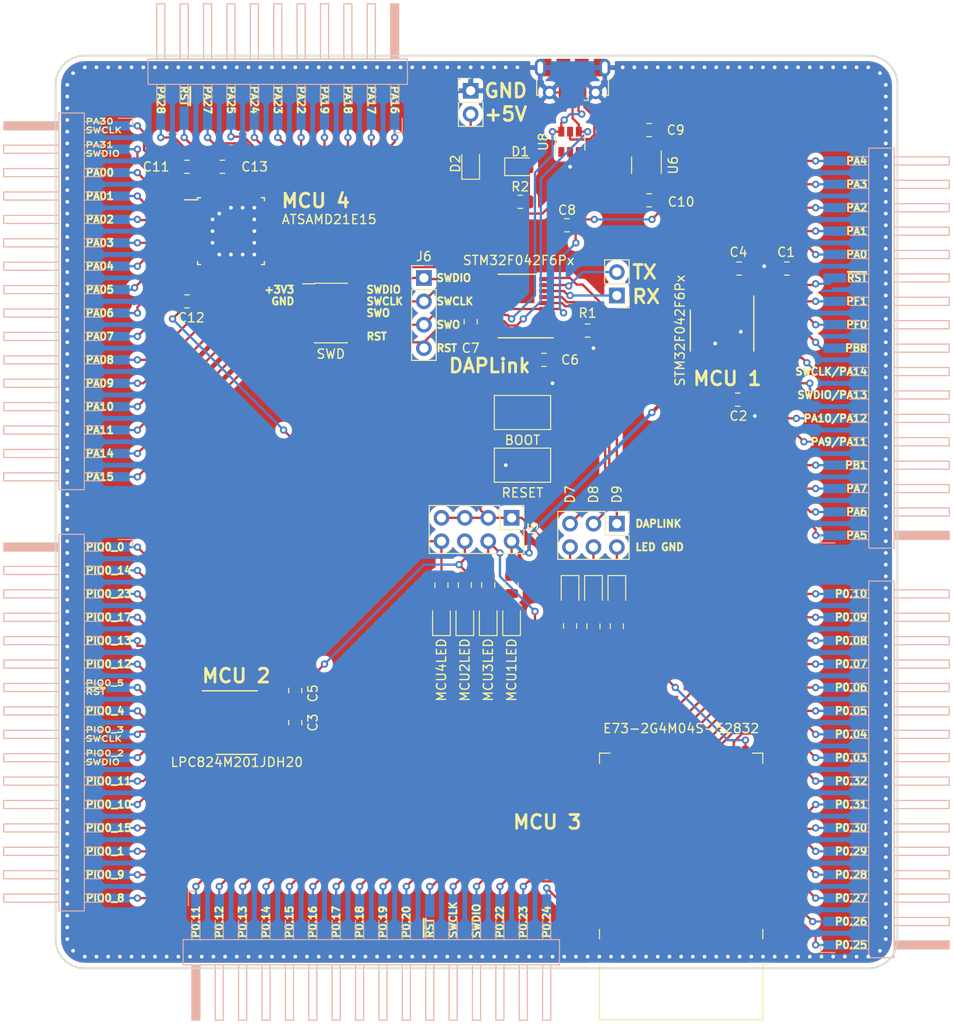
<source format=kicad_pcb>
(kicad_pcb (version 20171130) (host pcbnew "(5.1.2-1)-1")
  (layers (0 F.Cu signal) (31 B.Cu signal) (34 B.Paste user hide) (35 F.Paste user hide) (36 B.SilkS user) (37 F.SilkS user) (38 B.Mask user) (39 F.Mask user) (44 Edge.Cuts user))
  (net 0 "")
  (net 1 GND)
  (net 2 /NRST1)
  (net 3 /V_MCU1)
  (net 4 /V_MCU2)
  (net 5 "Net-(C6-Pad1)")
  (net 6 +3V3)
  (net 7 VBUS)
  (net 8 /V_MCU4)
  (net 9 "Net-(D1-Pad2)")
  (net 10 "Net-(D2-Pad2)")
  (net 11 /PIO0_0)
  (net 12 /PIO0_1)
  (net 13 /PIO0_2)
  (net 14 /PIO0_3)
  (net 15 /PIO0_4)
  (net 16 /PIO0_5)
  (net 17 /PIO0_8)
  (net 18 /PIO0_9)
  (net 19 /PIO0_10)
  (net 20 /PIO0_11)
  (net 21 /PIO0_12)
  (net 22 /PIO0_13)
  (net 23 /PIO0_14)
  (net 24 /PIO0_15)
  (net 25 /PIO0_17)
  (net 26 /PIO0_23)
  (net 27 /PA0)
  (net 28 /PA1)
  (net 29 /PA2)
  (net 30 /PA3)
  (net 31 /PA4)
  (net 32 /PA5)
  (net 33 /PA6)
  (net 34 /PA7)
  (net 35 /PA9)
  (net 36 /PA10)
  (net 37 /PB1)
  (net 38 /PB8)
  (net 39 /PF0)
  (net 40 /PF1)
  (net 41 /SWDIO)
  (net 42 /SWDCLK)
  (net 43 /SWO)
  (net 44 "Net-(J3-Pad7)")
  (net 45 "Net-(J3-Pad8)")
  (net 46 /~RST)
  (net 47 /V_MCU3)
  (net 48 /P0.17)
  (net 49 /P0.16)
  (net 50 /P0.15)
  (net 51 /P0.14)
  (net 52 /P0.13)
  (net 53 /P0.12)
  (net 54 /P0.11)
  (net 55 /P0.10)
  (net 56 /P0.09)
  (net 57 /P0.08)
  (net 58 /P0.07)
  (net 59 /P0.06)
  (net 60 /P0.05)
  (net 61 /P0.04)
  (net 62 /P0.03)
  (net 63 /P0.02)
  (net 64 /USB_DM)
  (net 65 "Net-(J9-Pad4)")
  (net 66 /USB_DP)
  (net 67 /PA00)
  (net 68 /PA01)
  (net 69 /PA02)
  (net 70 /PA03)
  (net 71 /PA04)
  (net 72 /PA05)
  (net 73 /PA06)
  (net 74 /PA07)
  (net 75 /PA08)
  (net 76 /PA09)
  (net 77 /PA11)
  (net 78 /PA14)
  (net 79 /PA15)
  (net 80 /PA16)
  (net 81 /PA17)
  (net 82 /P0.18)
  (net 83 /P0.19)
  (net 84 /P0.20)
  (net 85 /P0.22)
  (net 86 /P0.23)
  (net 87 /P0.24)
  (net 88 /P0.25)
  (net 89 /P0.26)
  (net 90 /P0.27)
  (net 91 /P0.28)
  (net 92 /P0.29)
  (net 93 /P0.30)
  (net 94 /P0.31)
  (net 95 /SCLK3)
  (net 96 /SIO3)
  (net 97 /PA18)
  (net 98 /PA19)
  (net 99 /PA22)
  (net 100 /PA23)
  (net 101 /PA24)
  (net 102 /PA25)
  (net 103 /PA27)
  (net 104 /PA28)
  (net 105 /PA30)
  (net 106 /PA31)
  (net 107 /NRST4)
  (net 108 "Net-(R1-Pad1)")
  (net 109 "Net-(U3-Pad2)")
  (net 110 "Net-(U3-Pad3)")
  (net 111 /LED0_OUT)
  (net 112 /LED1_OUT)
  (net 113 /RX)
  (net 114 /TX)
  (net 115 /LED2_OUT)
  (net 116 "Net-(U3-Pad19)")
  (net 117 "Net-(U3-Pad20)")
  (net 118 "Net-(U4-Pad3)")
  (net 119 "Net-(U4-Pad4)")
  (net 120 "Net-(U4-Pad12)")
  (net 121 "Net-(U4-Pad13)")
  (net 122 "Net-(U4-Pad14)")
  (net 123 /NRST3)
  (net 124 "Net-(U6-Pad4)")
  (net 125 "Net-(U8-Pad1)")
  (net 126 "Net-(U8-Pad3)")
  (net 127 "Net-(J2-Pad8)")
  (net 128 "Net-(J2-Pad7)")
  (net 129 "Net-(J2-Pad6)")
  (net 130 "Net-(D6-Pad2)")
  (net 131 "Net-(D5-Pad2)")
  (net 132 "Net-(D4-Pad2)")
  (net 133 "Net-(D3-Pad2)")
  (net 134 "Net-(D9-Pad2)")
  (net 135 "Net-(D8-Pad2)")
  (net 136 "Net-(D7-Pad2)")
  (net 137 "Net-(D7-Pad1)")
  (net 138 "Net-(D8-Pad1)")
  (net 139 "Net-(D9-Pad1)")
  (module Package_QFP:TQFP-32_7x7mm_P0.8mm (layer F.Cu) (at 80.01 90.17)
    (fp_text reference ATSAMD21E15 (at 10.668 -1.27) (layer F.SilkS))
    (fp_text value ATSAMD21E15A)
    (pad 32 smd rect (at -2.8 -4.25 90) (size 1.6 0.55) (layers F.Cu F.Paste F.Mask) (net 106 /PA31))
    (pad 31 smd rect (at -2 -4.25 90) (size 1.6 0.55) (layers F.Cu F.Paste F.Mask) (net 105 /PA30))
    (pad 30 smd rect (at -1.2 -4.25 90) (size 1.6 0.55) (layers F.Cu F.Paste F.Mask) (net 8 /V_MCU4))
    (pad 29 smd rect (at -0.4 -4.25 90) (size 1.6 0.55) (layers F.Cu F.Paste F.Mask) (net 8 /V_MCU4))
    (pad 28 smd rect (at 0.4 -4.25 90) (size 1.6 0.55) (layers F.Cu F.Paste F.Mask) (net 1 GND))
    (pad 27 smd rect (at 1.2 -4.25 90) (size 1.6 0.55) (layers F.Cu F.Paste F.Mask) (net 104 /PA28))
    (pad 26 smd rect (at 2 -4.25 90) (size 1.6 0.55) (layers F.Cu F.Paste F.Mask) (net 107 /NRST4))
    (pad 25 smd rect (at 2.8 -4.25 90) (size 1.6 0.55) (layers F.Cu F.Paste F.Mask) (net 103 /PA27))
    (pad 24 smd rect (at 4.25 -2.8) (size 1.6 0.55) (layers F.Cu F.Paste F.Mask) (net 102 /PA25))
    (pad 23 smd rect (at 4.25 -2) (size 1.6 0.55) (layers F.Cu F.Paste F.Mask) (net 101 /PA24))
    (pad 22 smd rect (at 4.25 -1.2) (size 1.6 0.55) (layers F.Cu F.Paste F.Mask) (net 100 /PA23))
    (pad 21 smd rect (at 4.25 -0.4) (size 1.6 0.55) (layers F.Cu F.Paste F.Mask) (net 99 /PA22))
    (pad 20 smd rect (at 4.25 0.4) (size 1.6 0.55) (layers F.Cu F.Paste F.Mask) (net 98 /PA19))
    (pad 19 smd rect (at 4.25 1.2) (size 1.6 0.55) (layers F.Cu F.Paste F.Mask) (net 97 /PA18))
    (pad 18 smd rect (at 4.25 2) (size 1.6 0.55) (layers F.Cu F.Paste F.Mask) (net 81 /PA17))
    (pad 17 smd rect (at 4.25 2.8) (size 1.6 0.55) (layers F.Cu F.Paste F.Mask) (net 80 /PA16))
    (pad 16 smd rect (at 2.8 4.25 90) (size 1.6 0.55) (layers F.Cu F.Paste F.Mask) (net 79 /PA15))
    (pad 15 smd rect (at 2 4.25 90) (size 1.6 0.55) (layers F.Cu F.Paste F.Mask) (net 78 /PA14))
    (pad 14 smd rect (at 1.2 4.25 90) (size 1.6 0.55) (layers F.Cu F.Paste F.Mask) (net 77 /PA11))
    (pad 13 smd rect (at 0.4 4.25 90) (size 1.6 0.55) (layers F.Cu F.Paste F.Mask) (net 36 /PA10))
    (pad 12 smd rect (at -0.4 4.25 90) (size 1.6 0.55) (layers F.Cu F.Paste F.Mask) (net 76 /PA09))
    (pad 11 smd rect (at -1.2 4.25 90) (size 1.6 0.55) (layers F.Cu F.Paste F.Mask) (net 75 /PA08))
    (pad 10 smd rect (at -2 4.25 90) (size 1.6 0.55) (layers F.Cu F.Paste F.Mask) (net 1 GND))
    (pad 9 smd rect (at -2.8 4.25 90) (size 1.6 0.55) (layers F.Cu F.Paste F.Mask) (net 8 /V_MCU4))
    (pad 8 smd rect (at -4.25 2.8) (size 1.6 0.55) (layers F.Cu F.Paste F.Mask) (net 74 /PA07))
    (pad 7 smd rect (at -4.25 2) (size 1.6 0.55) (layers F.Cu F.Paste F.Mask) (net 73 /PA06))
    (pad 6 smd rect (at -4.25 1.2) (size 1.6 0.55) (layers F.Cu F.Paste F.Mask) (net 72 /PA05))
    (pad 5 smd rect (at -4.25 0.4) (size 1.6 0.55) (layers F.Cu F.Paste F.Mask) (net 71 /PA04))
    (pad 4 smd rect (at -4.25 -0.4) (size 1.6 0.55) (layers F.Cu F.Paste F.Mask) (net 70 /PA03))
    (pad 3 smd rect (at -4.25 -1.2) (size 1.6 0.55) (layers F.Cu F.Paste F.Mask) (net 69 /PA02))
    (pad 2 smd rect (at -4.25 -2) (size 1.6 0.55) (layers F.Cu F.Paste F.Mask) (net 68 /PA01))
    (pad 1 smd rect (at -4.25 -2.8) (size 1.6 0.55) (layers F.Cu F.Paste F.Mask) (net 67 /PA00))
  )
  (module Connector_PinHeader_2.54mm:PinHeader_1x02_P2.54mm_Vertical (layer F.Cu) (at 121.92 97.155 180)
    (fp_text reference J13 hide)
    (fp_text value Serial)
    (pad 2 thru_hole oval (at 0 2.54 180) (size 1.7 1.7) (drill 1) (layers *.Cu *.Mask) (net 114 /TX))
    (pad 1 thru_hole rect (at 0 0 180) (size 1.7 1.7) (drill 1) (layers *.Cu *.Mask) (net 113 /RX))
  )
  (module Connector_PinHeader_2.54mm:PinHeader_1x02_P2.54mm_Vertical (layer F.Cu) (at 106.045 74.93)
    (fp_text reference J7 hide)
    (fp_text value "PWR IN")
    (pad 2 thru_hole oval (at 0 2.54) (size 1.7 1.7) (drill 1) (layers *.Cu *.Mask) (net 10 "Net-(D2-Pad2)"))
    (pad 1 thru_hole rect (at 0 0) (size 1.7 1.7) (drill 1) (layers *.Cu *.Mask) (net 1 GND))
  )
  (module LED_SMD:LED_0805_2012Metric (layer F.Cu) (at 121.92 129.2375 270)
    (fp_text reference D9 (at -10.4925 0 270) (layer F.SilkS))
    (fp_text value LED2)
    (pad 2 smd roundrect (at 0.9375 0 270) (size 0.975 1.4) (layers F.Cu F.Paste F.Mask) (net 134 "Net-(D9-Pad2)"))
    (pad 1 smd roundrect (at -0.9375 0 270) (size 0.975 1.4) (layers F.Cu F.Paste F.Mask) (net 139 "Net-(D9-Pad1)"))
  )
  (module LED_SMD:LED_0805_2012Metric (layer F.Cu) (at 119.38 129.2375 270)
    (fp_text reference D8 (at -10.4925 0 270) (layer F.SilkS))
    (fp_text value LED1)
    (pad 2 smd roundrect (at 0.9375 0 270) (size 0.975 1.4) (layers F.Cu F.Paste F.Mask) (net 135 "Net-(D8-Pad2)"))
    (pad 1 smd roundrect (at -0.9375 0 270) (size 0.975 1.4) (layers F.Cu F.Paste F.Mask) (net 138 "Net-(D8-Pad1)"))
  )
  (module LED_SMD:LED_0805_2012Metric (layer F.Cu) (at 116.84 129.2375 270)
    (fp_text reference D7 (at -10.4925 0 270) (layer F.SilkS))
    (fp_text value LED0)
    (pad 2 smd roundrect (at 0.9375 0 270) (size 0.975 1.4) (layers F.Cu F.Paste F.Mask) (net 136 "Net-(D7-Pad2)"))
    (pad 1 smd roundrect (at -0.9375 0 270) (size 0.975 1.4) (layers F.Cu F.Paste F.Mask) (net 137 "Net-(D7-Pad1)"))
  )
  (module Connector_PinHeader_2.54mm:PinHeader_2x03_P2.54mm_Vertical (layer F.Cu) (at 121.92 121.92 270)
    (fp_text reference J4 hide)
    (fp_text value LEDs)
    (pad 6 thru_hole oval (at 2.54 5.08 270) (size 1.7 1.7) (drill 1) (layers *.Cu *.Mask) (net 137 "Net-(D7-Pad1)"))
    (pad 5 thru_hole oval (at 0 5.08 270) (size 1.7 1.7) (drill 1) (layers *.Cu *.Mask) (net 111 /LED0_OUT))
    (pad 4 thru_hole oval (at 2.54 2.54 270) (size 1.7 1.7) (drill 1) (layers *.Cu *.Mask) (net 138 "Net-(D8-Pad1)"))
    (pad 3 thru_hole oval (at 0 2.54 270) (size 1.7 1.7) (drill 1) (layers *.Cu *.Mask) (net 112 /LED1_OUT))
    (pad 2 thru_hole oval (at 2.54 0 270) (size 1.7 1.7) (drill 1) (layers *.Cu *.Mask) (net 139 "Net-(D9-Pad1)"))
    (pad 1 thru_hole rect (at 0 0 270) (size 1.7 1.7) (drill 1) (layers *.Cu *.Mask) (net 115 /LED2_OUT))
  )
  (module Resistor_SMD:R_0805_2012Metric (layer F.Cu) (at 116.84 133.0175 90)
    (fp_text reference R7 hide)
    (fp_text value 470)
    (pad 2 smd roundrect (at 0.9375 0 90) (size 0.975 1.4) (layers F.Cu F.Paste F.Mask) (net 136 "Net-(D7-Pad2)"))
    (pad 1 smd roundrect (at -0.9375 0 90) (size 0.975 1.4) (layers F.Cu F.Paste F.Mask) (net 6 +3V3))
  )
  (module Resistor_SMD:R_0805_2012Metric (layer F.Cu) (at 119.38 133.0475 90)
    (fp_text reference R8 hide)
    (fp_text value 470)
    (pad 2 smd roundrect (at 0.9375 0 90) (size 0.975 1.4) (layers F.Cu F.Paste F.Mask) (net 135 "Net-(D8-Pad2)"))
    (pad 1 smd roundrect (at -0.9375 0 90) (size 0.975 1.4) (layers F.Cu F.Paste F.Mask) (net 6 +3V3))
  )
  (module Resistor_SMD:R_0805_2012Metric (layer F.Cu) (at 121.92 133.0475 90)
    (fp_text reference R9 hide)
    (fp_text value 470)
    (pad 2 smd roundrect (at 0.9375 0 90) (size 0.975 1.4) (layers F.Cu F.Paste F.Mask) (net 134 "Net-(D9-Pad2)"))
    (pad 1 smd roundrect (at -0.9375 0 90) (size 0.975 1.4) (layers F.Cu F.Paste F.Mask) (net 6 +3V3))
  )
  (module Connector_PinHeader_2.54mm:PinHeader_1x04_P2.54mm_Vertical (layer F.Cu) (at 100.965 95.25)
    (fp_text reference J6 (at 0 -2.33) (layer F.SilkS))
    (fp_text value SWD)
    (pad 4 thru_hole oval (at 0 7.62) (size 1.7 1.7) (drill 1) (layers *.Cu *.Mask) (net 46 /~RST))
    (pad 3 thru_hole oval (at 0 5.08) (size 1.7 1.7) (drill 1) (layers *.Cu *.Mask) (net 43 /SWO))
    (pad 2 thru_hole oval (at 0 2.54) (size 1.7 1.7) (drill 1) (layers *.Cu *.Mask) (net 42 /SWDCLK))
    (pad 1 thru_hole rect (at 0 0) (size 1.7 1.7) (drill 1) (layers *.Cu *.Mask) (net 41 /SWDIO))
  )
  (module LED_SMD:LED_0805_2012Metric (layer F.Cu) (at 102.87 132.3825 90)
    (fp_text reference D6 hide)
    (fp_text value MCU4LED (at -5.4125 0 90) (layer F.SilkS))
    (pad 2 smd roundrect (at 0.9375 0 90) (size 0.975 1.4) (layers F.Cu F.Paste F.Mask) (net 130 "Net-(D6-Pad2)"))
    (pad 1 smd roundrect (at -0.9375 0 90) (size 0.975 1.4) (layers F.Cu F.Paste F.Mask) (net 1 GND))
  )
  (module LED_SMD:LED_0805_2012Metric (layer F.Cu) (at 107.95 132.3825 90)
    (fp_text reference D5 hide)
    (fp_text value MCU3LED (at -5.4125 0 90) (layer F.SilkS))
    (pad 2 smd roundrect (at 0.9375 0 90) (size 0.975 1.4) (layers F.Cu F.Paste F.Mask) (net 131 "Net-(D5-Pad2)"))
    (pad 1 smd roundrect (at -0.9375 0 90) (size 0.975 1.4) (layers F.Cu F.Paste F.Mask) (net 1 GND))
  )
  (module LED_SMD:LED_0805_2012Metric (layer F.Cu) (at 105.41 132.3825 90)
    (fp_text reference D4 hide)
    (fp_text value MCU2LED (at -5.4125 0 90) (layer F.SilkS))
    (pad 2 smd roundrect (at 0.9375 0 90) (size 0.975 1.4) (layers F.Cu F.Paste F.Mask) (net 132 "Net-(D4-Pad2)"))
    (pad 1 smd roundrect (at -0.9375 0 90) (size 0.975 1.4) (layers F.Cu F.Paste F.Mask) (net 1 GND))
  )
  (module LED_SMD:LED_0805_2012Metric (layer F.Cu) (at 110.49 132.3825 90)
    (fp_text reference D3 hide)
    (fp_text value MCU1LED (at -5.4125 0 90) (layer F.SilkS))
    (pad 2 smd roundrect (at 0.9375 0 90) (size 0.975 1.4) (layers F.Cu F.Paste F.Mask) (net 133 "Net-(D3-Pad2)"))
    (pad 1 smd roundrect (at -0.9375 0 90) (size 0.975 1.4) (layers F.Cu F.Paste F.Mask) (net 1 GND))
  )
  (module Resistor_SMD:R_0805_2012Metric (layer F.Cu) (at 110.49 128.5725 270)
    (fp_text reference R3 hide)
    (fp_text value 470)
    (pad 2 smd roundrect (at 0.9375 0 270) (size 0.975 1.4) (layers F.Cu F.Paste F.Mask) (net 133 "Net-(D3-Pad2)"))
    (pad 1 smd roundrect (at -0.9375 0 270) (size 0.975 1.4) (layers F.Cu F.Paste F.Mask) (net 3 /V_MCU1))
  )
  (module Resistor_SMD:R_0805_2012Metric (layer F.Cu) (at 105.41 128.5725 270)
    (fp_text reference R4 hide)
    (fp_text value 470)
    (pad 2 smd roundrect (at 0.9375 0 270) (size 0.975 1.4) (layers F.Cu F.Paste F.Mask) (net 132 "Net-(D4-Pad2)"))
    (pad 1 smd roundrect (at -0.9375 0 270) (size 0.975 1.4) (layers F.Cu F.Paste F.Mask) (net 4 /V_MCU2))
  )
  (module Resistor_SMD:R_0805_2012Metric (layer F.Cu) (at 107.95 128.5725 270)
    (fp_text reference R5 hide)
    (fp_text value 470)
    (pad 2 smd roundrect (at 0.9375 0 270) (size 0.975 1.4) (layers F.Cu F.Paste F.Mask) (net 131 "Net-(D5-Pad2)"))
    (pad 1 smd roundrect (at -0.9375 0 270) (size 0.975 1.4) (layers F.Cu F.Paste F.Mask) (net 47 /V_MCU3))
  )
  (module Resistor_SMD:R_0805_2012Metric (layer F.Cu) (at 102.87 128.6025 270)
    (fp_text reference R6 hide)
    (fp_text value 470)
    (pad 2 smd roundrect (at 0.9375 0 270) (size 0.975 1.4) (layers F.Cu F.Paste F.Mask) (net 130 "Net-(D6-Pad2)"))
    (pad 1 smd roundrect (at -0.9375 0 270) (size 0.975 1.4) (layers F.Cu F.Paste F.Mask) (net 8 /V_MCU4))
  )
  (module Package_TO_SOT_SMD:SOT-23-6 (layer F.Cu) (at 116.84 80.475 90)
    (fp_text reference U8 (at 0 -2.9 90) (layer F.SilkS))
    (fp_text value USBLC6-2SC6)
    (pad 5 smd rect (at 1.1 0 90) (size 1.06 0.65) (layers F.Cu F.Paste F.Mask) (net 7 VBUS))
    (pad 6 smd rect (at 1.1 -0.95 90) (size 1.06 0.65) (layers F.Cu F.Paste F.Mask) (net 64 /USB_DM))
    (pad 4 smd rect (at 1.1 0.95 90) (size 1.06 0.65) (layers F.Cu F.Paste F.Mask) (net 66 /USB_DP))
    (pad 3 smd rect (at -1.1 0.95 90) (size 1.06 0.65) (layers F.Cu F.Paste F.Mask) (net 126 "Net-(U8-Pad3)"))
    (pad 2 smd rect (at -1.1 0 90) (size 1.06 0.65) (layers F.Cu F.Paste F.Mask) (net 1 GND))
    (pad 1 smd rect (at -1.1 -0.95 90) (size 1.06 0.65) (layers F.Cu F.Paste F.Mask) (net 125 "Net-(U8-Pad1)"))
  )
  (module Connector_Harwin:Harwin_M20-89016xx_1x16_P2.54mm_Horizontal (layer B.Cu) (at 95.25 168.91 270)
    (fp_text reference J11 hide)
    (fp_text value "Conn MCU 3_2")
    (pad "" smd rect (at 3.895 19.05 270) (size 6 0.76) (layers B.SilkS))
    (pad 16 smd rect (at -5.525 -19.05 270) (size 2.5 1) (layers B.Cu B.Paste B.Mask) (net 87 /P0.24))
    (pad 15 smd rect (at -5.525 -16.51 270) (size 2.5 1) (layers B.Cu B.Paste B.Mask) (net 86 /P0.23))
    (pad 14 smd rect (at -5.525 -13.97 270) (size 2.5 1) (layers B.Cu B.Paste B.Mask) (net 85 /P0.22))
    (pad 13 smd rect (at -5.525 -11.43 270) (size 2.5 1) (layers B.Cu B.Paste B.Mask) (net 96 /SIO3))
    (pad 12 smd rect (at -5.525 -8.89 270) (size 2.5 1) (layers B.Cu B.Paste B.Mask) (net 95 /SCLK3))
    (pad 11 smd rect (at -5.525 -6.35 270) (size 2.5 1) (layers B.Cu B.Paste B.Mask) (net 123 /NRST3))
    (pad 10 smd rect (at -5.525 -3.81 270) (size 2.5 1) (layers B.Cu B.Paste B.Mask) (net 84 /P0.20))
    (pad 9 smd rect (at -5.525 -1.27 270) (size 2.5 1) (layers B.Cu B.Paste B.Mask) (net 83 /P0.19))
    (pad 8 smd rect (at -5.525 1.27 270) (size 2.5 1) (layers B.Cu B.Paste B.Mask) (net 82 /P0.18))
    (pad 7 smd rect (at -5.525 3.81 270) (size 2.5 1) (layers B.Cu B.Paste B.Mask) (net 48 /P0.17))
    (pad 6 smd rect (at -5.525 6.35 270) (size 2.5 1) (layers B.Cu B.Paste B.Mask) (net 49 /P0.16))
    (pad 5 smd rect (at -5.525 8.89 270) (size 2.5 1) (layers B.Cu B.Paste B.Mask) (net 50 /P0.15))
    (pad 4 smd rect (at -5.525 11.43 270) (size 2.5 1) (layers B.Cu B.Paste B.Mask) (net 51 /P0.14))
    (pad 3 smd rect (at -5.525 13.97 270) (size 2.5 1) (layers B.Cu B.Paste B.Mask) (net 52 /P0.13))
    (pad 2 smd rect (at -5.525 16.51 270) (size 2.5 1) (layers B.Cu B.Paste B.Mask) (net 53 /P0.12))
    (pad 1 smd rect (at -5.525 19.05 270) (size 2.5 1) (layers B.Cu B.Paste B.Mask) (net 54 /P0.11))
  )
  (module Capacitor_SMD:C_0805_2012Metric (layer F.Cu) (at 140.3835 94.234)
    (fp_text reference C1 (at -0.0785 -1.778) (layer F.SilkS))
    (fp_text value 100n)
    (pad 2 smd roundrect (at 0.9375 0) (size 0.975 1.4) (layers F.Cu F.Paste F.Mask) (net 1 GND))
    (pad 1 smd roundrect (at -0.9375 0) (size 0.975 1.4) (layers F.Cu F.Paste F.Mask) (net 2 /NRST1))
  )
  (module Capacitor_SMD:C_0805_2012Metric (layer F.Cu) (at 135.0495 108.458 180)
    (fp_text reference C2 (at -0.0785 -1.778) (layer F.SilkS))
    (fp_text value 100n)
    (pad 2 smd roundrect (at 0.9375 0 180) (size 0.975 1.4) (layers F.Cu F.Paste F.Mask) (net 1 GND))
    (pad 1 smd roundrect (at -0.9375 0 180) (size 0.975 1.4) (layers F.Cu F.Paste F.Mask) (net 3 /V_MCU1))
  )
  (module Capacitor_SMD:C_0805_2012Metric (layer F.Cu) (at 86.995 143.51 90)
    (fp_text reference C3 (at 0 1.905 90) (layer F.SilkS))
    (fp_text value 100n)
    (pad 2 smd roundrect (at 0.9375 0 90) (size 0.975 1.4) (layers F.Cu F.Paste F.Mask) (net 1 GND))
    (pad 1 smd roundrect (at -0.9375 0 90) (size 0.975 1.4) (layers F.Cu F.Paste F.Mask) (net 4 /V_MCU2))
  )
  (module Capacitor_SMD:C_0805_2012Metric (layer F.Cu) (at 135.2065 94.234 180)
    (fp_text reference C4 (at 0.0785 1.778) (layer F.SilkS))
    (fp_text value 100n)
    (pad 2 smd roundrect (at 0.9375 0 180) (size 0.975 1.4) (layers F.Cu F.Paste F.Mask) (net 3 /V_MCU1))
    (pad 1 smd roundrect (at -0.9375 0 180) (size 0.975 1.4) (layers F.Cu F.Paste F.Mask) (net 1 GND))
  )
  (module Capacitor_SMD:C_0805_2012Metric (layer F.Cu) (at 86.995 140.0325 90)
    (fp_text reference C5 (at -0.3025 1.905 90) (layer F.SilkS))
    (fp_text value 100n)
    (pad 2 smd roundrect (at 0.9375 0 90) (size 0.975 1.4) (layers F.Cu F.Paste F.Mask) (net 4 /V_MCU2))
    (pad 1 smd roundrect (at -0.9375 0 90) (size 0.975 1.4) (layers F.Cu F.Paste F.Mask) (net 1 GND))
  )
  (module Capacitor_SMD:C_0805_2012Metric (layer F.Cu) (at 113.9975 104.14)
    (fp_text reference C6 (at 2.8425 0) (layer F.SilkS))
    (fp_text value 100n)
    (pad 2 smd roundrect (at 0.9375 0) (size 0.975 1.4) (layers F.Cu F.Paste F.Mask) (net 1 GND))
    (pad 1 smd roundrect (at -0.9375 0) (size 0.975 1.4) (layers F.Cu F.Paste F.Mask) (net 5 "Net-(C6-Pad1)"))
  )
  (module Capacitor_SMD:C_0805_2012Metric (layer F.Cu) (at 106.045 99.9975 90)
    (fp_text reference C7 (at -2.8725 0) (layer F.SilkS))
    (fp_text value 100n)
    (pad 2 smd roundrect (at 0.9375 0 90) (size 0.975 1.4) (layers F.Cu F.Paste F.Mask) (net 1 GND))
    (pad 1 smd roundrect (at -0.9375 0 90) (size 0.975 1.4) (layers F.Cu F.Paste F.Mask) (net 6 +3V3))
  )
  (module Capacitor_SMD:C_0805_2012Metric (layer F.Cu) (at 116.5075 89.535)
    (fp_text reference C8 (at 0 -1.65) (layer F.SilkS))
    (fp_text value 100n)
    (pad 2 smd roundrect (at 0.9375 0) (size 0.975 1.4) (layers F.Cu F.Paste F.Mask) (net 6 +3V3))
    (pad 1 smd roundrect (at -0.9375 0) (size 0.975 1.4) (layers F.Cu F.Paste F.Mask) (net 1 GND))
  )
  (module Capacitor_SMD:C_0805_2012Metric (layer F.Cu) (at 125.434759 79.203583 180)
    (fp_text reference C9 (at -2.8725 0 180) (layer F.SilkS))
    (fp_text value 1µ)
    (pad 2 smd roundrect (at 0.9375 0 180) (size 0.975 1.4) (layers F.Cu F.Paste F.Mask) (net 1 GND))
    (pad 1 smd roundrect (at -0.9375 0 180) (size 0.975 1.4) (layers F.Cu F.Paste F.Mask) (net 7 VBUS))
  )
  (module Capacitor_SMD:C_0805_2012Metric (layer F.Cu) (at 125.434759 86.823583 180)
    (fp_text reference C10 (at -3.470241 -0.171417 180) (layer F.SilkS))
    (fp_text value 1µ)
    (pad 2 smd roundrect (at 0.9375 0 180) (size 0.975 1.4) (layers F.Cu F.Paste F.Mask) (net 1 GND))
    (pad 1 smd roundrect (at -0.9375 0 180) (size 0.975 1.4) (layers F.Cu F.Paste F.Mask) (net 6 +3V3))
  )
  (module Capacitor_SMD:C_0805_2012Metric (layer F.Cu) (at 75.2325 83.185 180)
    (fp_text reference C11 (at 3.3505 0 180) (layer F.SilkS))
    (fp_text value 100n)
    (pad 2 smd roundrect (at 0.9375 0 180) (size 0.975 1.4) (layers F.Cu F.Paste F.Mask) (net 1 GND))
    (pad 1 smd roundrect (at -0.9375 0 180) (size 0.975 1.4) (layers F.Cu F.Paste F.Mask) (net 8 /V_MCU4))
  )
  (module Capacitor_SMD:C_0805_2012Metric (layer F.Cu) (at 75.2325 97.79)
    (fp_text reference C12 (at 0.4595 1.778) (layer F.SilkS))
    (fp_text value 100n)
    (pad 2 smd roundrect (at 0.9375 0) (size 0.975 1.4) (layers F.Cu F.Paste F.Mask) (net 1 GND))
    (pad 1 smd roundrect (at -0.9375 0) (size 0.975 1.4) (layers F.Cu F.Paste F.Mask) (net 8 /V_MCU4))
  )
  (module Capacitor_SMD:C_0805_2012Metric (layer F.Cu) (at 79.0725 83.185)
    (fp_text reference C13 (at 3.5075 0) (layer F.SilkS))
    (fp_text value 100n)
    (pad 2 smd roundrect (at 0.9375 0) (size 0.975 1.4) (layers F.Cu F.Paste F.Mask) (net 1 GND))
    (pad 1 smd roundrect (at -0.9375 0) (size 0.975 1.4) (layers F.Cu F.Paste F.Mask) (net 8 /V_MCU4))
  )
  (module LED_SMD:LED_0805_2012Metric (layer F.Cu) (at 111.4275 83.185)
    (fp_text reference D1 (at 0 -1.65) (layer F.SilkS))
    (fp_text value "PWR LED")
    (pad 2 smd roundrect (at 0.9375 0) (size 0.975 1.4) (layers F.Cu F.Paste F.Mask) (net 9 "Net-(D1-Pad2)"))
    (pad 1 smd roundrect (at -0.9375 0) (size 0.975 1.4) (layers F.Cu F.Paste F.Mask) (net 1 GND))
  )
  (module Diode_SMD:D_0805_2012Metric (layer F.Cu) (at 106.045 82.8525 90)
    (fp_text reference D2 (at 0 -1.65 90) (layer F.SilkS))
    (fp_text value D)
    (pad 2 smd roundrect (at 0.9375 0 90) (size 0.975 1.4) (layers F.Cu F.Paste F.Mask) (net 10 "Net-(D2-Pad2)"))
    (pad 1 smd roundrect (at -0.9375 0 90) (size 0.975 1.4) (layers F.Cu F.Paste F.Mask) (net 7 VBUS))
  )
  (module Connector_Harwin:Harwin_M20-89016xx_1x16_P2.54mm_Horizontal (layer B.Cu) (at 62.23 143.51 180)
    (fp_text reference J1 hide)
    (fp_text value "Conn MCU 2")
    (pad "" smd rect (at 3.895 19.05 180) (size 6 0.76) (layers B.SilkS))
    (pad 16 smd rect (at -5.525 -19.05 180) (size 2.5 1) (layers B.Cu B.Paste B.Mask) (net 17 /PIO0_8))
    (pad 15 smd rect (at -5.525 -16.51 180) (size 2.5 1) (layers B.Cu B.Paste B.Mask) (net 18 /PIO0_9))
    (pad 14 smd rect (at -5.525 -13.97 180) (size 2.5 1) (layers B.Cu B.Paste B.Mask) (net 12 /PIO0_1))
    (pad 13 smd rect (at -5.525 -11.43 180) (size 2.5 1) (layers B.Cu B.Paste B.Mask) (net 24 /PIO0_15))
    (pad 12 smd rect (at -5.525 -8.89 180) (size 2.5 1) (layers B.Cu B.Paste B.Mask) (net 19 /PIO0_10))
    (pad 11 smd rect (at -5.525 -6.35 180) (size 2.5 1) (layers B.Cu B.Paste B.Mask) (net 20 /PIO0_11))
    (pad 10 smd rect (at -5.525 -3.81 180) (size 2.5 1) (layers B.Cu B.Paste B.Mask) (net 13 /PIO0_2))
    (pad 9 smd rect (at -5.525 -1.27 180) (size 2.5 1) (layers B.Cu B.Paste B.Mask) (net 14 /PIO0_3))
    (pad 8 smd rect (at -5.525 1.27 180) (size 2.5 1) (layers B.Cu B.Paste B.Mask) (net 15 /PIO0_4))
    (pad 7 smd rect (at -5.525 3.81 180) (size 2.5 1) (layers B.Cu B.Paste B.Mask) (net 16 /PIO0_5))
    (pad 6 smd rect (at -5.525 6.35 180) (size 2.5 1) (layers B.Cu B.Paste B.Mask) (net 21 /PIO0_12))
    (pad 5 smd rect (at -5.525 8.89 180) (size 2.5 1) (layers B.Cu B.Paste B.Mask) (net 22 /PIO0_13))
    (pad 4 smd rect (at -5.525 11.43 180) (size 2.5 1) (layers B.Cu B.Paste B.Mask) (net 25 /PIO0_17))
    (pad 3 smd rect (at -5.525 13.97 180) (size 2.5 1) (layers B.Cu B.Paste B.Mask) (net 26 /PIO0_23))
    (pad 2 smd rect (at -5.525 16.51 180) (size 2.5 1) (layers B.Cu B.Paste B.Mask) (net 23 /PIO0_14))
    (pad 1 smd rect (at -5.525 19.05 180) (size 2.5 1) (layers B.Cu B.Paste B.Mask) (net 11 /PIO0_0))
  )
  (module Connector_Harwin:Harwin_M20-89017xx_1x17_P2.54mm_Horizontal (layer B.Cu) (at 151.13 102.87)
    (fp_text reference J2 hide)
    (fp_text value "Conn MCU 1")
    (pad "" smd rect (at 3.895 20.32) (size 6 0.76) (layers B.SilkS))
    (pad 17 smd rect (at -5.525 -20.32) (size 2.5 1) (layers B.Cu B.Paste B.Mask) (net 31 /PA4))
    (pad 16 smd rect (at -5.525 -17.78) (size 2.5 1) (layers B.Cu B.Paste B.Mask) (net 30 /PA3))
    (pad 15 smd rect (at -5.525 -15.24) (size 2.5 1) (layers B.Cu B.Paste B.Mask) (net 29 /PA2))
    (pad 14 smd rect (at -5.525 -12.7) (size 2.5 1) (layers B.Cu B.Paste B.Mask) (net 28 /PA1))
    (pad 13 smd rect (at -5.525 -10.16) (size 2.5 1) (layers B.Cu B.Paste B.Mask) (net 27 /PA0))
    (pad 12 smd rect (at -5.525 -7.62) (size 2.5 1) (layers B.Cu B.Paste B.Mask) (net 2 /NRST1))
    (pad 11 smd rect (at -5.525 -5.08) (size 2.5 1) (layers B.Cu B.Paste B.Mask) (net 40 /PF1))
    (pad 10 smd rect (at -5.525 -2.54) (size 2.5 1) (layers B.Cu B.Paste B.Mask) (net 39 /PF0))
    (pad 9 smd rect (at -5.525 0) (size 2.5 1) (layers B.Cu B.Paste B.Mask) (net 38 /PB8))
    (pad 8 smd rect (at -5.525 2.54) (size 2.5 1) (layers B.Cu B.Paste B.Mask) (net 127 "Net-(J2-Pad8)"))
    (pad 7 smd rect (at -5.525 5.08) (size 2.5 1) (layers B.Cu B.Paste B.Mask) (net 128 "Net-(J2-Pad7)"))
    (pad 6 smd rect (at -5.525 7.62) (size 2.5 1) (layers B.Cu B.Paste B.Mask) (net 129 "Net-(J2-Pad6)"))
    (pad 5 smd rect (at -5.525 10.16) (size 2.5 1) (layers B.Cu B.Paste B.Mask) (net 35 /PA9))
    (pad 4 smd rect (at -5.525 12.7) (size 2.5 1) (layers B.Cu B.Paste B.Mask) (net 37 /PB1))
    (pad 3 smd rect (at -5.525 15.24) (size 2.5 1) (layers B.Cu B.Paste B.Mask) (net 34 /PA7))
    (pad 2 smd rect (at -5.525 17.78) (size 2.5 1) (layers B.Cu B.Paste B.Mask) (net 33 /PA6))
    (pad 1 smd rect (at -5.525 20.32) (size 2.5 1) (layers B.Cu B.Paste B.Mask) (net 32 /PA5))
  )
  (module Connector_PinHeader_1.27mm:PinHeader_2x05_P1.27mm_Vertical_SMD (layer F.Cu) (at 90.85 99.06)
    (fp_text reference J3 hide)
    (fp_text value SWD (at 0 4.445) (layer F.SilkS))
    (pad 10 smd rect (at 1.95 2.54) (size 2.4 0.74) (layers F.Cu F.Paste F.Mask) (net 46 /~RST))
    (pad 9 smd rect (at -1.95 2.54) (size 2.4 0.74) (layers F.Cu F.Paste F.Mask) (net 1 GND))
    (pad 8 smd rect (at 1.95 1.27) (size 2.4 0.74) (layers F.Cu F.Paste F.Mask) (net 45 "Net-(J3-Pad8)"))
    (pad 7 smd rect (at -1.95 1.27) (size 2.4 0.74) (layers F.Cu F.Paste F.Mask) (net 44 "Net-(J3-Pad7)"))
    (pad 6 smd rect (at 1.95 0) (size 2.4 0.74) (layers F.Cu F.Paste F.Mask) (net 43 /SWO))
    (pad 5 smd rect (at -1.95 0) (size 2.4 0.74) (layers F.Cu F.Paste F.Mask) (net 1 GND))
    (pad 4 smd rect (at 1.95 -1.27) (size 2.4 0.74) (layers F.Cu F.Paste F.Mask) (net 42 /SWDCLK))
    (pad 3 smd rect (at -1.95 -1.27) (size 2.4 0.74) (layers F.Cu F.Paste F.Mask) (net 1 GND))
    (pad 2 smd rect (at 1.95 -2.54) (size 2.4 0.74) (layers F.Cu F.Paste F.Mask) (net 41 /SWDIO))
    (pad 1 smd rect (at -1.95 -2.54) (size 2.4 0.74) (layers F.Cu F.Paste F.Mask) (net 6 +3V3))
  )
  (module Connector_PinHeader_2.54mm:PinHeader_2x04_P2.54mm_Vertical (layer F.Cu) (at 110.49 121.285 270)
    (fp_text reference J5 (at 1.27 -2.33 270) (layer F.SilkS))
    (fp_text value "Conn Power")
    (pad 8 thru_hole oval (at 2.54 7.62 270) (size 1.7 1.7) (drill 1) (layers *.Cu *.Mask) (net 8 /V_MCU4))
    (pad 7 thru_hole oval (at 0 7.62 270) (size 1.7 1.7) (drill 1) (layers *.Cu *.Mask) (net 6 +3V3))
    (pad 6 thru_hole oval (at 2.54 5.08 270) (size 1.7 1.7) (drill 1) (layers *.Cu *.Mask) (net 4 /V_MCU2))
    (pad 5 thru_hole oval (at 0 5.08 270) (size 1.7 1.7) (drill 1) (layers *.Cu *.Mask) (net 6 +3V3))
    (pad 4 thru_hole oval (at 2.54 2.54 270) (size 1.7 1.7) (drill 1) (layers *.Cu *.Mask) (net 47 /V_MCU3))
    (pad 3 thru_hole oval (at 0 2.54 270) (size 1.7 1.7) (drill 1) (layers *.Cu *.Mask) (net 6 +3V3))
    (pad 2 thru_hole oval (at 2.54 0 270) (size 1.7 1.7) (drill 1) (layers *.Cu *.Mask) (net 3 /V_MCU1))
    (pad 1 thru_hole rect (at 0 0 270) (size 1.7 1.7) (drill 1) (layers *.Cu *.Mask) (net 6 +3V3))
  )
  (module Connector_Harwin:Harwin_M20-89016xx_1x16_P2.54mm_Horizontal (layer B.Cu) (at 151.13 148.59)
    (fp_text reference J8 hide)
    (fp_text value "Conn MCU 3_1")
    (pad "" smd rect (at 3.895 19.05) (size 6 0.76) (layers B.SilkS))
    (pad 16 smd rect (at -5.525 -19.05) (size 2.5 1) (layers B.Cu B.Paste B.Mask) (net 55 /P0.10))
    (pad 15 smd rect (at -5.525 -16.51) (size 2.5 1) (layers B.Cu B.Paste B.Mask) (net 56 /P0.09))
    (pad 14 smd rect (at -5.525 -13.97) (size 2.5 1) (layers B.Cu B.Paste B.Mask) (net 57 /P0.08))
    (pad 13 smd rect (at -5.525 -11.43) (size 2.5 1) (layers B.Cu B.Paste B.Mask) (net 58 /P0.07))
    (pad 12 smd rect (at -5.525 -8.89) (size 2.5 1) (layers B.Cu B.Paste B.Mask) (net 59 /P0.06))
    (pad 11 smd rect (at -5.525 -6.35) (size 2.5 1) (layers B.Cu B.Paste B.Mask) (net 60 /P0.05))
    (pad 10 smd rect (at -5.525 -3.81) (size 2.5 1) (layers B.Cu B.Paste B.Mask) (net 61 /P0.04))
    (pad 9 smd rect (at -5.525 -1.27) (size 2.5 1) (layers B.Cu B.Paste B.Mask) (net 62 /P0.03))
    (pad 8 smd rect (at -5.525 1.27) (size 2.5 1) (layers B.Cu B.Paste B.Mask) (net 63 /P0.02))
    (pad 7 smd rect (at -5.525 3.81) (size 2.5 1) (layers B.Cu B.Paste B.Mask) (net 94 /P0.31))
    (pad 6 smd rect (at -5.525 6.35) (size 2.5 1) (layers B.Cu B.Paste B.Mask) (net 93 /P0.30))
    (pad 5 smd rect (at -5.525 8.89) (size 2.5 1) (layers B.Cu B.Paste B.Mask) (net 92 /P0.29))
    (pad 4 smd rect (at -5.525 11.43) (size 2.5 1) (layers B.Cu B.Paste B.Mask) (net 91 /P0.28))
    (pad 3 smd rect (at -5.525 13.97) (size 2.5 1) (layers B.Cu B.Paste B.Mask) (net 90 /P0.27))
    (pad 2 smd rect (at -5.525 16.51) (size 2.5 1) (layers B.Cu B.Paste B.Mask) (net 89 /P0.26))
    (pad 1 smd rect (at -5.525 19.05) (size 2.5 1) (layers B.Cu B.Paste B.Mask) (net 88 /P0.25))
  )
  (module Connector_USB:USB_Micro-B_Molex-105017-0001 (layer F.Cu) (at 117.11 73.66 180)
    (fp_text reference J9 hide)
    (fp_text value USB_B_Micro)
    (pad 6 smd rect (at -2.9 1.2375 180) (size 1.2 1.9) (layers F.Cu F.Mask) (net 1 GND))
    (pad 6 smd rect (at 2.9 1.2375 180) (size 1.2 1.9) (layers F.Cu F.Mask) (net 1 GND))
    (pad 6 thru_hole oval (at 3.5 1.2375 180) (size 1.2 1.9) (drill oval 0.6 1.3) (layers *.Cu *.Mask) (net 1 GND))
    (pad 6 thru_hole oval (at -3.5 1.2375) (size 1.2 1.9) (drill oval 0.6 1.3) (layers *.Cu *.Mask) (net 1 GND))
    (pad 6 smd rect (at -1 1.2375 180) (size 1.5 1.9) (layers F.Cu F.Paste F.Mask) (net 1 GND))
    (pad 6 thru_hole circle (at 2.5 -1.4625 180) (size 1.45 1.45) (drill 0.85) (layers *.Cu *.Mask) (net 1 GND))
    (pad 3 smd rect (at 0 -1.4625 180) (size 0.4 1.35) (layers F.Cu F.Paste F.Mask) (net 66 /USB_DP))
    (pad 4 smd rect (at 0.65 -1.4625 180) (size 0.4 1.35) (layers F.Cu F.Paste F.Mask) (net 65 "Net-(J9-Pad4)"))
    (pad 5 smd rect (at 1.3 -1.4625 180) (size 0.4 1.35) (layers F.Cu F.Paste F.Mask) (net 1 GND))
    (pad 1 smd rect (at -1.3 -1.4625 180) (size 0.4 1.35) (layers F.Cu F.Paste F.Mask) (net 7 VBUS))
    (pad 2 smd rect (at -0.65 -1.4625 180) (size 0.4 1.35) (layers F.Cu F.Paste F.Mask) (net 64 /USB_DM))
    (pad 6 thru_hole circle (at -2.5 -1.4625 180) (size 1.45 1.45) (drill 0.85) (layers *.Cu *.Mask) (net 1 GND))
    (pad 6 smd rect (at 1 1.2375 180) (size 1.5 1.9) (layers F.Cu F.Paste F.Mask) (net 1 GND))
  )
  (module Connector_Harwin:Harwin_M20-89016xx_1x16_P2.54mm_Horizontal (layer B.Cu) (at 62.23 97.79 180)
    (fp_text reference J10 hide)
    (fp_text value "Conn MCU 4_1")
    (pad "" smd rect (at 3.895 19.05 180) (size 6 0.76) (layers B.SilkS))
    (pad 16 smd rect (at -5.525 -19.05 180) (size 2.5 1) (layers B.Cu B.Paste B.Mask) (net 79 /PA15))
    (pad 15 smd rect (at -5.525 -16.51 180) (size 2.5 1) (layers B.Cu B.Paste B.Mask) (net 78 /PA14))
    (pad 14 smd rect (at -5.525 -13.97 180) (size 2.5 1) (layers B.Cu B.Paste B.Mask) (net 77 /PA11))
    (pad 13 smd rect (at -5.525 -11.43 180) (size 2.5 1) (layers B.Cu B.Paste B.Mask) (net 36 /PA10))
    (pad 12 smd rect (at -5.525 -8.89 180) (size 2.5 1) (layers B.Cu B.Paste B.Mask) (net 76 /PA09))
    (pad 11 smd rect (at -5.525 -6.35 180) (size 2.5 1) (layers B.Cu B.Paste B.Mask) (net 75 /PA08))
    (pad 10 smd rect (at -5.525 -3.81 180) (size 2.5 1) (layers B.Cu B.Paste B.Mask) (net 74 /PA07))
    (pad 9 smd rect (at -5.525 -1.27 180) (size 2.5 1) (layers B.Cu B.Paste B.Mask) (net 73 /PA06))
    (pad 8 smd rect (at -5.525 1.27 180) (size 2.5 1) (layers B.Cu B.Paste B.Mask) (net 72 /PA05))
    (pad 7 smd rect (at -5.525 3.81 180) (size 2.5 1) (layers B.Cu B.Paste B.Mask) (net 71 /PA04))
    (pad 6 smd rect (at -5.525 6.35 180) (size 2.5 1) (layers B.Cu B.Paste B.Mask) (net 70 /PA03))
    (pad 5 smd rect (at -5.525 8.89 180) (size 2.5 1) (layers B.Cu B.Paste B.Mask) (net 69 /PA02))
    (pad 4 smd rect (at -5.525 11.43 180) (size 2.5 1) (layers B.Cu B.Paste B.Mask) (net 68 /PA01))
    (pad 3 smd rect (at -5.525 13.97 180) (size 2.5 1) (layers B.Cu B.Paste B.Mask) (net 67 /PA00))
    (pad 2 smd rect (at -5.525 16.51 180) (size 2.5 1) (layers B.Cu B.Paste B.Mask) (net 106 /PA31))
    (pad 1 smd rect (at -5.525 19.05 180) (size 2.5 1) (layers B.Cu B.Paste B.Mask) (net 105 /PA30))
  )
  (module Connector_Harwin:Harwin_M20-89011xx_1x11_P2.54mm_Horizontal (layer B.Cu) (at 85.09 72.39 90)
    (fp_text reference J12 hide)
    (fp_text value "Conn MCU 4_2")
    (pad "" smd rect (at 3.895 12.7 90) (size 6 0.76) (layers B.SilkS))
    (pad 11 smd rect (at -5.525 -12.7 90) (size 2.5 1) (layers B.Cu B.Paste B.Mask) (net 104 /PA28))
    (pad 10 smd rect (at -5.525 -10.16 90) (size 2.5 1) (layers B.Cu B.Paste B.Mask) (net 107 /NRST4))
    (pad 9 smd rect (at -5.525 -7.62 90) (size 2.5 1) (layers B.Cu B.Paste B.Mask) (net 103 /PA27))
    (pad 8 smd rect (at -5.525 -5.08 90) (size 2.5 1) (layers B.Cu B.Paste B.Mask) (net 102 /PA25))
    (pad 7 smd rect (at -5.525 -2.54 90) (size 2.5 1) (layers B.Cu B.Paste B.Mask) (net 101 /PA24))
    (pad 6 smd rect (at -5.525 0 90) (size 2.5 1) (layers B.Cu B.Paste B.Mask) (net 100 /PA23))
    (pad 5 smd rect (at -5.525 2.54 90) (size 2.5 1) (layers B.Cu B.Paste B.Mask) (net 99 /PA22))
    (pad 4 smd rect (at -5.525 5.08 90) (size 2.5 1) (layers B.Cu B.Paste B.Mask) (net 98 /PA19))
    (pad 3 smd rect (at -5.525 7.62 90) (size 2.5 1) (layers B.Cu B.Paste B.Mask) (net 97 /PA18))
    (pad 2 smd rect (at -5.525 10.16 90) (size 2.5 1) (layers B.Cu B.Paste B.Mask) (net 81 /PA17))
    (pad 1 smd rect (at -5.525 12.7 90) (size 2.5 1) (layers B.Cu B.Paste B.Mask) (net 80 /PA16))
  )
  (module Resistor_SMD:R_0805_2012Metric (layer F.Cu) (at 118.745 100.965)
    (fp_text reference R1 (at 0 -1.905) (layer F.SilkS))
    (fp_text value 10k)
    (pad 2 smd roundrect (at 0.9375 0) (size 0.975 1.4) (layers F.Cu F.Paste F.Mask) (net 1 GND))
    (pad 1 smd roundrect (at -0.9375 0) (size 0.975 1.4) (layers F.Cu F.Paste F.Mask) (net 108 "Net-(R1-Pad1)"))
  )
  (module Resistor_SMD:R_0805_2012Metric (layer F.Cu) (at 111.4275 86.995)
    (fp_text reference R2 (at 0 -1.65) (layer F.SilkS))
    (fp_text value 470)
    (pad 2 smd roundrect (at 0.9375 0) (size 0.975 1.4) (layers F.Cu F.Paste F.Mask) (net 9 "Net-(D1-Pad2)"))
    (pad 1 smd roundrect (at -0.9375 0) (size 0.975 1.4) (layers F.Cu F.Paste F.Mask) (net 7 VBUS))
  )
  (module Button_Switch_SMD:SW_SPST_CK_RS282G05A3 (layer F.Cu) (at 111.67 115.57)
    (fp_text reference SW1 hide)
    (fp_text value RESET (at 0 3) (layer F.SilkS))
    (pad 2 smd rect (at 3.9 0) (size 1.5 1.5) (layers F.Cu F.Paste F.Mask) (net 5 "Net-(C6-Pad1)"))
    (pad 1 smd rect (at -3.9 0) (size 1.5 1.5) (layers F.Cu F.Paste F.Mask) (net 1 GND))
  )
  (module Button_Switch_SMD:SW_SPST_CK_RS282G05A3 (layer F.Cu) (at 111.67 109.855)
    (fp_text reference SW2 hide)
    (fp_text value BOOT (at 0 3) (layer F.SilkS))
    (pad 2 smd rect (at 3.9 0) (size 1.5 1.5) (layers F.Cu F.Paste F.Mask) (net 108 "Net-(R1-Pad1)"))
    (pad 1 smd rect (at -3.9 0) (size 1.5 1.5) (layers F.Cu F.Paste F.Mask) (net 6 +3V3))
  )
  (module Package_SO:TSSOP-20_4.4x6.5mm_P0.65mm (layer F.Cu) (at 133.35 100.965 270)
    (fp_text reference U1 hide)
    (fp_text value STM32F042F6Px (at 0 4.572 270) (layer F.SilkS))
    (pad 20 smd rect (at 2.95 -2.925 270) (size 1.45 0.45) (layers F.Cu F.Paste F.Mask) (net 127 "Net-(J2-Pad8)"))
    (pad 19 smd rect (at 2.95 -2.275 270) (size 1.45 0.45) (layers F.Cu F.Paste F.Mask) (net 128 "Net-(J2-Pad7)"))
    (pad 18 smd rect (at 2.95 -1.625 270) (size 1.45 0.45) (layers F.Cu F.Paste F.Mask) (net 129 "Net-(J2-Pad6)"))
    (pad 17 smd rect (at 2.95 -0.975 270) (size 1.45 0.45) (layers F.Cu F.Paste F.Mask) (net 35 /PA9))
    (pad 16 smd rect (at 2.95 -0.325 270) (size 1.45 0.45) (layers F.Cu F.Paste F.Mask) (net 3 /V_MCU1))
    (pad 15 smd rect (at 2.95 0.325 270) (size 1.45 0.45) (layers F.Cu F.Paste F.Mask) (net 1 GND))
    (pad 14 smd rect (at 2.95 0.975 270) (size 1.45 0.45) (layers F.Cu F.Paste F.Mask) (net 37 /PB1))
    (pad 13 smd rect (at 2.95 1.625 270) (size 1.45 0.45) (layers F.Cu F.Paste F.Mask) (net 34 /PA7))
    (pad 12 smd rect (at 2.95 2.275 270) (size 1.45 0.45) (layers F.Cu F.Paste F.Mask) (net 33 /PA6))
    (pad 11 smd rect (at 2.95 2.925 270) (size 1.45 0.45) (layers F.Cu F.Paste F.Mask) (net 32 /PA5))
    (pad 10 smd rect (at -2.95 2.925 270) (size 1.45 0.45) (layers F.Cu F.Paste F.Mask) (net 31 /PA4))
    (pad 9 smd rect (at -2.95 2.275 270) (size 1.45 0.45) (layers F.Cu F.Paste F.Mask) (net 30 /PA3))
    (pad 8 smd rect (at -2.95 1.625 270) (size 1.45 0.45) (layers F.Cu F.Paste F.Mask) (net 29 /PA2))
    (pad 7 smd rect (at -2.95 0.975 270) (size 1.45 0.45) (layers F.Cu F.Paste F.Mask) (net 28 /PA1))
    (pad 6 smd rect (at -2.95 0.325 270) (size 1.45 0.45) (layers F.Cu F.Paste F.Mask) (net 27 /PA0))
    (pad 5 smd rect (at -2.95 -0.325 270) (size 1.45 0.45) (layers F.Cu F.Paste F.Mask) (net 3 /V_MCU1))
    (pad 4 smd rect (at -2.95 -0.975 270) (size 1.45 0.45) (layers F.Cu F.Paste F.Mask) (net 2 /NRST1))
    (pad 3 smd rect (at -2.95 -1.625 270) (size 1.45 0.45) (layers F.Cu F.Paste F.Mask) (net 40 /PF1))
    (pad 2 smd rect (at -2.95 -2.275 270) (size 1.45 0.45) (layers F.Cu F.Paste F.Mask) (net 39 /PF0))
    (pad 1 smd rect (at -2.95 -2.925 270) (size 1.45 0.45) (layers F.Cu F.Paste F.Mask) (net 38 /PB8))
  )
  (module Package_SO:TSSOP-20_4.4x6.5mm_P0.65mm (layer F.Cu) (at 80.645 143.51)
    (fp_text reference U2 hide)
    (fp_text value LPC824M201JDH20 (at 0 4.3) (layer F.SilkS))
    (pad 20 smd rect (at 2.95 -2.925) (size 1.45 0.45) (layers F.Cu F.Paste F.Mask) (net 23 /PIO0_14))
    (pad 19 smd rect (at 2.95 -2.275) (size 1.45 0.45) (layers F.Cu F.Paste F.Mask) (net 11 /PIO0_0))
    (pad 18 smd rect (at 2.95 -1.625) (size 1.45 0.45) (layers F.Cu F.Paste F.Mask) (net 4 /V_MCU2))
    (pad 17 smd rect (at 2.95 -0.975) (size 1.45 0.45) (layers F.Cu F.Paste F.Mask) (net 1 GND))
    (pad 16 smd rect (at 2.95 -0.325) (size 1.45 0.45) (layers F.Cu F.Paste F.Mask) (net 1 GND))
    (pad 15 smd rect (at 2.95 0.325) (size 1.45 0.45) (layers F.Cu F.Paste F.Mask) (net 4 /V_MCU2))
    (pad 14 smd rect (at 2.95 0.975) (size 1.45 0.45) (layers F.Cu F.Paste F.Mask) (net 17 /PIO0_8))
    (pad 13 smd rect (at 2.95 1.625) (size 1.45 0.45) (layers F.Cu F.Paste F.Mask) (net 18 /PIO0_9))
    (pad 12 smd rect (at 2.95 2.275) (size 1.45 0.45) (layers F.Cu F.Paste F.Mask) (net 12 /PIO0_1))
    (pad 11 smd rect (at 2.95 2.925) (size 1.45 0.45) (layers F.Cu F.Paste F.Mask) (net 24 /PIO0_15))
    (pad 10 smd rect (at -2.95 2.925) (size 1.45 0.45) (layers F.Cu F.Paste F.Mask) (net 19 /PIO0_10))
    (pad 9 smd rect (at -2.95 2.275) (size 1.45 0.45) (layers F.Cu F.Paste F.Mask) (net 20 /PIO0_11))
    (pad 8 smd rect (at -2.95 1.625) (size 1.45 0.45) (layers F.Cu F.Paste F.Mask) (net 13 /PIO0_2))
    (pad 7 smd rect (at -2.95 0.975) (size 1.45 0.45) (layers F.Cu F.Paste F.Mask) (net 14 /PIO0_3))
    (pad 6 smd rect (at -2.95 0.325) (size 1.45 0.45) (layers F.Cu F.Paste F.Mask) (net 15 /PIO0_4))
    (pad 5 smd rect (at -2.95 -0.325) (size 1.45 0.45) (layers F.Cu F.Paste F.Mask) (net 16 /PIO0_5))
    (pad 4 smd rect (at -2.95 -0.975) (size 1.45 0.45) (layers F.Cu F.Paste F.Mask) (net 21 /PIO0_12))
    (pad 3 smd rect (at -2.95 -1.625) (size 1.45 0.45) (layers F.Cu F.Paste F.Mask) (net 22 /PIO0_13))
    (pad 2 smd rect (at -2.95 -2.275) (size 1.45 0.45) (layers F.Cu F.Paste F.Mask) (net 25 /PIO0_17))
    (pad 1 smd rect (at -2.95 -2.925) (size 1.45 0.45) (layers F.Cu F.Paste F.Mask) (net 26 /PIO0_23))
  )
  (module Package_SO:TSSOP-20_4.4x6.5mm_P0.65mm (layer F.Cu) (at 111.252 98.298 180)
    (fp_text reference U3 hide)
    (fp_text value STM32F042F6Px (at 0 4.953 180) (layer F.SilkS))
    (pad 20 smd rect (at 2.95 -2.925 180) (size 1.45 0.45) (layers F.Cu F.Paste F.Mask) (net 117 "Net-(U3-Pad20)"))
    (pad 19 smd rect (at 2.95 -2.275 180) (size 1.45 0.45) (layers F.Cu F.Paste F.Mask) (net 116 "Net-(U3-Pad19)"))
    (pad 18 smd rect (at 2.95 -1.625 180) (size 1.45 0.45) (layers F.Cu F.Paste F.Mask) (net 66 /USB_DP))
    (pad 17 smd rect (at 2.95 -0.975 180) (size 1.45 0.45) (layers F.Cu F.Paste F.Mask) (net 64 /USB_DM))
    (pad 16 smd rect (at 2.95 -0.325 180) (size 1.45 0.45) (layers F.Cu F.Paste F.Mask) (net 6 +3V3))
    (pad 15 smd rect (at 2.95 0.325 180) (size 1.45 0.45) (layers F.Cu F.Paste F.Mask) (net 1 GND))
    (pad 14 smd rect (at 2.95 0.975 180) (size 1.45 0.45) (layers F.Cu F.Paste F.Mask) (net 46 /~RST))
    (pad 13 smd rect (at 2.95 1.625 180) (size 1.45 0.45) (layers F.Cu F.Paste F.Mask) (net 43 /SWO))
    (pad 12 smd rect (at 2.95 2.275 180) (size 1.45 0.45) (layers F.Cu F.Paste F.Mask) (net 42 /SWDCLK))
    (pad 11 smd rect (at 2.95 2.925 180) (size 1.45 0.45) (layers F.Cu F.Paste F.Mask) (net 41 /SWDIO))
    (pad 10 smd rect (at -2.95 2.925 180) (size 1.45 0.45) (layers F.Cu F.Paste F.Mask) (net 115 /LED2_OUT))
    (pad 9 smd rect (at -2.95 2.275 180) (size 1.45 0.45) (layers F.Cu F.Paste F.Mask) (net 114 /TX))
    (pad 8 smd rect (at -2.95 1.625 180) (size 1.45 0.45) (layers F.Cu F.Paste F.Mask) (net 113 /RX))
    (pad 7 smd rect (at -2.95 0.975 180) (size 1.45 0.45) (layers F.Cu F.Paste F.Mask) (net 112 /LED1_OUT))
    (pad 6 smd rect (at -2.95 0.325 180) (size 1.45 0.45) (layers F.Cu F.Paste F.Mask) (net 111 /LED0_OUT))
    (pad 5 smd rect (at -2.95 -0.325 180) (size 1.45 0.45) (layers F.Cu F.Paste F.Mask) (net 6 +3V3))
    (pad 4 smd rect (at -2.95 -0.975 180) (size 1.45 0.45) (layers F.Cu F.Paste F.Mask) (net 5 "Net-(C6-Pad1)"))
    (pad 3 smd rect (at -2.95 -1.625 180) (size 1.45 0.45) (layers F.Cu F.Paste F.Mask) (net 110 "Net-(U3-Pad3)"))
    (pad 2 smd rect (at -2.95 -2.275 180) (size 1.45 0.45) (layers F.Cu F.Paste F.Mask) (net 109 "Net-(U3-Pad2)"))
    (pad 1 smd rect (at -2.95 -2.925 180) (size 1.45 0.45) (layers F.Cu F.Paste F.Mask) (net 108 "Net-(R1-Pad1)"))
  )
  (module RF_Module:E73-2G4M04S (layer F.Cu) (at 128.905 161.29 180)
    (fp_text reference U4 hide)
    (fp_text value E73-2G4M04S-52832 (at 0 17.145 180) (layer F.SilkS))
    (pad 43 smd rect (at 8.75 -7.72 180) (size 1.8 0.7) (layers F.Cu F.Paste F.Mask) (net 1 GND))
    (pad 42 smd rect (at 8.75 -6.45 180) (size 1.8 0.7) (layers F.Cu F.Paste F.Mask) (net 1 GND))
    (pad 41 smd rect (at 8.75 -3.91 180) (size 1.8 0.7) (layers F.Cu F.Paste F.Mask) (net 87 /P0.24))
    (pad 40 smd rect (at 8.75 -2.64 180) (size 1.8 0.7) (layers F.Cu F.Paste F.Mask) (net 86 /P0.23))
    (pad 39 smd rect (at 8.75 -1.37 180) (size 1.8 0.7) (layers F.Cu F.Paste F.Mask) (net 85 /P0.22))
    (pad 38 smd rect (at 8.75 -0.1 180) (size 1.8 0.7) (layers F.Cu F.Paste F.Mask) (net 96 /SIO3))
    (pad 37 smd rect (at 8.75 1.17 180) (size 1.8 0.7) (layers F.Cu F.Paste F.Mask) (net 95 /SCLK3))
    (pad 36 smd rect (at 8.75 2.44 180) (size 1.8 0.7) (layers F.Cu F.Paste F.Mask) (net 123 /NRST3))
    (pad 35 smd rect (at 8.75 3.71 180) (size 1.8 0.7) (layers F.Cu F.Paste F.Mask) (net 84 /P0.20))
    (pad 34 smd rect (at 8.75 4.98 180) (size 1.8 0.7) (layers F.Cu F.Paste F.Mask) (net 83 /P0.19))
    (pad 33 smd rect (at 8.75 6.25 180) (size 1.8 0.7) (layers F.Cu F.Paste F.Mask) (net 82 /P0.18))
    (pad 32 smd rect (at 8.75 7.52 180) (size 1.8 0.7) (layers F.Cu F.Paste F.Mask) (net 48 /P0.17))
    (pad 31 smd rect (at 8.75 8.79 180) (size 1.8 0.7) (layers F.Cu F.Paste F.Mask) (net 49 /P0.16))
    (pad 30 smd rect (at 8.75 10.06 180) (size 1.8 0.7) (layers F.Cu F.Paste F.Mask) (net 50 /P0.15))
    (pad 29 smd rect (at 8.75 11.33 180) (size 1.8 0.7) (layers F.Cu F.Paste F.Mask) (net 51 /P0.14))
    (pad 28 smd rect (at 8.75 12.6 180) (size 1.8 0.7) (layers F.Cu F.Paste F.Mask) (net 52 /P0.13))
    (pad 27 smd rect (at 6.985 14.35 180) (size 0.7 1.8) (layers F.Cu F.Paste F.Mask) (net 53 /P0.12))
    (pad 26 smd rect (at 5.715 14.35 180) (size 0.7 1.8) (layers F.Cu F.Paste F.Mask) (net 54 /P0.11))
    (pad 25 smd rect (at 4.445 14.35 180) (size 0.7 1.8) (layers F.Cu F.Paste F.Mask) (net 55 /P0.10))
    (pad 24 smd rect (at 3.175 14.35 180) (size 0.7 1.8) (layers F.Cu F.Paste F.Mask) (net 56 /P0.09))
    (pad 23 smd rect (at 1.905 14.35 180) (size 0.7 1.8) (layers F.Cu F.Paste F.Mask) (net 57 /P0.08))
    (pad 22 smd rect (at 0.635 14.35 180) (size 0.7 1.8) (layers F.Cu F.Paste F.Mask) (net 58 /P0.07))
    (pad 21 smd rect (at -0.635 14.35 180) (size 0.7 1.8) (layers F.Cu F.Paste F.Mask) (net 59 /P0.06))
    (pad 20 smd rect (at -1.905 14.35 180) (size 0.7 1.8) (layers F.Cu F.Paste F.Mask) (net 60 /P0.05))
    (pad 19 smd rect (at -3.175 14.35 180) (size 0.7 1.8) (layers F.Cu F.Paste F.Mask) (net 61 /P0.04))
    (pad 18 smd rect (at -4.445 14.35 180) (size 0.7 1.8) (layers F.Cu F.Paste F.Mask) (net 62 /P0.03))
    (pad 17 smd rect (at -5.715 14.35 180) (size 0.7 1.8) (layers F.Cu F.Paste F.Mask) (net 63 /P0.02))
    (pad 16 smd rect (at -6.985 14.35 180) (size 0.7 1.8) (layers F.Cu F.Paste F.Mask) (net 47 /V_MCU3))
    (pad 15 smd rect (at -8.75 12.6 180) (size 1.8 0.7) (layers F.Cu F.Paste F.Mask) (net 1 GND))
    (pad 14 smd rect (at -8.75 11.33 180) (size 1.8 0.7) (layers F.Cu F.Paste F.Mask) (net 122 "Net-(U4-Pad14)"))
    (pad 13 smd rect (at -8.75 10.06 180) (size 1.8 0.7) (layers F.Cu F.Paste F.Mask) (net 121 "Net-(U4-Pad13)"))
    (pad 12 smd rect (at -8.75 8.79 180) (size 1.8 0.7) (layers F.Cu F.Paste F.Mask) (net 120 "Net-(U4-Pad12)"))
    (pad 11 smd rect (at -8.75 7.52 180) (size 1.8 0.7) (layers F.Cu F.Paste F.Mask) (net 94 /P0.31))
    (pad 10 smd rect (at -8.75 6.25 180) (size 1.8 0.7) (layers F.Cu F.Paste F.Mask) (net 93 /P0.30))
    (pad 9 smd rect (at -8.75 4.98 180) (size 1.8 0.7) (layers F.Cu F.Paste F.Mask) (net 92 /P0.29))
    (pad 8 smd rect (at -8.75 3.71 180) (size 1.8 0.7) (layers F.Cu F.Paste F.Mask) (net 91 /P0.28))
    (pad 7 smd rect (at -8.75 2.44 180) (size 1.8 0.7) (layers F.Cu F.Paste F.Mask) (net 90 /P0.27))
    (pad 6 smd rect (at -8.75 1.17 180) (size 1.8 0.7) (layers F.Cu F.Paste F.Mask) (net 89 /P0.26))
    (pad 5 smd rect (at -8.75 -0.1 180) (size 1.8 0.7) (layers F.Cu F.Paste F.Mask) (net 88 /P0.25))
    (pad 4 smd rect (at -8.75 -1.37 180) (size 1.8 0.7) (layers F.Cu F.Paste F.Mask) (net 119 "Net-(U4-Pad4)"))
    (pad 3 smd rect (at -8.75 -2.64 180) (size 1.8 0.7) (layers F.Cu F.Paste F.Mask) (net 118 "Net-(U4-Pad3)"))
    (pad 2 smd rect (at -8.75 -3.91 180) (size 1.8 0.7) (layers F.Cu F.Paste F.Mask) (net 1 GND))
    (pad 1 smd rect (at -8.75 -6.45 180) (size 1.8 0.7) (layers F.Cu F.Paste F.Mask) (net 1 GND))
    (pad 0 smd rect (at -8.75 -7.72 180) (size 1.8 0.7) (layers F.Cu F.Paste F.Mask) (net 1 GND))
  )
  (module Package_TO_SOT_SMD:SOT-23-5 (layer F.Cu) (at 125.132259 83.013583 270)
    (fp_text reference U6 (at 0 -2.9 270) (layer F.SilkS))
    (fp_text value MIC5504-3.3YM5)
    (pad 5 smd rect (at 1.1 -0.95 270) (size 1.06 0.65) (layers F.Cu F.Paste F.Mask) (net 6 +3V3))
    (pad 4 smd rect (at 1.1 0.95 270) (size 1.06 0.65) (layers F.Cu F.Paste F.Mask) (net 124 "Net-(U6-Pad4)"))
    (pad 3 smd rect (at -1.1 0.95 270) (size 1.06 0.65) (layers F.Cu F.Paste F.Mask) (net 7 VBUS))
    (pad 2 smd rect (at -1.1 0 270) (size 1.06 0.65) (layers F.Cu F.Paste F.Mask) (net 1 GND))
    (pad 1 smd rect (at -1.1 -0.95 270) (size 1.06 0.65) (layers F.Cu F.Paste F.Mask) (net 7 VBUS))
  )
  (gr_text "MCU 3" (at 110.49 154.305) (layer F.SilkS) (effects (font (size 1.5 1.5) (thickness 0.3)) (justify left)))
  (gr_text "MCU 2" (at 76.708 138.43) (layer F.SilkS) (effects (font (size 1.5 1.5) (thickness 0.3)) (justify left)))
  (gr_text "MCU 4" (at 85.344 86.868) (layer F.SilkS) (effects (font (size 1.5 1.5) (thickness 0.3)) (justify left)))
  (gr_text "MCU 1" (at 130.048 106.172) (layer F.SilkS) (effects (font (size 1.5 1.5) (thickness 0.3)) (justify left)))
  (gr_text DAPLink (at 103.505 104.775) (layer F.SilkS) (effects (font (size 1.5 1.5) (thickness 0.3)) (justify left)))
  (gr_text "LED GND" (at 123.825 124.46) (layer F.SilkS) (effects (font (size 0.8 0.8) (thickness 0.2)) (justify left)))
  (gr_text DAPLINK (at 123.825 121.92) (layer F.SilkS) (effects (font (size 0.8 0.8) (thickness 0.2)) (justify left)))
  (gr_text RX (at 123.444 97.282) (layer F.SilkS) (effects (font (size 1.5 1.5) (thickness 0.3)) (justify left)))
  (gr_text TX (at 123.444 94.615) (layer F.SilkS) (effects (font (size 1.5 1.5) (thickness 0.3)) (justify left)))
  (gr_text PA4 (at 149.225 82.55) (layer F.SilkS) (effects (font (size 0.8 0.8) (thickness 0.2)) (justify right)))
  (gr_text PA3 (at 149.225 85.09) (layer F.SilkS) (effects (font (size 0.8 0.8) (thickness 0.2)) (justify right)))
  (gr_text PA2 (at 149.225 87.63) (layer F.SilkS) (effects (font (size 0.8 0.8) (thickness 0.2)) (justify right)))
  (gr_text PA1 (at 149.225 90.17) (layer F.SilkS) (effects (font (size 0.8 0.8) (thickness 0.2)) (justify right)))
  (gr_text PA0 (at 149.225 92.71) (layer F.SilkS) (effects (font (size 0.8 0.8) (thickness 0.2)) (justify right)))
  (gr_text ~RST (at 149.225 95.25) (layer F.SilkS) (effects (font (size 0.8 0.8) (thickness 0.2)) (justify right)))
  (gr_text PF1 (at 149.225 97.79) (layer F.SilkS) (effects (font (size 0.8 0.8) (thickness 0.2)) (justify right)))
  (gr_text PF0 (at 149.225 100.33) (layer F.SilkS) (effects (font (size 0.8 0.8) (thickness 0.2)) (justify right)))
  (gr_text PB8 (at 149.225 102.87) (layer F.SilkS) (effects (font (size 0.8 0.8) (thickness 0.2)) (justify right)))
  (gr_text SWCLK/PA14 (at 149.225 105.41) (layer F.SilkS) (effects (font (size 0.8 0.8) (thickness 0.2)) (justify right)))
  (gr_text SWDIO/PA13 (at 149.225 107.95) (layer F.SilkS) (effects (font (size 0.8 0.8) (thickness 0.2)) (justify right)))
  (gr_text PA10/PA12 (at 149.225 110.49) (layer F.SilkS) (effects (font (size 0.8 0.8) (thickness 0.2)) (justify right)))
  (gr_text PA9/PA11 (at 149.225 113.03) (layer F.SilkS) (effects (font (size 0.8 0.8) (thickness 0.2)) (justify right)))
  (gr_text PB1 (at 149.225 115.57) (layer F.SilkS) (effects (font (size 0.8 0.8) (thickness 0.2)) (justify right)))
  (gr_text PA7 (at 149.225 118.11) (layer F.SilkS) (effects (font (size 0.8 0.8) (thickness 0.2)) (justify right)))
  (gr_text PA6 (at 149.225 120.65) (layer F.SilkS) (effects (font (size 0.8 0.8) (thickness 0.2)) (justify right)))
  (gr_text PA5 (at 149.225 123.19) (layer F.SilkS) (effects (font (size 0.8 0.8) (thickness 0.2)) (justify right)))
  (gr_text P0.10 (at 149.225 129.54) (layer F.SilkS) (effects (font (size 0.8 0.8) (thickness 0.2)) (justify right)))
  (gr_text P0.09 (at 149.225 132.08) (layer F.SilkS) (effects (font (size 0.8 0.8) (thickness 0.2)) (justify right)))
  (gr_text P0.08 (at 149.225 134.62) (layer F.SilkS) (effects (font (size 0.8 0.8) (thickness 0.2)) (justify right)))
  (gr_text P0.07 (at 149.225 137.16) (layer F.SilkS) (effects (font (size 0.8 0.8) (thickness 0.2)) (justify right)))
  (gr_text P0.06 (at 149.225 139.7) (layer F.SilkS) (effects (font (size 0.8 0.8) (thickness 0.2)) (justify right)))
  (gr_text P0.05 (at 149.225 142.24) (layer F.SilkS) (effects (font (size 0.8 0.8) (thickness 0.2)) (justify right)))
  (gr_text P0.04 (at 149.225 144.78) (layer F.SilkS) (effects (font (size 0.8 0.8) (thickness 0.2)) (justify right)))
  (gr_text P0.03 (at 149.225 147.32) (layer F.SilkS) (effects (font (size 0.8 0.8) (thickness 0.2)) (justify right)))
  (gr_text P0.32 (at 149.225 149.86) (layer F.SilkS) (effects (font (size 0.8 0.8) (thickness 0.2)) (justify right)))
  (gr_text P0.31 (at 149.225 152.4) (layer F.SilkS) (effects (font (size 0.8 0.8) (thickness 0.2)) (justify right)))
  (gr_text P0.30 (at 149.225 154.94) (layer F.SilkS) (effects (font (size 0.8 0.8) (thickness 0.2)) (justify right)))
  (gr_text P0.29 (at 149.225 157.48) (layer F.SilkS) (effects (font (size 0.8 0.8) (thickness 0.2)) (justify right)))
  (gr_text P0.28 (at 149.225 160.02) (layer F.SilkS) (effects (font (size 0.8 0.8) (thickness 0.2)) (justify right)))
  (gr_text P0.27 (at 149.225 162.56) (layer F.SilkS) (effects (font (size 0.8 0.8) (thickness 0.2)) (justify right)))
  (gr_text P0.26 (at 149.225 165.1) (layer F.SilkS) (effects (font (size 0.8 0.8) (thickness 0.2)) (justify right)))
  (gr_text P0.25 (at 149.225 167.64) (layer F.SilkS) (effects (font (size 0.8 0.8) (thickness 0.2)) (justify right)))
  (gr_text P0.24 (at 114.3 167.005 90) (layer F.SilkS) (effects (font (size 0.8 0.8) (thickness 0.2)) (justify left)))
  (gr_text P0.23 (at 111.76 167.005 90) (layer F.SilkS) (effects (font (size 0.8 0.8) (thickness 0.2)) (justify left)))
  (gr_text P0.22 (at 109.22 167.005 90) (layer F.SilkS) (effects (font (size 0.8 0.8) (thickness 0.2)) (justify left)))
  (gr_text SWDIO (at 106.68 167.005 90) (layer F.SilkS) (effects (font (size 0.8 0.8) (thickness 0.2)) (justify left)))
  (gr_text SWCLK (at 104.14 167.005 90) (layer F.SilkS) (effects (font (size 0.8 0.8) (thickness 0.2)) (justify left)))
  (gr_text ~RST (at 101.6 167.005 90) (layer F.SilkS) (effects (font (size 0.8 0.8) (thickness 0.2)) (justify left)))
  (gr_text P0.20 (at 99.06 167.005 90) (layer F.SilkS) (effects (font (size 0.8 0.8) (thickness 0.2)) (justify left)))
  (gr_text P0.19 (at 96.52 167.005 90) (layer F.SilkS) (effects (font (size 0.8 0.8) (thickness 0.2)) (justify left)))
  (gr_text P0.18 (at 93.98 167.005 90) (layer F.SilkS) (effects (font (size 0.8 0.8) (thickness 0.2)) (justify left)))
  (gr_text P0.17 (at 91.44 167.005 90) (layer F.SilkS) (effects (font (size 0.8 0.8) (thickness 0.2)) (justify left)))
  (gr_text P0.16 (at 88.9 167.005 90) (layer F.SilkS) (effects (font (size 0.8 0.8) (thickness 0.2)) (justify left)))
  (gr_text P0.15 (at 86.36 167.005 90) (layer F.SilkS) (effects (font (size 0.8 0.8) (thickness 0.2)) (justify left)))
  (gr_text P0.14 (at 83.82 167.005 90) (layer F.SilkS) (effects (font (size 0.8 0.8) (thickness 0.2)) (justify left)))
  (gr_text P0.13 (at 81.28 167.005 90) (layer F.SilkS) (effects (font (size 0.8 0.8) (thickness 0.2)) (justify left)))
  (gr_text P0.12 (at 78.74 167.005 90) (layer F.SilkS) (effects (font (size 0.8 0.8) (thickness 0.2)) (justify left)))
  (gr_text P0.11 (at 76.2 167.005 90) (layer F.SilkS) (effects (font (size 0.8 0.8) (thickness 0.2)) (justify left)))
  (gr_text PIO0_8 (at 64.135 162.56) (layer F.SilkS) (effects (font (size 0.8 0.8) (thickness 0.2)) (justify left)))
  (gr_text PIO0_9 (at 64.135 160.02) (layer F.SilkS) (effects (font (size 0.8 0.8) (thickness 0.2)) (justify left)))
  (gr_text PIO0_1 (at 64.135 157.48) (layer F.SilkS) (effects (font (size 0.8 0.8) (thickness 0.2)) (justify left)))
  (gr_text PIO0_15 (at 64.135 154.94) (layer F.SilkS) (effects (font (size 0.8 0.8) (thickness 0.2)) (justify left)))
  (gr_text PIO0_10 (at 64.135 152.4) (layer F.SilkS) (effects (font (size 0.8 0.8) (thickness 0.2)) (justify left)))
  (gr_text PIO0_11 (at 64.135 149.86) (layer F.SilkS) (effects (font (size 0.8 0.8) (thickness 0.2)) (justify left)))
  (gr_text "PIO0_2\nSWDIO" (at 64.135 147.32) (layer F.SilkS) (effects (font (size 0.6 0.8)) (justify left)))
  (gr_text "PIO0_3\nSWCLK" (at 64.135 144.78) (layer F.SilkS) (effects (font (size 0.6 0.8)) (justify left)))
  (gr_text PIO0_4 (at 64.135 142.24) (layer F.SilkS) (effects (font (size 0.8 0.8) (thickness 0.2)) (justify left)))
  (gr_text "PIO0_5\n~RST" (at 64.135 139.7) (layer F.SilkS) (effects (font (size 0.6 0.8)) (justify left)))
  (gr_text PIO0_12 (at 64.135 137.16) (layer F.SilkS) (effects (font (size 0.8 0.8) (thickness 0.2)) (justify left)))
  (gr_text PIO0_13 (at 64.135 134.62) (layer F.SilkS) (effects (font (size 0.8 0.8) (thickness 0.2)) (justify left)))
  (gr_text PIO0_17 (at 64.135 132.08) (layer F.SilkS) (effects (font (size 0.8 0.8) (thickness 0.2)) (justify left)))
  (gr_text PIO0_23 (at 64.135 129.54) (layer F.SilkS) (effects (font (size 0.8 0.8) (thickness 0.2)) (justify left)))
  (gr_text PIO0_14 (at 64.135 127) (layer F.SilkS) (effects (font (size 0.8 0.8) (thickness 0.2)) (justify left)))
  (gr_text PIO0_0 (at 64.135 124.46) (layer F.SilkS) (effects (font (size 0.8 0.8) (thickness 0.2)) (justify left)))
  (gr_text PA16 (at 97.79 74.295 270) (layer F.SilkS) (effects (font (size 0.8 0.8) (thickness 0.2)) (justify left)))
  (gr_text PA17 (at 95.25 74.295 270) (layer F.SilkS) (effects (font (size 0.8 0.8) (thickness 0.2)) (justify left)))
  (gr_text PA18 (at 92.71 74.295 270) (layer F.SilkS) (effects (font (size 0.8 0.8) (thickness 0.2)) (justify left)))
  (gr_text PA19 (at 90.17 74.295 270) (layer F.SilkS) (effects (font (size 0.8 0.8) (thickness 0.2)) (justify left)))
  (gr_text PA22 (at 87.63 74.295 270) (layer F.SilkS) (effects (font (size 0.8 0.8) (thickness 0.2)) (justify left)))
  (gr_text PA23 (at 85.09 74.295 270) (layer F.SilkS) (effects (font (size 0.8 0.8) (thickness 0.2)) (justify left)))
  (gr_text PA24 (at 82.55 74.295 270) (layer F.SilkS) (effects (font (size 0.8 0.8) (thickness 0.2)) (justify left)))
  (gr_text PA25 (at 80.01 74.295 270) (layer F.SilkS) (effects (font (size 0.8 0.8) (thickness 0.2)) (justify left)))
  (gr_text PA27 (at 77.47 74.295 270) (layer F.SilkS) (effects (font (size 0.8 0.8) (thickness 0.2)) (justify left)))
  (gr_text ~RST (at 74.93 74.295 270) (layer F.SilkS) (effects (font (size 0.8 0.8) (thickness 0.2)) (justify left)))
  (gr_text PA28 (at 72.39 74.295 270) (layer F.SilkS) (effects (font (size 0.8 0.8) (thickness 0.2)) (justify left)))
  (gr_text PA15 (at 64.135 116.84) (layer F.SilkS) (effects (font (size 0.8 0.8) (thickness 0.2)) (justify left)))
  (gr_text PA14 (at 64.135 114.3) (layer F.SilkS) (effects (font (size 0.8 0.8) (thickness 0.2)) (justify left)))
  (gr_text PA11 (at 64.135 111.76) (layer F.SilkS) (effects (font (size 0.8 0.8) (thickness 0.2)) (justify left)))
  (gr_text PA10 (at 64.135 109.22) (layer F.SilkS) (effects (font (size 0.8 0.8) (thickness 0.2)) (justify left)))
  (gr_text PA09 (at 64.135 106.68) (layer F.SilkS) (effects (font (size 0.8 0.8) (thickness 0.2)) (justify left)))
  (gr_text PA08 (at 64.135 104.14) (layer F.SilkS) (effects (font (size 0.8 0.8) (thickness 0.2)) (justify left)))
  (gr_text PA07 (at 64.135 101.6) (layer F.SilkS) (effects (font (size 0.8 0.8) (thickness 0.2)) (justify left)))
  (gr_text PA06 (at 64.135 99.06) (layer F.SilkS) (effects (font (size 0.8 0.8) (thickness 0.2)) (justify left)))
  (gr_text PA05 (at 64.135 96.52) (layer F.SilkS) (effects (font (size 0.8 0.8) (thickness 0.2)) (justify left)))
  (gr_text PA04 (at 64.135 93.98) (layer F.SilkS) (effects (font (size 0.8 0.8) (thickness 0.2)) (justify left)))
  (gr_text PA03 (at 64.135 91.44) (layer F.SilkS) (effects (font (size 0.8 0.8) (thickness 0.2)) (justify left)))
  (gr_text PA02 (at 64.135 88.9) (layer F.SilkS) (effects (font (size 0.8 0.8) (thickness 0.2)) (justify left)))
  (gr_text PA01 (at 64.135 86.36) (layer F.SilkS) (effects (font (size 0.8 0.8) (thickness 0.2)) (justify left)))
  (gr_text PA00 (at 64.135 83.82) (layer F.SilkS) (effects (font (size 0.8 0.8) (thickness 0.2)) (justify left)))
  (gr_text "PA31\nSWDIO" (at 64.135 81.28) (layer F.SilkS) (effects (font (size 0.6 0.8)) (justify left)))
  (gr_text "PA30\nSWCLK" (at 64.135 78.74) (layer F.SilkS) (effects (font (size 0.6 0.8)) (justify left)))
  (gr_text GND (at 86.995 97.79) (layer F.SilkS) (effects (font (size 0.8 0.8) (thickness 0.2)) (justify right)))
  (gr_text RST (at 102.235 102.87) (layer F.SilkS) (effects (font (size 0.8 0.8) (thickness 0.2)) (justify left)))
  (gr_text SWO (at 102.235 100.33) (layer F.SilkS) (effects (font (size 0.8 0.8) (thickness 0.2)) (justify left)))
  (gr_text SWCLK (at 102.235 97.79) (layer F.SilkS) (effects (font (size 0.8 0.8) (thickness 0.2)) (justify left)))
  (gr_text SWDIO (at 102.235 95.25) (layer F.SilkS) (effects (font (size 0.8 0.8) (thickness 0.2)) (justify left)))
  (gr_text RST (at 94.615 101.6) (layer F.SilkS) (effects (font (size 0.8 0.8) (thickness 0.2)) (justify left)))
  (gr_text SWO (at 94.615 99.06) (layer F.SilkS) (effects (font (size 0.8 0.8) (thickness 0.2)) (justify left)))
  (gr_text SWCLK (at 94.615 97.79) (layer F.SilkS) (effects (font (size 0.8 0.8) (thickness 0.2)) (justify left)))
  (gr_text SWDIO (at 94.615 96.52) (layer F.SilkS) (effects (font (size 0.8 0.8) (thickness 0.2)) (justify left)))
  (gr_text +3V3 (at 86.995 96.52) (layer F.SilkS) (effects (font (size 0.8 0.8) (thickness 0.2)) (justify right)))
  (gr_text GND (at 109.855 74.93) (layer F.SilkS) (effects (font (size 1.5 1.5) (thickness 0.3))))
  (gr_text +5V (at 109.855 77.47) (layer F.SilkS) (effects (font (size 1.5 1.5) (thickness 0.3))))
  (gr_arc (start 149.225 167.005) (end 149.225 170.18) (angle -90) (layer Edge.Cuts) (width 0.2))
  (gr_arc (start 64.135 167.005) (end 60.96 167.005) (angle -90) (layer Edge.Cuts) (width 0.2))
  (gr_arc (start 64.135 74.295) (end 64.135 71.12) (angle -90) (layer Edge.Cuts) (width 0.2))
  (gr_arc (start 149.225 74.295) (end 152.4 74.295) (angle -90) (layer Edge.Cuts) (width 0.2))
  (gr_line (start 149.225 71.12) (end 64.135 71.12) (layer Edge.Cuts) (width 0.2))
  (gr_line (start 152.4 167.005) (end 152.4 74.295) (layer Edge.Cuts) (width 0.2))
  (gr_line (start 64.135 170.18) (end 149.225 170.18) (layer Edge.Cuts) (width 0.2))
  (gr_line (start 60.96 74.295) (end 60.96 167.005) (layer Edge.Cuts) (width 0.2))
  (segment (start 86.3825 143.185) (end 86.995 142.5725) (width 0.25) (layer F.Cu) (net 1))
  (segment (start 83.595 143.185) (end 86.3825 143.185) (width 0.25) (layer F.Cu) (net 1))
  (segment (start 85.43 142.535) (end 86.995 140.97) (width 0.25) (layer F.Cu) (net 1))
  (segment (start 83.595 142.535) (end 85.43 142.535) (width 0.25) (layer F.Cu) (net 1))
  (segment (start 86.995 142.5725) (end 86.995 140.97) (width 0.25) (layer F.Cu) (net 1))
  (segment (start 80.41 84.385) (end 80.41 85.92) (width 0.25) (layer F.Cu) (net 1))
  (segment (start 80.01 83.985) (end 80.41 84.385) (width 0.25) (layer F.Cu) (net 1))
  (segment (start 80.01 83.185) (end 80.01 83.985) (width 0.25) (layer F.Cu) (net 1))
  (segment (start 78.01 95.95) (end 76.17 97.79) (width 0.25) (layer F.Cu) (net 1))
  (segment (start 78.01 94.42) (end 78.01 95.95) (width 0.25) (layer F.Cu) (net 1))
  (segment (start 78.01 89.37) (end 78.48 88.9) (width 0.25) (layer F.Cu) (net 1))
  (segment (start 80.41 86.97) (end 78.01 89.37) (width 0.25) (layer F.Cu) (net 1))
  (segment (start 80.41 85.92) (end 80.41 86.97) (width 0.25) (layer F.Cu) (net 1))
  (segment (start 115.81 75.1225) (end 114.61 75.1225) (width 0.25) (layer F.Cu) (net 1))
  (segment (start 125.132259 79.838583) (end 124.497259 79.203583) (width 0.25) (layer F.Cu) (net 1))
  (segment (start 125.132259 81.913583) (end 125.132259 79.838583) (width 0.25) (layer F.Cu) (net 1))
  (segment (start 106.045 90.805) (end 101.6 86.36) (width 0.25) (layer F.Cu) (net 1))
  (via (at 116.84 83.185) (size 0.8) (drill 0.4) (layers F.Cu B.Cu) (net 1))
  (segment (start 116.84 81.575) (end 116.84 83.185) (width 0.25) (layer F.Cu) (net 1))
  (via (at 80.01 87.63) (size 0.8) (drill 0.4) (layers F.Cu B.Cu) (net 1))
  (via (at 81.28 87.63) (size 0.8) (drill 0.4) (layers F.Cu B.Cu) (net 1))
  (via (at 82.55 87.63) (size 0.8) (drill 0.4) (layers F.Cu B.Cu) (net 1))
  (via (at 82.55 92.71) (size 0.8) (drill 0.4) (layers F.Cu B.Cu) (net 1))
  (via (at 81.28 92.71) (size 0.8) (drill 0.4) (layers F.Cu B.Cu) (net 1))
  (via (at 80.01 92.71) (size 0.8) (drill 0.4) (layers F.Cu B.Cu) (net 1))
  (via (at 78.74 92.71) (size 0.8) (drill 0.4) (layers F.Cu B.Cu) (net 1))
  (segment (start 78.01 91.44) (end 78.01 94.42) (width 0.25) (layer F.Cu) (net 1))
  (via (at 78.01 91.44) (size 0.8) (drill 0.4) (layers F.Cu B.Cu) (net 1))
  (segment (start 78.01 90.17) (end 78.01 90.17) (width 0.25) (layer F.Cu) (net 1))
  (via (at 78.01 88.9) (size 0.8) (drill 0.4) (layers F.Cu B.Cu) (net 1))
  (segment (start 78.48 88.9) (end 78.01 90.17) (width 0.25) (layer F.Cu) (net 1))
  (via (at 78.74 88.265) (size 0.8) (drill 0.4) (layers F.Cu B.Cu) (net 1))
  (via (at 82.55 88.9) (size 0.8) (drill 0.4) (layers F.Cu B.Cu) (net 1))
  (via (at 82.55 90.17) (size 0.8) (drill 0.4) (layers F.Cu B.Cu) (net 1))
  (via (at 82.55 91.44) (size 0.8) (drill 0.4) (layers F.Cu B.Cu) (net 1))
  (segment (start 78.01 90.17) (end 78.01 91.44) (width 0.25) (layer F.Cu) (net 1))
  (via (at 78.01 90.17) (size 0.8) (drill 0.4) (layers F.Cu B.Cu) (net 1))
  (via (at 122.555 72.39) (size 0.8) (drill 0.4) (layers F.Cu B.Cu) (net 1))
  (via (at 123.825 72.39) (size 0.8) (drill 0.4) (layers F.Cu B.Cu) (net 1))
  (via (at 125.095 72.39) (size 0.8) (drill 0.4) (layers F.Cu B.Cu) (net 1))
  (via (at 126.365 72.39) (size 0.8) (drill 0.4) (layers F.Cu B.Cu) (net 1))
  (via (at 127.635 72.39) (size 0.8) (drill 0.4) (layers F.Cu B.Cu) (net 1))
  (via (at 128.905 72.39) (size 0.8) (drill 0.4) (layers F.Cu B.Cu) (net 1))
  (via (at 130.175 72.39) (size 0.8) (drill 0.4) (layers F.Cu B.Cu) (net 1))
  (via (at 131.445 72.39) (size 0.8) (drill 0.4) (layers F.Cu B.Cu) (net 1))
  (via (at 132.715 72.39) (size 0.8) (drill 0.4) (layers F.Cu B.Cu) (net 1))
  (via (at 133.985 72.39) (size 0.8) (drill 0.4) (layers F.Cu B.Cu) (net 1))
  (via (at 135.255 72.39) (size 0.8) (drill 0.4) (layers F.Cu B.Cu) (net 1))
  (via (at 136.525 72.39) (size 0.8) (drill 0.4) (layers F.Cu B.Cu) (net 1))
  (via (at 137.795 72.39) (size 0.8) (drill 0.4) (layers F.Cu B.Cu) (net 1))
  (via (at 139.065 72.39) (size 0.8) (drill 0.4) (layers F.Cu B.Cu) (net 1))
  (via (at 140.335 72.39) (size 0.8) (drill 0.4) (layers F.Cu B.Cu) (net 1))
  (via (at 141.605 72.39) (size 0.8) (drill 0.4) (layers F.Cu B.Cu) (net 1))
  (via (at 142.875 72.39) (size 0.8) (drill 0.4) (layers F.Cu B.Cu) (net 1))
  (via (at 144.145 72.39) (size 0.8) (drill 0.4) (layers F.Cu B.Cu) (net 1))
  (via (at 145.415 72.39) (size 0.8) (drill 0.4) (layers F.Cu B.Cu) (net 1))
  (via (at 146.685 72.39) (size 0.8) (drill 0.4) (layers F.Cu B.Cu) (net 1))
  (via (at 147.955 72.39) (size 0.8) (drill 0.4) (layers F.Cu B.Cu) (net 1))
  (via (at 149.225 72.39) (size 0.8) (drill 0.4) (layers F.Cu B.Cu) (net 1))
  (via (at 150.495 73.025) (size 0.8) (drill 0.4) (layers F.Cu B.Cu) (net 1))
  (via (at 151.13 74.295) (size 0.8) (drill 0.4) (layers F.Cu B.Cu) (net 1))
  (via (at 151.13 75.565) (size 0.8) (drill 0.4) (layers F.Cu B.Cu) (net 1))
  (via (at 151.13 76.835) (size 0.8) (drill 0.4) (layers F.Cu B.Cu) (net 1))
  (via (at 151.13 78.105) (size 0.8) (drill 0.4) (layers F.Cu B.Cu) (net 1))
  (via (at 151.13 79.375) (size 0.8) (drill 0.4) (layers F.Cu B.Cu) (net 1))
  (via (at 151.13 80.645) (size 0.8) (drill 0.4) (layers F.Cu B.Cu) (net 1))
  (via (at 151.13 81.915) (size 0.8) (drill 0.4) (layers F.Cu B.Cu) (net 1))
  (via (at 151.13 83.185) (size 0.8) (drill 0.4) (layers F.Cu B.Cu) (net 1))
  (via (at 151.13 84.455) (size 0.8) (drill 0.4) (layers F.Cu B.Cu) (net 1))
  (via (at 151.13 85.725) (size 0.8) (drill 0.4) (layers F.Cu B.Cu) (net 1))
  (via (at 151.13 86.995) (size 0.8) (drill 0.4) (layers F.Cu B.Cu) (net 1))
  (via (at 151.13 88.265) (size 0.8) (drill 0.4) (layers F.Cu B.Cu) (net 1))
  (via (at 151.13 89.535) (size 0.8) (drill 0.4) (layers F.Cu B.Cu) (net 1))
  (via (at 151.13 90.805) (size 0.8) (drill 0.4) (layers F.Cu B.Cu) (net 1))
  (via (at 151.13 92.075) (size 0.8) (drill 0.4) (layers F.Cu B.Cu) (net 1))
  (via (at 151.13 93.345) (size 0.8) (drill 0.4) (layers F.Cu B.Cu) (net 1))
  (via (at 151.13 94.615) (size 0.8) (drill 0.4) (layers F.Cu B.Cu) (net 1))
  (via (at 151.13 95.885) (size 0.8) (drill 0.4) (layers F.Cu B.Cu) (net 1))
  (via (at 151.13 97.155) (size 0.8) (drill 0.4) (layers F.Cu B.Cu) (net 1))
  (via (at 151.13 98.425) (size 0.8) (drill 0.4) (layers F.Cu B.Cu) (net 1))
  (via (at 151.13 99.695) (size 0.8) (drill 0.4) (layers F.Cu B.Cu) (net 1))
  (via (at 151.13 100.965) (size 0.8) (drill 0.4) (layers F.Cu B.Cu) (net 1))
  (via (at 151.13 102.235) (size 0.8) (drill 0.4) (layers F.Cu B.Cu) (net 1))
  (via (at 151.13 103.505) (size 0.8) (drill 0.4) (layers F.Cu B.Cu) (net 1))
  (via (at 151.13 104.775) (size 0.8) (drill 0.4) (layers F.Cu B.Cu) (net 1))
  (via (at 151.13 106.045) (size 0.8) (drill 0.4) (layers F.Cu B.Cu) (net 1))
  (via (at 151.13 107.315) (size 0.8) (drill 0.4) (layers F.Cu B.Cu) (net 1))
  (via (at 151.13 108.585) (size 0.8) (drill 0.4) (layers F.Cu B.Cu) (net 1))
  (via (at 151.13 109.855) (size 0.8) (drill 0.4) (layers F.Cu B.Cu) (net 1))
  (via (at 151.13 111.125) (size 0.8) (drill 0.4) (layers F.Cu B.Cu) (net 1))
  (via (at 151.13 112.395) (size 0.8) (drill 0.4) (layers F.Cu B.Cu) (net 1))
  (via (at 151.13 113.665) (size 0.8) (drill 0.4) (layers F.Cu B.Cu) (net 1))
  (via (at 151.13 114.935) (size 0.8) (drill 0.4) (layers F.Cu B.Cu) (net 1))
  (via (at 151.13 116.205) (size 0.8) (drill 0.4) (layers F.Cu B.Cu) (net 1))
  (via (at 151.13 117.475) (size 0.8) (drill 0.4) (layers F.Cu B.Cu) (net 1))
  (via (at 151.13 118.745) (size 0.8) (drill 0.4) (layers F.Cu B.Cu) (net 1))
  (via (at 151.13 120.015) (size 0.8) (drill 0.4) (layers F.Cu B.Cu) (net 1))
  (via (at 151.13 121.285) (size 0.8) (drill 0.4) (layers F.Cu B.Cu) (net 1))
  (via (at 151.13 122.555) (size 0.8) (drill 0.4) (layers F.Cu B.Cu) (net 1))
  (via (at 151.13 123.825) (size 0.8) (drill 0.4) (layers F.Cu B.Cu) (net 1))
  (via (at 151.13 125.095) (size 0.8) (drill 0.4) (layers F.Cu B.Cu) (net 1))
  (via (at 151.13 126.365) (size 0.8) (drill 0.4) (layers F.Cu B.Cu) (net 1))
  (via (at 151.13 127.635) (size 0.8) (drill 0.4) (layers F.Cu B.Cu) (net 1))
  (via (at 151.13 128.905) (size 0.8) (drill 0.4) (layers F.Cu B.Cu) (net 1))
  (via (at 151.13 130.175) (size 0.8) (drill 0.4) (layers F.Cu B.Cu) (net 1))
  (via (at 151.13 131.445) (size 0.8) (drill 0.4) (layers F.Cu B.Cu) (net 1))
  (via (at 151.13 132.715) (size 0.8) (drill 0.4) (layers F.Cu B.Cu) (net 1))
  (via (at 151.13 133.985) (size 0.8) (drill 0.4) (layers F.Cu B.Cu) (net 1))
  (via (at 151.13 135.255) (size 0.8) (drill 0.4) (layers F.Cu B.Cu) (net 1))
  (via (at 151.13 136.525) (size 0.8) (drill 0.4) (layers F.Cu B.Cu) (net 1))
  (via (at 151.13 137.795) (size 0.8) (drill 0.4) (layers F.Cu B.Cu) (net 1))
  (via (at 151.13 139.065) (size 0.8) (drill 0.4) (layers F.Cu B.Cu) (net 1))
  (via (at 151.13 140.335) (size 0.8) (drill 0.4) (layers F.Cu B.Cu) (net 1))
  (via (at 151.13 141.605) (size 0.8) (drill 0.4) (layers F.Cu B.Cu) (net 1))
  (via (at 151.13 142.875) (size 0.8) (drill 0.4) (layers F.Cu B.Cu) (net 1))
  (via (at 151.13 144.145) (size 0.8) (drill 0.4) (layers F.Cu B.Cu) (net 1))
  (via (at 151.13 145.415) (size 0.8) (drill 0.4) (layers F.Cu B.Cu) (net 1))
  (via (at 151.13 146.685) (size 0.8) (drill 0.4) (layers F.Cu B.Cu) (net 1))
  (via (at 151.13 147.955) (size 0.8) (drill 0.4) (layers F.Cu B.Cu) (net 1))
  (via (at 151.13 149.225) (size 0.8) (drill 0.4) (layers F.Cu B.Cu) (net 1))
  (via (at 151.13 150.495) (size 0.8) (drill 0.4) (layers F.Cu B.Cu) (net 1))
  (via (at 151.13 151.765) (size 0.8) (drill 0.4) (layers F.Cu B.Cu) (net 1))
  (via (at 151.13 153.035) (size 0.8) (drill 0.4) (layers F.Cu B.Cu) (net 1))
  (via (at 151.13 154.305) (size 0.8) (drill 0.4) (layers F.Cu B.Cu) (net 1))
  (via (at 151.13 155.575) (size 0.8) (drill 0.4) (layers F.Cu B.Cu) (net 1))
  (via (at 151.13 156.845) (size 0.8) (drill 0.4) (layers F.Cu B.Cu) (net 1))
  (via (at 151.13 158.115) (size 0.8) (drill 0.4) (layers F.Cu B.Cu) (net 1))
  (via (at 151.13 159.385) (size 0.8) (drill 0.4) (layers F.Cu B.Cu) (net 1))
  (via (at 151.13 160.655) (size 0.8) (drill 0.4) (layers F.Cu B.Cu) (net 1))
  (via (at 151.13 161.925) (size 0.8) (drill 0.4) (layers F.Cu B.Cu) (net 1))
  (via (at 151.13 163.195) (size 0.8) (drill 0.4) (layers F.Cu B.Cu) (net 1))
  (via (at 151.13 164.465) (size 0.8) (drill 0.4) (layers F.Cu B.Cu) (net 1))
  (via (at 151.13 165.735) (size 0.8) (drill 0.4) (layers F.Cu B.Cu) (net 1))
  (via (at 151.13 167.005) (size 0.8) (drill 0.4) (layers F.Cu B.Cu) (net 1))
  (via (at 64.135 72.39) (size 0.8) (drill 0.4) (layers F.Cu B.Cu) (net 1))
  (via (at 62.865 73.025) (size 0.8) (drill 0.4) (layers F.Cu B.Cu) (net 1))
  (via (at 62.23 74.295) (size 0.8) (drill 0.4) (layers F.Cu B.Cu) (net 1))
  (via (at 62.23 75.565) (size 0.8) (drill 0.4) (layers F.Cu B.Cu) (net 1))
  (via (at 62.23 76.835) (size 0.8) (drill 0.4) (layers F.Cu B.Cu) (net 1))
  (via (at 62.23 78.105) (size 0.8) (drill 0.4) (layers F.Cu B.Cu) (net 1))
  (via (at 62.23 79.375) (size 0.8) (drill 0.4) (layers F.Cu B.Cu) (net 1))
  (via (at 62.23 80.645) (size 0.8) (drill 0.4) (layers F.Cu B.Cu) (net 1))
  (via (at 62.23 81.915) (size 0.8) (drill 0.4) (layers F.Cu B.Cu) (net 1))
  (via (at 62.23 83.185) (size 0.8) (drill 0.4) (layers F.Cu B.Cu) (net 1))
  (via (at 62.23 84.455) (size 0.8) (drill 0.4) (layers F.Cu B.Cu) (net 1))
  (via (at 62.23 85.725) (size 0.8) (drill 0.4) (layers F.Cu B.Cu) (net 1))
  (via (at 62.23 86.995) (size 0.8) (drill 0.4) (layers F.Cu B.Cu) (net 1))
  (via (at 62.23 88.265) (size 0.8) (drill 0.4) (layers F.Cu B.Cu) (net 1))
  (via (at 62.23 89.535) (size 0.8) (drill 0.4) (layers F.Cu B.Cu) (net 1))
  (via (at 62.23 90.805) (size 0.8) (drill 0.4) (layers F.Cu B.Cu) (net 1))
  (via (at 62.23 92.075) (size 0.8) (drill 0.4) (layers F.Cu B.Cu) (net 1))
  (via (at 62.23 93.345) (size 0.8) (drill 0.4) (layers F.Cu B.Cu) (net 1))
  (via (at 62.23 94.615) (size 0.8) (drill 0.4) (layers F.Cu B.Cu) (net 1))
  (via (at 62.23 95.885) (size 0.8) (drill 0.4) (layers F.Cu B.Cu) (net 1))
  (via (at 62.23 97.155) (size 0.8) (drill 0.4) (layers F.Cu B.Cu) (net 1))
  (via (at 62.23 98.425) (size 0.8) (drill 0.4) (layers F.Cu B.Cu) (net 1))
  (via (at 62.23 99.695) (size 0.8) (drill 0.4) (layers F.Cu B.Cu) (net 1))
  (via (at 62.23 100.965) (size 0.8) (drill 0.4) (layers F.Cu B.Cu) (net 1))
  (via (at 62.23 102.235) (size 0.8) (drill 0.4) (layers F.Cu B.Cu) (net 1))
  (via (at 62.23 103.505) (size 0.8) (drill 0.4) (layers F.Cu B.Cu) (net 1))
  (via (at 62.23 104.775) (size 0.8) (drill 0.4) (layers F.Cu B.Cu) (net 1))
  (via (at 62.23 106.045) (size 0.8) (drill 0.4) (layers F.Cu B.Cu) (net 1))
  (via (at 62.23 107.315) (size 0.8) (drill 0.4) (layers F.Cu B.Cu) (net 1))
  (via (at 62.23 108.585) (size 0.8) (drill 0.4) (layers F.Cu B.Cu) (net 1))
  (via (at 62.23 109.855) (size 0.8) (drill 0.4) (layers F.Cu B.Cu) (net 1))
  (via (at 62.23 111.125) (size 0.8) (drill 0.4) (layers F.Cu B.Cu) (net 1))
  (via (at 62.23 112.395) (size 0.8) (drill 0.4) (layers F.Cu B.Cu) (net 1))
  (via (at 62.23 113.665) (size 0.8) (drill 0.4) (layers F.Cu B.Cu) (net 1))
  (via (at 62.23 114.935) (size 0.8) (drill 0.4) (layers F.Cu B.Cu) (net 1))
  (via (at 62.23 116.205) (size 0.8) (drill 0.4) (layers F.Cu B.Cu) (net 1))
  (via (at 62.23 117.475) (size 0.8) (drill 0.4) (layers F.Cu B.Cu) (net 1))
  (via (at 62.23 118.745) (size 0.8) (drill 0.4) (layers F.Cu B.Cu) (net 1))
  (via (at 62.23 120.015) (size 0.8) (drill 0.4) (layers F.Cu B.Cu) (net 1))
  (via (at 62.23 121.285) (size 0.8) (drill 0.4) (layers F.Cu B.Cu) (net 1))
  (via (at 62.23 122.555) (size 0.8) (drill 0.4) (layers F.Cu B.Cu) (net 1))
  (via (at 62.23 123.825) (size 0.8) (drill 0.4) (layers F.Cu B.Cu) (net 1))
  (via (at 62.23 125.095) (size 0.8) (drill 0.4) (layers F.Cu B.Cu) (net 1))
  (via (at 62.23 126.365) (size 0.8) (drill 0.4) (layers F.Cu B.Cu) (net 1))
  (via (at 62.23 127.635) (size 0.8) (drill 0.4) (layers F.Cu B.Cu) (net 1))
  (via (at 62.23 128.905) (size 0.8) (drill 0.4) (layers F.Cu B.Cu) (net 1))
  (via (at 62.23 130.175) (size 0.8) (drill 0.4) (layers F.Cu B.Cu) (net 1))
  (via (at 62.23 131.445) (size 0.8) (drill 0.4) (layers F.Cu B.Cu) (net 1))
  (via (at 62.23 132.715) (size 0.8) (drill 0.4) (layers F.Cu B.Cu) (net 1))
  (via (at 62.23 133.985) (size 0.8) (drill 0.4) (layers F.Cu B.Cu) (net 1))
  (via (at 62.23 135.255) (size 0.8) (drill 0.4) (layers F.Cu B.Cu) (net 1))
  (via (at 62.23 136.525) (size 0.8) (drill 0.4) (layers F.Cu B.Cu) (net 1))
  (via (at 62.23 137.795) (size 0.8) (drill 0.4) (layers F.Cu B.Cu) (net 1))
  (via (at 62.23 139.065) (size 0.8) (drill 0.4) (layers F.Cu B.Cu) (net 1))
  (via (at 62.23 140.335) (size 0.8) (drill 0.4) (layers F.Cu B.Cu) (net 1))
  (via (at 62.23 141.605) (size 0.8) (drill 0.4) (layers F.Cu B.Cu) (net 1))
  (via (at 62.23 142.875) (size 0.8) (drill 0.4) (layers F.Cu B.Cu) (net 1))
  (via (at 62.23 144.145) (size 0.8) (drill 0.4) (layers F.Cu B.Cu) (net 1))
  (via (at 62.23 145.415) (size 0.8) (drill 0.4) (layers F.Cu B.Cu) (net 1))
  (via (at 62.23 146.685) (size 0.8) (drill 0.4) (layers F.Cu B.Cu) (net 1))
  (via (at 62.23 147.955) (size 0.8) (drill 0.4) (layers F.Cu B.Cu) (net 1))
  (via (at 62.23 149.225) (size 0.8) (drill 0.4) (layers F.Cu B.Cu) (net 1))
  (via (at 62.23 150.495) (size 0.8) (drill 0.4) (layers F.Cu B.Cu) (net 1))
  (via (at 62.23 151.765) (size 0.8) (drill 0.4) (layers F.Cu B.Cu) (net 1))
  (via (at 62.23 153.035) (size 0.8) (drill 0.4) (layers F.Cu B.Cu) (net 1))
  (via (at 62.23 154.305) (size 0.8) (drill 0.4) (layers F.Cu B.Cu) (net 1))
  (via (at 62.23 155.575) (size 0.8) (drill 0.4) (layers F.Cu B.Cu) (net 1))
  (via (at 62.23 156.845) (size 0.8) (drill 0.4) (layers F.Cu B.Cu) (net 1))
  (via (at 62.23 158.115) (size 0.8) (drill 0.4) (layers F.Cu B.Cu) (net 1))
  (via (at 62.23 159.385) (size 0.8) (drill 0.4) (layers F.Cu B.Cu) (net 1))
  (via (at 62.23 160.655) (size 0.8) (drill 0.4) (layers F.Cu B.Cu) (net 1))
  (via (at 62.23 161.925) (size 0.8) (drill 0.4) (layers F.Cu B.Cu) (net 1))
  (via (at 62.23 163.195) (size 0.8) (drill 0.4) (layers F.Cu B.Cu) (net 1))
  (via (at 62.23 164.465) (size 0.8) (drill 0.4) (layers F.Cu B.Cu) (net 1))
  (via (at 62.23 165.735) (size 0.8) (drill 0.4) (layers F.Cu B.Cu) (net 1))
  (via (at 62.23 167.005) (size 0.8) (drill 0.4) (layers F.Cu B.Cu) (net 1))
  (via (at 62.865 168.275) (size 0.8) (drill 0.4) (layers F.Cu B.Cu) (net 1))
  (via (at 64.135 168.91) (size 0.8) (drill 0.4) (layers F.Cu B.Cu) (net 1))
  (via (at 65.405 168.91) (size 0.8) (drill 0.4) (layers F.Cu B.Cu) (net 1))
  (via (at 66.675 168.91) (size 0.8) (drill 0.4) (layers F.Cu B.Cu) (net 1))
  (via (at 67.945 168.91) (size 0.8) (drill 0.4) (layers F.Cu B.Cu) (net 1))
  (via (at 69.215 168.91) (size 0.8) (drill 0.4) (layers F.Cu B.Cu) (net 1))
  (via (at 70.485 168.91) (size 0.8) (drill 0.4) (layers F.Cu B.Cu) (net 1))
  (via (at 71.755 168.91) (size 0.8) (drill 0.4) (layers F.Cu B.Cu) (net 1))
  (via (at 73.025 168.91) (size 0.8) (drill 0.4) (layers F.Cu B.Cu) (net 1))
  (via (at 74.295 168.91) (size 0.8) (drill 0.4) (layers F.Cu B.Cu) (net 1))
  (via (at 75.565 168.91) (size 0.8) (drill 0.4) (layers F.Cu B.Cu) (net 1))
  (via (at 76.835 168.91) (size 0.8) (drill 0.4) (layers F.Cu B.Cu) (net 1))
  (via (at 78.105 168.91) (size 0.8) (drill 0.4) (layers F.Cu B.Cu) (net 1))
  (via (at 79.375 168.91) (size 0.8) (drill 0.4) (layers F.Cu B.Cu) (net 1))
  (via (at 80.645 168.91) (size 0.8) (drill 0.4) (layers F.Cu B.Cu) (net 1))
  (via (at 81.915 168.91) (size 0.8) (drill 0.4) (layers F.Cu B.Cu) (net 1))
  (via (at 83.185 168.91) (size 0.8) (drill 0.4) (layers F.Cu B.Cu) (net 1))
  (via (at 84.455 168.91) (size 0.8) (drill 0.4) (layers F.Cu B.Cu) (net 1))
  (via (at 85.725 168.91) (size 0.8) (drill 0.4) (layers F.Cu B.Cu) (net 1))
  (via (at 86.995 168.91) (size 0.8) (drill 0.4) (layers F.Cu B.Cu) (net 1))
  (via (at 88.265 168.91) (size 0.8) (drill 0.4) (layers F.Cu B.Cu) (net 1))
  (via (at 89.535 168.91) (size 0.8) (drill 0.4) (layers F.Cu B.Cu) (net 1))
  (via (at 90.805 168.91) (size 0.8) (drill 0.4) (layers F.Cu B.Cu) (net 1))
  (via (at 92.075 168.91) (size 0.8) (drill 0.4) (layers F.Cu B.Cu) (net 1))
  (via (at 93.345 168.91) (size 0.8) (drill 0.4) (layers F.Cu B.Cu) (net 1))
  (via (at 94.615 168.91) (size 0.8) (drill 0.4) (layers F.Cu B.Cu) (net 1))
  (via (at 95.885 168.91) (size 0.8) (drill 0.4) (layers F.Cu B.Cu) (net 1))
  (via (at 97.155 168.91) (size 0.8) (drill 0.4) (layers F.Cu B.Cu) (net 1))
  (via (at 98.425 168.91) (size 0.8) (drill 0.4) (layers F.Cu B.Cu) (net 1))
  (via (at 99.695 168.91) (size 0.8) (drill 0.4) (layers F.Cu B.Cu) (net 1))
  (via (at 100.965 168.91) (size 0.8) (drill 0.4) (layers F.Cu B.Cu) (net 1))
  (via (at 102.235 168.91) (size 0.8) (drill 0.4) (layers F.Cu B.Cu) (net 1))
  (via (at 103.505 168.91) (size 0.8) (drill 0.4) (layers F.Cu B.Cu) (net 1))
  (via (at 104.775 168.91) (size 0.8) (drill 0.4) (layers F.Cu B.Cu) (net 1))
  (via (at 106.045 168.91) (size 0.8) (drill 0.4) (layers F.Cu B.Cu) (net 1))
  (via (at 107.315 168.91) (size 0.8) (drill 0.4) (layers F.Cu B.Cu) (net 1))
  (via (at 108.585 168.91) (size 0.8) (drill 0.4) (layers F.Cu B.Cu) (net 1))
  (via (at 109.855 168.91) (size 0.8) (drill 0.4) (layers F.Cu B.Cu) (net 1))
  (via (at 111.125 168.91) (size 0.8) (drill 0.4) (layers F.Cu B.Cu) (net 1))
  (via (at 112.395 168.91) (size 0.8) (drill 0.4) (layers F.Cu B.Cu) (net 1))
  (via (at 113.665 168.91) (size 0.8) (drill 0.4) (layers F.Cu B.Cu) (net 1))
  (via (at 114.935 168.91) (size 0.8) (drill 0.4) (layers F.Cu B.Cu) (net 1))
  (via (at 116.205 168.91) (size 0.8) (drill 0.4) (layers F.Cu B.Cu) (net 1))
  (via (at 117.475 168.91) (size 0.8) (drill 0.4) (layers F.Cu B.Cu) (net 1))
  (via (at 118.745 168.91) (size 0.8) (drill 0.4) (layers F.Cu B.Cu) (net 1))
  (via (at 120.015 168.91) (size 0.8) (drill 0.4) (layers F.Cu B.Cu) (net 1))
  (via (at 121.285 168.91) (size 0.8) (drill 0.4) (layers F.Cu B.Cu) (net 1))
  (via (at 122.555 168.91) (size 0.8) (drill 0.4) (layers F.Cu B.Cu) (net 1))
  (via (at 123.825 168.91) (size 0.8) (drill 0.4) (layers F.Cu B.Cu) (net 1))
  (via (at 125.095 168.91) (size 0.8) (drill 0.4) (layers F.Cu B.Cu) (net 1))
  (via (at 126.365 168.91) (size 0.8) (drill 0.4) (layers F.Cu B.Cu) (net 1))
  (via (at 127.635 168.91) (size 0.8) (drill 0.4) (layers F.Cu B.Cu) (net 1))
  (via (at 128.905 168.91) (size 0.8) (drill 0.4) (layers F.Cu B.Cu) (net 1))
  (via (at 130.175 168.91) (size 0.8) (drill 0.4) (layers F.Cu B.Cu) (net 1))
  (via (at 131.445 168.91) (size 0.8) (drill 0.4) (layers F.Cu B.Cu) (net 1))
  (via (at 132.715 168.91) (size 0.8) (drill 0.4) (layers F.Cu B.Cu) (net 1))
  (via (at 133.985 168.91) (size 0.8) (drill 0.4) (layers F.Cu B.Cu) (net 1))
  (via (at 135.255 168.91) (size 0.8) (drill 0.4) (layers F.Cu B.Cu) (net 1))
  (via (at 136.525 168.91) (size 0.8) (drill 0.4) (layers F.Cu B.Cu) (net 1))
  (via (at 137.795 168.91) (size 0.8) (drill 0.4) (layers F.Cu B.Cu) (net 1))
  (via (at 139.065 168.91) (size 0.8) (drill 0.4) (layers F.Cu B.Cu) (net 1))
  (via (at 140.335 168.91) (size 0.8) (drill 0.4) (layers F.Cu B.Cu) (net 1))
  (via (at 141.605 168.91) (size 0.8) (drill 0.4) (layers F.Cu B.Cu) (net 1))
  (via (at 142.875 168.91) (size 0.8) (drill 0.4) (layers F.Cu B.Cu) (net 1))
  (via (at 144.145 168.91) (size 0.8) (drill 0.4) (layers F.Cu B.Cu) (net 1))
  (via (at 145.415 168.91) (size 0.8) (drill 0.4) (layers F.Cu B.Cu) (net 1))
  (via (at 146.685 168.91) (size 0.8) (drill 0.4) (layers F.Cu B.Cu) (net 1))
  (via (at 147.955 168.91) (size 0.8) (drill 0.4) (layers F.Cu B.Cu) (net 1))
  (via (at 149.225 168.91) (size 0.8) (drill 0.4) (layers F.Cu B.Cu) (net 1))
  (via (at 150.495 168.275) (size 0.8) (drill 0.4) (layers F.Cu B.Cu) (net 1))
  (via (at 65.405 72.39) (size 0.8) (drill 0.4) (layers F.Cu B.Cu) (net 1))
  (via (at 66.675 72.39) (size 0.8) (drill 0.4) (layers F.Cu B.Cu) (net 1))
  (via (at 67.945 72.39) (size 0.8) (drill 0.4) (layers F.Cu B.Cu) (net 1))
  (via (at 69.215 72.39) (size 0.8) (drill 0.4) (layers F.Cu B.Cu) (net 1))
  (via (at 70.485 72.39) (size 0.8) (drill 0.4) (layers F.Cu B.Cu) (net 1))
  (via (at 71.755 72.39) (size 0.8) (drill 0.4) (layers F.Cu B.Cu) (net 1))
  (via (at 73.025 72.39) (size 0.8) (drill 0.4) (layers F.Cu B.Cu) (net 1))
  (via (at 74.295 72.39) (size 0.8) (drill 0.4) (layers F.Cu B.Cu) (net 1))
  (via (at 75.565 72.39) (size 0.8) (drill 0.4) (layers F.Cu B.Cu) (net 1))
  (via (at 76.835 72.39) (size 0.8) (drill 0.4) (layers F.Cu B.Cu) (net 1))
  (via (at 78.105 72.39) (size 0.8) (drill 0.4) (layers F.Cu B.Cu) (net 1))
  (via (at 79.375 72.39) (size 0.8) (drill 0.4) (layers F.Cu B.Cu) (net 1))
  (via (at 80.645 72.39) (size 0.8) (drill 0.4) (layers F.Cu B.Cu) (net 1))
  (via (at 81.915 72.39) (size 0.8) (drill 0.4) (layers F.Cu B.Cu) (net 1))
  (via (at 83.185 72.39) (size 0.8) (drill 0.4) (layers F.Cu B.Cu) (net 1))
  (via (at 84.455 72.39) (size 0.8) (drill 0.4) (layers F.Cu B.Cu) (net 1))
  (via (at 85.725 72.39) (size 0.8) (drill 0.4) (layers F.Cu B.Cu) (net 1))
  (via (at 86.995 72.39) (size 0.8) (drill 0.4) (layers F.Cu B.Cu) (net 1))
  (via (at 88.265 72.39) (size 0.8) (drill 0.4) (layers F.Cu B.Cu) (net 1))
  (via (at 89.535 72.39) (size 0.8) (drill 0.4) (layers F.Cu B.Cu) (net 1))
  (via (at 90.805 72.39) (size 0.8) (drill 0.4) (layers F.Cu B.Cu) (net 1))
  (via (at 92.075 72.39) (size 0.8) (drill 0.4) (layers F.Cu B.Cu) (net 1))
  (via (at 93.345 72.39) (size 0.8) (drill 0.4) (layers F.Cu B.Cu) (net 1))
  (via (at 94.615 72.39) (size 0.8) (drill 0.4) (layers F.Cu B.Cu) (net 1))
  (via (at 95.885 72.39) (size 0.8) (drill 0.4) (layers F.Cu B.Cu) (net 1))
  (via (at 97.155 72.39) (size 0.8) (drill 0.4) (layers F.Cu B.Cu) (net 1))
  (via (at 98.425 72.39) (size 0.8) (drill 0.4) (layers F.Cu B.Cu) (net 1))
  (via (at 99.695 72.39) (size 0.8) (drill 0.4) (layers F.Cu B.Cu) (net 1))
  (via (at 100.965 72.39) (size 0.8) (drill 0.4) (layers F.Cu B.Cu) (net 1))
  (via (at 102.235 72.39) (size 0.8) (drill 0.4) (layers F.Cu B.Cu) (net 1))
  (via (at 103.505 72.39) (size 0.8) (drill 0.4) (layers F.Cu B.Cu) (net 1))
  (via (at 104.775 72.39) (size 0.8) (drill 0.4) (layers F.Cu B.Cu) (net 1))
  (via (at 106.045 72.39) (size 0.8) (drill 0.4) (layers F.Cu B.Cu) (net 1))
  (via (at 107.315 72.39) (size 0.8) (drill 0.4) (layers F.Cu B.Cu) (net 1))
  (via (at 108.585 72.39) (size 0.8) (drill 0.4) (layers F.Cu B.Cu) (net 1))
  (via (at 109.855 72.39) (size 0.8) (drill 0.4) (layers F.Cu B.Cu) (net 1))
  (via (at 111.125 72.39) (size 0.8) (drill 0.4) (layers F.Cu B.Cu) (net 1))
  (via (at 114.935 106.68) (size 0.8) (drill 0.4) (layers F.Cu B.Cu) (net 1))
  (via (at 109.855 115.57) (size 0.8) (drill 0.4) (layers F.Cu B.Cu) (net 1))
  (via (at 119.38 102.87) (size 0.8) (drill 0.4) (layers F.Cu B.Cu) (net 1))
  (segment (start 107.132 97.973) (end 106.045 99.06) (width 0.25) (layer F.Cu) (net 1))
  (segment (start 108.302 97.973) (end 107.132 97.973) (width 0.25) (layer F.Cu) (net 1))
  (segment (start 106.045 99.06) (end 104.14 100.965) (width 0.25) (layer F.Cu) (net 1))
  (segment (start 133.025 103.915) (end 133.025 105.847) (width 0.25) (layer F.Cu) (net 1))
  (segment (start 133.025 105.847) (end 133.096 105.918) (width 0.25) (layer F.Cu) (net 1))
  (segment (start 134.112 108.458) (end 136.144 110.49) (width 0.25) (layer F.Cu) (net 1))
  (segment (start 133.025 102.79) (end 132.597 102.362) (width 0.4) (layer F.Cu) (net 1))
  (segment (start 133.025 103.915) (end 133.025 102.79) (width 0.4) (layer F.Cu) (net 1))
  (via (at 135.382 101.092) (size 0.8) (drill 0.4) (layers F.Cu B.Cu) (net 1))
  (via (at 137.922 93.98) (size 0.8) (drill 0.4) (layers F.Cu B.Cu) (net 1))
  (via (at 136.906 110.236) (size 0.8) (drill 0.4) (layers F.Cu B.Cu) (net 1))
  (segment (start 132.597 102.362) (end 132.597 102.362) (width 0.4) (layer F.Cu) (net 1))
  (via (at 132.597 102.362) (size 0.8) (drill 0.4) (layers F.Cu B.Cu) (net 1))
  (via (at 143.51 95.885) (size 0.8) (drill 0.4) (layers F.Cu B.Cu) (net 2))
  (segment (start 144.97 95.885) (end 145.605 95.25) (width 0.25) (layer B.Cu) (net 2))
  (segment (start 143.51 95.885) (end 144.97 95.885) (width 0.25) (layer B.Cu) (net 2))
  (segment (start 141.224 96.012) (end 143.383 96.012) (width 0.25) (layer F.Cu) (net 2))
  (segment (start 134.325 98.015) (end 134.325 97.04935) (width 0.25) (layer F.Cu) (net 2))
  (segment (start 139.446 94.234) (end 141.224 96.012) (width 0.25) (layer F.Cu) (net 2))
  (segment (start 143.383 96.012) (end 143.51 95.885) (width 0.25) (layer F.Cu) (net 2))
  (segment (start 137.922 95.758) (end 139.446 94.234) (width 0.25) (layer F.Cu) (net 2))
  (segment (start 134.325 97.04935) (end 135.61635 95.758) (width 0.25) (layer F.Cu) (net 2))
  (segment (start 135.61635 95.758) (end 137.922 95.758) (width 0.25) (layer F.Cu) (net 2))
  (via (at 125.73 109.855) (size 0.8) (drill 0.4) (layers F.Cu B.Cu) (net 3))
  (via (at 112.395 125.095) (size 0.8) (drill 0.4) (layers F.Cu B.Cu) (net 3))
  (segment (start 112.395 124.529315) (end 112.395 125.095) (width 0.4) (layer B.Cu) (net 3))
  (segment (start 125.73 109.855) (end 112.395 123.19) (width 0.4) (layer B.Cu) (net 3))
  (segment (start 111.76 125.095) (end 111.829315 125.095) (width 0.4) (layer B.Cu) (net 3))
  (segment (start 111.829315 125.095) (end 112.395 125.095) (width 0.4) (layer B.Cu) (net 3))
  (segment (start 110.49 123.825) (end 111.76 125.095) (width 0.4) (layer B.Cu) (net 3))
  (segment (start 112.395 123.19) (end 112.395 124.529315) (width 0.4) (layer B.Cu) (net 3))
  (segment (start 110.49 127.635) (end 110.49 123.825) (width 0.25) (layer F.Cu) (net 3))
  (segment (start 133.675 94.828) (end 133.675 98.015) (width 0.25) (layer F.Cu) (net 3))
  (segment (start 134.269 94.234) (end 133.675 94.828) (width 0.25) (layer F.Cu) (net 3))
  (segment (start 133.675 105.4395) (end 136.4015 108.166) (width 0.25) (layer F.Cu) (net 3))
  (segment (start 133.675 103.915) (end 133.675 105.4395) (width 0.25) (layer F.Cu) (net 3))
  (segment (start 133.675 98.015) (end 133.675 103.915) (width 0.4) (layer F.Cu) (net 3))
  (segment (start 133.675 101.021) (end 133.675 103.915) (width 0.4) (layer F.Cu) (net 3))
  (segment (start 127 103.505) (end 129.484 101.021) (width 0.4) (layer F.Cu) (net 3))
  (segment (start 129.484 101.021) (end 133.675 101.021) (width 0.4) (layer F.Cu) (net 3))
  (segment (start 127 108.585) (end 127 103.505) (width 0.4) (layer F.Cu) (net 3))
  (segment (start 125.73 109.855) (end 127 108.585) (width 0.4) (layer F.Cu) (net 3))
  (segment (start 86.3825 143.835) (end 83.595 143.835) (width 0.25) (layer F.Cu) (net 4))
  (segment (start 86.995 144.4475) (end 86.3825 143.835) (width 0.25) (layer F.Cu) (net 4))
  (segment (start 86.438763 139.651237) (end 86.995 139.095) (width 0.25) (layer F.Cu) (net 4))
  (segment (start 86.438763 140.016237) (end 86.438763 139.651237) (width 0.25) (layer F.Cu) (net 4))
  (segment (start 84.57 141.885) (end 86.438763 140.016237) (width 0.25) (layer F.Cu) (net 4))
  (segment (start 83.595 141.885) (end 84.57 141.885) (width 0.25) (layer F.Cu) (net 4))
  (segment (start 86.995 139.095) (end 88.235 139.095) (width 0.25) (layer F.Cu) (net 4))
  (via (at 90.17 137.16) (size 0.8) (drill 0.4) (layers F.Cu B.Cu) (net 4))
  (segment (start 88.235 139.095) (end 90.17 137.16) (width 0.25) (layer F.Cu) (net 4))
  (via (at 104.775 126.365) (size 0.8) (drill 0.4) (layers F.Cu B.Cu) (net 4))
  (segment (start 104.209315 126.365) (end 104.775 126.365) (width 0.25) (layer B.Cu) (net 4))
  (segment (start 90.17 137.16) (end 100.965 126.365) (width 0.25) (layer B.Cu) (net 4))
  (segment (start 100.965 126.365) (end 104.209315 126.365) (width 0.25) (layer B.Cu) (net 4))
  (segment (start 105.174999 125.965001) (end 104.775 126.365) (width 0.25) (layer F.Cu) (net 4))
  (segment (start 105.41 123.825) (end 105.41 125.73) (width 0.25) (layer F.Cu) (net 4))
  (segment (start 105.41 125.73) (end 105.174999 125.965001) (width 0.25) (layer F.Cu) (net 4))
  (segment (start 105.41 127) (end 104.775 126.365) (width 0.25) (layer F.Cu) (net 4))
  (segment (start 105.41 127.635) (end 105.41 127) (width 0.25) (layer F.Cu) (net 4))
  (segment (start 82.62 141.885) (end 83.595 141.885) (width 0.25) (layer F.Cu) (net 4))
  (segment (start 82.544999 141.960001) (end 82.62 141.885) (width 0.25) (layer F.Cu) (net 4))
  (segment (start 82.544999 143.759999) (end 82.544999 141.960001) (width 0.25) (layer F.Cu) (net 4))
  (segment (start 82.62 143.835) (end 82.544999 143.759999) (width 0.25) (layer F.Cu) (net 4))
  (segment (start 83.595 143.835) (end 82.62 143.835) (width 0.25) (layer F.Cu) (net 4))
  (segment (start 113.06 99.44) (end 113.06 104.14) (width 0.25) (layer F.Cu) (net 5))
  (segment (start 113.227 99.273) (end 113.06 99.44) (width 0.25) (layer F.Cu) (net 5))
  (segment (start 114.202 99.273) (end 113.227 99.273) (width 0.25) (layer F.Cu) (net 5))
  (segment (start 114.57 115.57) (end 115.57 115.57) (width 0.25) (layer F.Cu) (net 5))
  (segment (start 113.06 114.06) (end 114.57 115.57) (width 0.25) (layer F.Cu) (net 5))
  (segment (start 113.06 104.14) (end 113.06 114.06) (width 0.25) (layer F.Cu) (net 5))
  (segment (start 126.372259 84.403583) (end 126.082259 84.113583) (width 0.25) (layer F.Cu) (net 6))
  (segment (start 126.372259 86.823583) (end 126.372259 84.403583) (width 0.25) (layer F.Cu) (net 6))
  (via (at 125.73 88.9) (size 0.8) (drill 0.4) (layers F.Cu B.Cu) (net 6))
  (segment (start 126.372259 88.257741) (end 125.73 88.9) (width 0.25) (layer F.Cu) (net 6))
  (segment (start 126.372259 86.823583) (end 126.372259 88.257741) (width 0.25) (layer F.Cu) (net 6))
  (segment (start 125.73 88.9) (end 119.47001 88.9) (width 0.25) (layer B.Cu) (net 6))
  (segment (start 118.08 88.9) (end 119.47001 88.9) (width 0.25) (layer F.Cu) (net 6))
  (via (at 119.47001 88.9) (size 0.8) (drill 0.4) (layers F.Cu B.Cu) (net 6))
  (segment (start 117.445 89.535) (end 118.08 88.9) (width 0.25) (layer F.Cu) (net 6))
  (segment (start 110.49 121.285) (end 107.95 121.285) (width 0.25) (layer F.Cu) (net 6))
  (segment (start 107.95 121.285) (end 105.41 121.285) (width 0.25) (layer F.Cu) (net 6))
  (segment (start 102.87 121.285) (end 105.41 121.285) (width 0.25) (layer F.Cu) (net 6))
  (segment (start 106.045 101.0425) (end 106.045 101.63) (width 0.25) (layer F.Cu) (net 6))
  (segment (start 107.77 103.355) (end 107.77 109.855) (width 0.25) (layer F.Cu) (net 6))
  (segment (start 106.045 101.63) (end 107.77 103.355) (width 0.25) (layer F.Cu) (net 6))
  (segment (start 109.277 98.623) (end 108.302 98.623) (width 0.25) (layer F.Cu) (net 6))
  (segment (start 109.352001 98.547999) (end 109.277 98.623) (width 0.25) (layer F.Cu) (net 6))
  (segment (start 109.352001 94.887999) (end 109.352001 98.547999) (width 0.25) (layer F.Cu) (net 6))
  (segment (start 108.539001 94.074999) (end 109.352001 94.887999) (width 0.25) (layer F.Cu) (net 6))
  (segment (start 90.635001 94.074999) (end 108.539001 94.074999) (width 0.25) (layer F.Cu) (net 6))
  (segment (start 88.9 95.81) (end 90.635001 94.074999) (width 0.25) (layer F.Cu) (net 6))
  (segment (start 88.9 96.52) (end 88.9 95.81) (width 0.25) (layer F.Cu) (net 6))
  (segment (start 111.126004 98.623) (end 114.202 98.623) (width 0.25) (layer F.Cu) (net 6))
  (segment (start 108.302 98.623) (end 111.126004 98.623) (width 0.25) (layer F.Cu) (net 6))
  (segment (start 117.445 91.41) (end 117.475 91.44) (width 0.25) (layer F.Cu) (net 6))
  (via (at 117.475 91.44) (size 0.8) (drill 0.4) (layers F.Cu B.Cu) (net 6))
  (segment (start 117.445 89.535) (end 117.445 91.41) (width 0.25) (layer F.Cu) (net 6))
  (segment (start 111.59 121.285) (end 114.935 124.63) (width 0.25) (layer F.Cu) (net 6))
  (segment (start 110.49 121.285) (end 111.59 121.285) (width 0.25) (layer F.Cu) (net 6))
  (segment (start 116.283763 133.398763) (end 116.84 133.955) (width 0.25) (layer F.Cu) (net 6))
  (segment (start 114.935 132.05) (end 116.283763 133.398763) (width 0.25) (layer F.Cu) (net 6))
  (segment (start 114.935 124.63) (end 114.935 130.78) (width 0.25) (layer F.Cu) (net 6))
  (segment (start 116.87 133.985) (end 116.84 133.955) (width 0.25) (layer F.Cu) (net 6))
  (segment (start 119.38 133.985) (end 116.87 133.985) (width 0.25) (layer F.Cu) (net 6))
  (segment (start 121.92 133.985) (end 119.38 133.985) (width 0.25) (layer F.Cu) (net 6))
  (segment (start 107.77 110.855) (end 107.77 109.855) (width 0.25) (layer F.Cu) (net 6))
  (segment (start 104.775 116.84) (end 104.775 113.85) (width 0.25) (layer F.Cu) (net 6))
  (segment (start 107.100001 119.165001) (end 104.775 116.84) (width 0.25) (layer F.Cu) (net 6))
  (segment (start 104.775 113.85) (end 107.77 110.855) (width 0.25) (layer F.Cu) (net 6))
  (segment (start 107.95 121.285) (end 107.100001 120.435001) (width 0.25) (layer F.Cu) (net 6))
  (segment (start 107.100001 120.435001) (end 107.100001 119.165001) (width 0.25) (layer F.Cu) (net 6))
  (segment (start 115.722654 98.623) (end 115.734102 98.634448) (width 0.25) (layer F.Cu) (net 6))
  (segment (start 115.734102 98.634448) (end 116.134101 99.034447) (width 0.25) (layer B.Cu) (net 6))
  (segment (start 115.734102 98.634448) (end 116.134101 99.034447) (width 0.25) (layer F.Cu) (net 6))
  (segment (start 117.475 91.44) (end 115.734102 93.180898) (width 0.25) (layer B.Cu) (net 6))
  (segment (start 115.734102 93.180898) (end 115.734102 98.634448) (width 0.25) (layer B.Cu) (net 6))
  (via (at 116.134101 99.034447) (size 0.8) (drill 0.4) (layers F.Cu B.Cu) (net 6))
  (segment (start 114.202 98.623) (end 115.722654 98.623) (width 0.25) (layer F.Cu) (net 6))
  (segment (start 114.935 130.78) (end 114.935 132.08) (width 0.25) (layer F.Cu) (net 6))
  (segment (start 107.251999 99.728001) (end 106.601237 100.378763) (width 0.25) (layer F.Cu) (net 6))
  (segment (start 107.251999 98.698001) (end 107.251999 99.728001) (width 0.25) (layer F.Cu) (net 6))
  (segment (start 106.601237 100.378763) (end 106.045 100.935) (width 0.25) (layer F.Cu) (net 6))
  (segment (start 107.327 98.623) (end 107.251999 98.698001) (width 0.25) (layer F.Cu) (net 6))
  (segment (start 108.302 98.623) (end 107.327 98.623) (width 0.25) (layer F.Cu) (net 6))
  (segment (start 116.84 80.155) (end 116.84 79.375) (width 0.25) (layer F.Cu) (net 7))
  (segment (start 116.915001 80.230001) (end 116.84 80.155) (width 0.25) (layer F.Cu) (net 7))
  (segment (start 118.375001 80.230001) (end 116.915001 80.230001) (width 0.25) (layer F.Cu) (net 7))
  (segment (start 118.440001 80.165001) (end 118.375001 80.230001) (width 0.25) (layer F.Cu) (net 7))
  (segment (start 126.082259 79.493583) (end 126.372259 79.203583) (width 0.25) (layer F.Cu) (net 7))
  (segment (start 126.082259 81.913583) (end 126.082259 79.493583) (width 0.25) (layer F.Cu) (net 7))
  (segment (start 126.007258 82.768584) (end 126.082259 82.693583) (width 0.25) (layer F.Cu) (net 7))
  (segment (start 126.082259 82.693583) (end 126.082259 81.913583) (width 0.25) (layer F.Cu) (net 7))
  (segment (start 124.25726 82.768584) (end 126.007258 82.768584) (width 0.25) (layer F.Cu) (net 7))
  (segment (start 124.182259 82.693583) (end 124.25726 82.768584) (width 0.25) (layer F.Cu) (net 7))
  (segment (start 124.182259 81.913583) (end 124.182259 82.693583) (width 0.25) (layer F.Cu) (net 7))
  (segment (start 106.045 83.82) (end 106.045 83.79) (width 0.25) (layer F.Cu) (net 7))
  (segment (start 118.41 75.1225) (end 118.41 76.696996) (width 0.25) (layer F.Cu) (net 7))
  (segment (start 118.41 76.696996) (end 119.470001 77.756997) (width 0.25) (layer F.Cu) (net 7))
  (segment (start 119.470001 77.756997) (end 119.470001 79.723001) (width 0.25) (layer F.Cu) (net 7))
  (segment (start 119.470001 79.723001) (end 119.028001 80.165001) (width 0.25) (layer F.Cu) (net 7))
  (segment (start 119.028001 80.165001) (end 118.440001 80.165001) (width 0.25) (layer F.Cu) (net 7))
  (segment (start 107.285 83.79) (end 110.49 86.995) (width 0.25) (layer F.Cu) (net 7))
  (segment (start 106.045 83.79) (end 107.285 83.79) (width 0.25) (layer F.Cu) (net 7))
  (segment (start 111.76 88.265) (end 110.49 86.995) (width 0.25) (layer F.Cu) (net 7))
  (segment (start 118.745 83.357166) (end 113.837166 88.265) (width 0.25) (layer F.Cu) (net 7))
  (segment (start 113.837166 88.265) (end 111.76 88.265) (width 0.25) (layer F.Cu) (net 7))
  (segment (start 118.745 80.47) (end 118.745 83.357166) (width 0.25) (layer F.Cu) (net 7))
  (segment (start 118.440001 80.165001) (end 118.745 80.47) (width 0.25) (layer F.Cu) (net 7))
  (segment (start 123.607259 81.913583) (end 124.182259 81.913583) (width 0.25) (layer F.Cu) (net 7))
  (segment (start 118.41 76.716324) (end 123.607259 81.913583) (width 0.25) (layer F.Cu) (net 7))
  (segment (start 118.41 75.1225) (end 118.41 76.716324) (width 0.25) (layer F.Cu) (net 7))
  (segment (start 79.61 85.395) (end 79.61 85.92) (width 0.25) (layer F.Cu) (net 8))
  (segment (start 79.375 85.16) (end 79.61 85.395) (width 0.25) (layer F.Cu) (net 8))
  (segment (start 79.375 84.455) (end 79.375 85.16) (width 0.25) (layer F.Cu) (net 8))
  (segment (start 78.135 83.215) (end 79.375 84.455) (width 0.25) (layer F.Cu) (net 8))
  (segment (start 78.135 83.185) (end 78.135 83.215) (width 0.25) (layer F.Cu) (net 8))
  (segment (start 76.17 83.185) (end 78.135 83.185) (width 0.25) (layer F.Cu) (net 8))
  (segment (start 78.81 85.92) (end 78.81 84.87) (width 0.25) (layer F.Cu) (net 8))
  (segment (start 78.81 84.87) (end 77.125 83.185) (width 0.25) (layer F.Cu) (net 8))
  (segment (start 77.125 83.185) (end 76.17 83.185) (width 0.25) (layer F.Cu) (net 8))
  (segment (start 74.365 97.79) (end 74.295 97.79) (width 0.25) (layer F.Cu) (net 8))
  (segment (start 77.21 94.945) (end 74.365 97.79) (width 0.25) (layer F.Cu) (net 8))
  (segment (start 77.21 94.42) (end 77.21 94.945) (width 0.25) (layer F.Cu) (net 8))
  (segment (start 77.21 88.57) (end 77.21 94.42) (width 0.25) (layer F.Cu) (net 8))
  (segment (start 78.81 86.97) (end 77.21 88.57) (width 0.25) (layer F.Cu) (net 8))
  (segment (start 78.81 85.92) (end 78.81 86.97) (width 0.25) (layer F.Cu) (net 8))
  (via (at 73.66 99.695) (size 0.8) (drill 0.4) (layers F.Cu B.Cu) (net 8))
  (segment (start 74.295 99.06) (end 73.66 99.695) (width 0.25) (layer F.Cu) (net 8))
  (segment (start 74.295 97.79) (end 74.295 99.06) (width 0.25) (layer F.Cu) (net 8))
  (segment (start 97.79 123.825) (end 85.725 111.76) (width 0.25) (layer F.Cu) (net 8))
  (segment (start 73.66 99.695) (end 85.725 111.76) (width 0.25) (layer B.Cu) (net 8))
  (via (at 85.725 111.76) (size 0.8) (drill 0.4) (layers F.Cu B.Cu) (net 8))
  (segment (start 102.87 123.825) (end 97.79 123.825) (width 0.25) (layer F.Cu) (net 8))
  (segment (start 102.87 123.825) (end 102.87 127.665) (width 0.25) (layer F.Cu) (net 8))
  (segment (start 112.365 83.185) (end 112.365 86.995) (width 0.25) (layer F.Cu) (net 9))
  (segment (start 106.045 81.915) (end 106.045 77.47) (width 0.25) (layer F.Cu) (net 10))
  (segment (start 84.645001 139.255001) (end 69.85 124.46) (width 0.25) (layer F.Cu) (net 11))
  (segment (start 84.57 141.235) (end 84.645001 141.159999) (width 0.25) (layer F.Cu) (net 11))
  (segment (start 83.595 141.235) (end 84.57 141.235) (width 0.25) (layer F.Cu) (net 11))
  (segment (start 67.755 124.46) (end 69.85 124.46) (width 0.25) (layer B.Cu) (net 11))
  (segment (start 84.645001 141.159999) (end 84.645001 139.255001) (width 0.25) (layer F.Cu) (net 11))
  (via (at 69.85 124.46) (size 0.8) (drill 0.4) (layers F.Cu B.Cu) (net 11))
  (segment (start 84.645001 146.920001) (end 74.085002 157.48) (width 0.25) (layer F.Cu) (net 12))
  (segment (start 84.645001 145.860001) (end 84.645001 146.920001) (width 0.25) (layer F.Cu) (net 12))
  (segment (start 84.57 145.785) (end 84.645001 145.860001) (width 0.25) (layer F.Cu) (net 12))
  (segment (start 83.595 145.785) (end 84.57 145.785) (width 0.25) (layer F.Cu) (net 12))
  (segment (start 74.085002 157.48) (end 69.85 157.48) (width 0.25) (layer F.Cu) (net 12))
  (via (at 69.85 157.48) (size 0.8) (drill 0.4) (layers F.Cu B.Cu) (net 12))
  (segment (start 67.755 157.48) (end 69.85 157.48) (width 0.25) (layer B.Cu) (net 12))
  (segment (start 77.695 145.135) (end 72.035 145.135) (width 0.25) (layer F.Cu) (net 13))
  (via (at 69.85 147.32) (size 0.8) (drill 0.4) (layers F.Cu B.Cu) (net 13))
  (segment (start 72.035 145.135) (end 69.85 147.32) (width 0.25) (layer F.Cu) (net 13))
  (segment (start 69.85 147.32) (end 67.755 147.32) (width 0.25) (layer B.Cu) (net 13))
  (via (at 69.85 144.78) (size 0.8) (drill 0.4) (layers F.Cu B.Cu) (net 14))
  (segment (start 70.145 144.485) (end 69.85 144.78) (width 0.25) (layer F.Cu) (net 14))
  (segment (start 77.695 144.485) (end 70.145 144.485) (width 0.25) (layer F.Cu) (net 14))
  (segment (start 69.85 144.78) (end 67.755 144.78) (width 0.25) (layer B.Cu) (net 14))
  (via (at 69.85 142.24) (size 0.8) (drill 0.4) (layers F.Cu B.Cu) (net 15))
  (segment (start 71.445 143.835) (end 69.85 142.24) (width 0.25) (layer F.Cu) (net 15))
  (segment (start 77.695 143.835) (end 71.445 143.835) (width 0.25) (layer F.Cu) (net 15))
  (segment (start 69.85 142.24) (end 67.755 142.24) (width 0.25) (layer B.Cu) (net 15))
  (segment (start 77.695 143.185) (end 73.335 143.185) (width 0.25) (layer F.Cu) (net 16))
  (via (at 69.85 139.7) (size 0.8) (drill 0.4) (layers F.Cu B.Cu) (net 16))
  (segment (start 73.335 143.185) (end 69.85 139.7) (width 0.25) (layer F.Cu) (net 16))
  (segment (start 69.85 139.7) (end 67.755 139.7) (width 0.25) (layer B.Cu) (net 16))
  (segment (start 84.57 144.485) (end 85.725 145.64) (width 0.25) (layer F.Cu) (net 17))
  (segment (start 83.595 144.485) (end 84.57 144.485) (width 0.25) (layer F.Cu) (net 17))
  (segment (start 85.725 145.64) (end 85.725 149.86) (width 0.25) (layer F.Cu) (net 17))
  (segment (start 85.725 149.86) (end 73.025 162.56) (width 0.25) (layer F.Cu) (net 17))
  (via (at 69.85 162.56) (size 0.8) (drill 0.4) (layers F.Cu B.Cu) (net 17))
  (segment (start 73.025 162.56) (end 69.85 162.56) (width 0.25) (layer F.Cu) (net 17))
  (segment (start 69.85 162.56) (end 67.755 162.56) (width 0.25) (layer B.Cu) (net 17))
  (via (at 69.85 160.02) (size 0.8) (drill 0.4) (layers F.Cu B.Cu) (net 18))
  (segment (start 69.85 160.02) (end 67.755 160.02) (width 0.25) (layer B.Cu) (net 18))
  (segment (start 83.595 145.135) (end 84.57 145.135) (width 0.25) (layer F.Cu) (net 18))
  (segment (start 85.095012 145.660012) (end 85.095012 147.949988) (width 0.25) (layer F.Cu) (net 18))
  (segment (start 85.095012 147.949988) (end 73.025 160.02) (width 0.25) (layer F.Cu) (net 18))
  (segment (start 73.025 160.02) (end 69.85 160.02) (width 0.25) (layer F.Cu) (net 18))
  (segment (start 84.57 145.135) (end 85.095012 145.660012) (width 0.25) (layer F.Cu) (net 18))
  (via (at 69.85 152.4) (size 0.8) (drill 0.4) (layers F.Cu B.Cu) (net 19))
  (segment (start 75.815 146.435) (end 69.85 152.4) (width 0.25) (layer F.Cu) (net 19))
  (segment (start 77.695 146.435) (end 75.815 146.435) (width 0.25) (layer F.Cu) (net 19))
  (segment (start 69.85 152.4) (end 67.755 152.4) (width 0.25) (layer B.Cu) (net 19))
  (segment (start 77.695 145.785) (end 74.56 145.785) (width 0.25) (layer F.Cu) (net 20))
  (segment (start 74.56 145.785) (end 70.485 149.86) (width 0.25) (layer F.Cu) (net 20))
  (via (at 69.85 149.86) (size 0.8) (drill 0.4) (layers F.Cu B.Cu) (net 20))
  (segment (start 70.485 149.86) (end 69.85 149.86) (width 0.25) (layer F.Cu) (net 20))
  (segment (start 69.85 149.86) (end 67.755 149.86) (width 0.25) (layer B.Cu) (net 20))
  (segment (start 77.695 142.535) (end 75.225 142.535) (width 0.25) (layer F.Cu) (net 21))
  (via (at 69.85 137.16) (size 0.8) (drill 0.4) (layers F.Cu B.Cu) (net 21))
  (segment (start 75.225 142.535) (end 69.85 137.16) (width 0.25) (layer F.Cu) (net 21))
  (segment (start 69.85 137.16) (end 67.755 137.16) (width 0.25) (layer B.Cu) (net 21))
  (via (at 69.85 134.62) (size 0.8) (drill 0.4) (layers F.Cu B.Cu) (net 22))
  (segment (start 69.85 134.62) (end 67.755 134.62) (width 0.25) (layer B.Cu) (net 22))
  (segment (start 70.415685 135.185685) (end 69.85 135.185685) (width 0.25) (layer F.Cu) (net 22))
  (segment (start 76.19499 140.96499) (end 70.415685 135.185685) (width 0.25) (layer F.Cu) (net 22))
  (segment (start 76.523598 141.58501) (end 76.19499 141.256402) (width 0.25) (layer F.Cu) (net 22))
  (segment (start 76.644999 141.585011) (end 76.523598 141.58501) (width 0.25) (layer F.Cu) (net 22))
  (segment (start 69.85 135.185685) (end 69.85 134.62) (width 0.25) (layer F.Cu) (net 22))
  (segment (start 76.19499 141.256402) (end 76.19499 140.96499) (width 0.25) (layer F.Cu) (net 22))
  (segment (start 76.709999 141.785001) (end 76.644999 141.720001) (width 0.25) (layer F.Cu) (net 22))
  (segment (start 77.115 141.885) (end 77.015001 141.785001) (width 0.25) (layer F.Cu) (net 22))
  (segment (start 76.644999 141.720001) (end 76.644999 141.585011) (width 0.25) (layer F.Cu) (net 22))
  (segment (start 77.015001 141.785001) (end 76.709999 141.785001) (width 0.25) (layer F.Cu) (net 22))
  (segment (start 77.695 141.885) (end 77.115 141.885) (width 0.25) (layer F.Cu) (net 22))
  (via (at 69.85 127) (size 0.8) (drill 0.4) (layers F.Cu B.Cu) (net 23))
  (segment (start 69.85 127) (end 67.755 127) (width 0.25) (layer B.Cu) (net 23))
  (segment (start 83.435 140.585) (end 69.85 127) (width 0.25) (layer F.Cu) (net 23))
  (segment (start 83.595 140.585) (end 83.435 140.585) (width 0.25) (layer F.Cu) (net 23))
  (via (at 69.85 154.94) (size 0.8) (drill 0.4) (layers F.Cu B.Cu) (net 24))
  (segment (start 69.85 154.94) (end 67.755 154.94) (width 0.25) (layer B.Cu) (net 24))
  (segment (start 74.115 154.94) (end 69.85 154.94) (width 0.25) (layer F.Cu) (net 24))
  (segment (start 83.595 146.435) (end 82.62 146.435) (width 0.25) (layer F.Cu) (net 24))
  (segment (start 82.62 146.435) (end 74.115 154.94) (width 0.25) (layer F.Cu) (net 24))
  (via (at 69.85 132.08) (size 0.8) (drill 0.4) (layers F.Cu B.Cu) (net 25))
  (segment (start 69.85 132.08) (end 67.755 132.08) (width 0.25) (layer B.Cu) (net 25))
  (segment (start 71.12 133.35) (end 69.85 132.08) (width 0.25) (layer F.Cu) (net 25))
  (segment (start 77.804999 140.034999) (end 71.12 133.35) (width 0.25) (layer F.Cu) (net 25))
  (segment (start 76.644999 141.070001) (end 76.644999 140.099999) (width 0.25) (layer F.Cu) (net 25))
  (segment (start 76.709999 141.135001) (end 76.644999 141.070001) (width 0.25) (layer F.Cu) (net 25))
  (segment (start 77.695 141.235) (end 77.695 141.135001) (width 0.25) (layer F.Cu) (net 25))
  (segment (start 76.644999 140.099999) (end 76.709999 140.034999) (width 0.25) (layer F.Cu) (net 25))
  (segment (start 77.695 141.135001) (end 76.709999 141.135001) (width 0.25) (layer F.Cu) (net 25))
  (segment (start 76.709999 140.034999) (end 77.804999 140.034999) (width 0.25) (layer F.Cu) (net 25))
  (via (at 69.85 129.54) (size 0.8) (drill 0.4) (layers F.Cu B.Cu) (net 26))
  (segment (start 69.85 129.54) (end 67.755 129.54) (width 0.25) (layer B.Cu) (net 26))
  (segment (start 70.249999 129.939999) (end 69.85 129.54) (width 0.25) (layer F.Cu) (net 26))
  (segment (start 78.67 140.11) (end 78.67 138.36) (width 0.25) (layer F.Cu) (net 26))
  (segment (start 78.195 140.585) (end 78.67 140.11) (width 0.25) (layer F.Cu) (net 26))
  (segment (start 77.695 140.585) (end 78.195 140.585) (width 0.25) (layer F.Cu) (net 26))
  (segment (start 78.67 138.36) (end 70.249999 129.939999) (width 0.25) (layer F.Cu) (net 26))
  (via (at 143.51 92.71) (size 0.8) (drill 0.4) (layers F.Cu B.Cu) (net 27))
  (segment (start 143.51 92.71) (end 145.605 92.71) (width 0.25) (layer B.Cu) (net 27))
  (segment (start 142.748 91.948) (end 143.51 92.71) (width 0.25) (layer F.Cu) (net 27))
  (segment (start 133.858 91.948) (end 142.748 91.948) (width 0.25) (layer F.Cu) (net 27))
  (segment (start 133.025 92.781) (end 133.858 91.948) (width 0.25) (layer F.Cu) (net 27))
  (segment (start 133.025 98.015) (end 133.025 92.781) (width 0.25) (layer F.Cu) (net 27))
  (via (at 143.51 90.17) (size 0.8) (drill 0.4) (layers F.Cu B.Cu) (net 28))
  (segment (start 143.51 90.17) (end 145.605 90.17) (width 0.25) (layer B.Cu) (net 28))
  (segment (start 134.999589 90.17) (end 142.944315 90.17) (width 0.25) (layer F.Cu) (net 28))
  (segment (start 132.375 98.015) (end 132.375 92.794589) (width 0.25) (layer F.Cu) (net 28))
  (segment (start 142.944315 90.17) (end 143.51 90.17) (width 0.25) (layer F.Cu) (net 28))
  (segment (start 132.375 92.794589) (end 134.999589 90.17) (width 0.25) (layer F.Cu) (net 28))
  (via (at 143.51 87.63) (size 0.8) (drill 0.4) (layers F.Cu B.Cu) (net 29))
  (segment (start 143.51 87.63) (end 145.605 87.63) (width 0.25) (layer B.Cu) (net 29))
  (segment (start 131.725 92.808178) (end 136.903178 87.63) (width 0.25) (layer F.Cu) (net 29))
  (segment (start 142.944315 87.63) (end 143.51 87.63) (width 0.25) (layer F.Cu) (net 29))
  (segment (start 131.725 98.015) (end 131.725 92.808178) (width 0.25) (layer F.Cu) (net 29))
  (segment (start 136.903178 87.63) (end 142.944315 87.63) (width 0.25) (layer F.Cu) (net 29))
  (via (at 143.51 85.09) (size 0.8) (drill 0.4) (layers F.Cu B.Cu) (net 30))
  (segment (start 143.51 85.09) (end 145.605 85.09) (width 0.25) (layer B.Cu) (net 30))
  (segment (start 138.806767 85.09) (end 142.944315 85.09) (width 0.25) (layer F.Cu) (net 30))
  (segment (start 131.075 98.015) (end 131.075 92.821767) (width 0.25) (layer F.Cu) (net 30))
  (segment (start 142.944315 85.09) (end 143.51 85.09) (width 0.25) (layer F.Cu) (net 30))
  (segment (start 131.075 92.821767) (end 138.806767 85.09) (width 0.25) (layer F.Cu) (net 30))
  (via (at 143.51 82.55) (size 0.8) (drill 0.4) (layers F.Cu B.Cu) (net 31))
  (segment (start 143.51 82.55) (end 145.605 82.55) (width 0.25) (layer B.Cu) (net 31))
  (segment (start 142.944315 82.55) (end 143.51 82.55) (width 0.25) (layer F.Cu) (net 31))
  (segment (start 140.710356 82.55) (end 142.944315 82.55) (width 0.25) (layer F.Cu) (net 31))
  (segment (start 130.425 98.015) (end 130.425 92.835356) (width 0.25) (layer F.Cu) (net 31))
  (segment (start 130.425 92.835356) (end 140.710356 82.55) (width 0.25) (layer F.Cu) (net 31))
  (via (at 143.51 123.19) (size 0.8) (drill 0.4) (layers F.Cu B.Cu) (net 32))
  (segment (start 143.51 123.19) (end 145.605 123.19) (width 0.25) (layer B.Cu) (net 32))
  (segment (start 143.51 122.555) (end 143.51 123.19) (width 0.25) (layer F.Cu) (net 32))
  (segment (start 130.425 109.47) (end 143.51 122.555) (width 0.25) (layer F.Cu) (net 32))
  (segment (start 130.425 103.915) (end 130.425 109.47) (width 0.25) (layer F.Cu) (net 32))
  (via (at 143.51 120.65) (size 0.8) (drill 0.4) (layers F.Cu B.Cu) (net 33))
  (segment (start 143.51 120.65) (end 145.605 120.65) (width 0.25) (layer B.Cu) (net 33))
  (segment (start 131.075 103.915) (end 131.075 108.780685) (width 0.25) (layer F.Cu) (net 33))
  (segment (start 142.944315 120.65) (end 143.51 120.65) (width 0.25) (layer F.Cu) (net 33))
  (segment (start 131.075 108.780685) (end 142.944315 120.65) (width 0.25) (layer F.Cu) (net 33))
  (via (at 143.51 118.11) (size 0.8) (drill 0.4) (layers F.Cu B.Cu) (net 34))
  (segment (start 143.51 118.11) (end 145.605 118.11) (width 0.25) (layer B.Cu) (net 34))
  (segment (start 131.725 103.915) (end 131.725 108.739411) (width 0.25) (layer F.Cu) (net 34))
  (segment (start 131.725 108.739411) (end 141.095589 118.11) (width 0.25) (layer F.Cu) (net 34))
  (segment (start 141.095589 118.11) (end 142.944315 118.11) (width 0.25) (layer F.Cu) (net 34))
  (segment (start 142.944315 118.11) (end 143.51 118.11) (width 0.25) (layer F.Cu) (net 34))
  (segment (start 141.840001 112.630001) (end 142.24 113.03) (width 0.25) (layer F.Cu) (net 35))
  (segment (start 143.51 113.03) (end 142.24 113.03) (width 0.25) (layer B.Cu) (net 35))
  (segment (start 134.325 105.115) (end 141.840001 112.630001) (width 0.25) (layer F.Cu) (net 35))
  (segment (start 134.325 103.915) (end 134.325 105.115) (width 0.25) (layer F.Cu) (net 35))
  (segment (start 145.605 113.03) (end 143.51 113.03) (width 0.25) (layer B.Cu) (net 35))
  (via (at 142.24 113.03) (size 0.8) (drill 0.4) (layers F.Cu B.Cu) (net 35))
  (via (at 69.85 109.22) (size 0.8) (drill 0.4) (layers F.Cu B.Cu) (net 36))
  (segment (start 69.85 109.22) (end 67.755 109.22) (width 0.25) (layer B.Cu) (net 36))
  (segment (start 80.41 98.66) (end 69.85 109.22) (width 0.25) (layer F.Cu) (net 36))
  (segment (start 80.41 94.42) (end 80.41 98.66) (width 0.25) (layer F.Cu) (net 36))
  (via (at 143.51 115.57) (size 0.8) (drill 0.4) (layers F.Cu B.Cu) (net 37))
  (segment (start 143.51 115.57) (end 145.605 115.57) (width 0.25) (layer B.Cu) (net 37))
  (segment (start 132.370998 104.894002) (end 132.370998 108.748998) (width 0.25) (layer F.Cu) (net 37))
  (segment (start 132.370998 108.748998) (end 139.192 115.57) (width 0.25) (layer F.Cu) (net 37))
  (segment (start 142.944315 115.57) (end 143.51 115.57) (width 0.25) (layer F.Cu) (net 37))
  (segment (start 132.375 104.89) (end 132.370998 104.894002) (width 0.25) (layer F.Cu) (net 37))
  (segment (start 139.192 115.57) (end 142.944315 115.57) (width 0.25) (layer F.Cu) (net 37))
  (segment (start 132.375 103.915) (end 132.375 104.89) (width 0.25) (layer F.Cu) (net 37))
  (segment (start 143.51 102.275) (end 143.51 102.235) (width 0.25) (layer B.Cu) (net 38))
  (segment (start 144.105 102.87) (end 143.51 102.275) (width 0.25) (layer B.Cu) (net 38))
  (segment (start 139.29 98.015) (end 143.110001 101.835001) (width 0.25) (layer F.Cu) (net 38))
  (segment (start 136.275 98.015) (end 139.29 98.015) (width 0.25) (layer F.Cu) (net 38))
  (segment (start 145.605 102.87) (end 144.105 102.87) (width 0.25) (layer B.Cu) (net 38))
  (segment (start 143.110001 101.835001) (end 143.51 102.235) (width 0.25) (layer F.Cu) (net 38))
  (via (at 143.51 102.235) (size 0.8) (drill 0.4) (layers F.Cu B.Cu) (net 38))
  (via (at 143.51 100.33) (size 0.8) (drill 0.4) (layers F.Cu B.Cu) (net 39))
  (segment (start 143.51 100.33) (end 145.605 100.33) (width 0.25) (layer B.Cu) (net 39))
  (segment (start 139.954 96.774) (end 143.51 100.33) (width 0.25) (layer F.Cu) (net 39))
  (segment (start 135.625 97.129998) (end 135.980998 96.774) (width 0.25) (layer F.Cu) (net 39))
  (segment (start 135.980998 96.774) (end 139.954 96.774) (width 0.25) (layer F.Cu) (net 39))
  (segment (start 135.625 98.015) (end 135.625 97.129998) (width 0.25) (layer F.Cu) (net 39))
  (via (at 143.51 97.79) (size 0.8) (drill 0.4) (layers F.Cu B.Cu) (net 40))
  (segment (start 143.51 97.79) (end 145.605 97.79) (width 0.25) (layer B.Cu) (net 40))
  (segment (start 134.975 97.04) (end 135.797979 96.217021) (width 0.25) (layer F.Cu) (net 40))
  (segment (start 141.857589 97.79) (end 142.944315 97.79) (width 0.25) (layer F.Cu) (net 40))
  (segment (start 142.944315 97.79) (end 143.51 97.79) (width 0.25) (layer F.Cu) (net 40))
  (segment (start 140.28461 96.217021) (end 141.857589 97.79) (width 0.25) (layer F.Cu) (net 40))
  (segment (start 134.975 98.015) (end 134.975 97.04) (width 0.25) (layer F.Cu) (net 40))
  (segment (start 135.797979 96.217021) (end 140.28461 96.217021) (width 0.25) (layer F.Cu) (net 40))
  (segment (start 101.088 95.373) (end 100.965 95.25) (width 0.25) (layer F.Cu) (net 41))
  (segment (start 108.302 95.373) (end 101.088 95.373) (width 0.25) (layer F.Cu) (net 41))
  (segment (start 94.07 95.25) (end 92.8 96.52) (width 0.25) (layer F.Cu) (net 41))
  (segment (start 100.965 95.25) (end 94.07 95.25) (width 0.25) (layer F.Cu) (net 41))
  (segment (start 103.158 96.023) (end 103.042 96.139) (width 0.25) (layer F.Cu) (net 42))
  (segment (start 108.302 96.023) (end 103.158 96.023) (width 0.25) (layer F.Cu) (net 42))
  (segment (start 102.732 96.023) (end 108.302 96.023) (width 0.25) (layer F.Cu) (net 42))
  (segment (start 100.965 97.79) (end 102.732 96.023) (width 0.25) (layer F.Cu) (net 42))
  (segment (start 94.615 97.79) (end 92.8 97.79) (width 0.25) (layer F.Cu) (net 42))
  (segment (start 100.965 97.79) (end 94.615 97.79) (width 0.25) (layer F.Cu) (net 42))
  (segment (start 104.622 96.673) (end 108.302 96.673) (width 0.25) (layer F.Cu) (net 43))
  (segment (start 100.965 100.33) (end 104.622 96.673) (width 0.25) (layer F.Cu) (net 43))
  (segment (start 99.06 100.33) (end 100.965 100.33) (width 0.25) (layer F.Cu) (net 43))
  (segment (start 97.79 99.06) (end 99.06 100.33) (width 0.25) (layer F.Cu) (net 43))
  (segment (start 92.8 99.06) (end 97.79 99.06) (width 0.25) (layer F.Cu) (net 43))
  (segment (start 105.877 97.323) (end 108.302 97.323) (width 0.25) (layer F.Cu) (net 46))
  (segment (start 97.79 102.235) (end 100.965 102.235) (width 0.25) (layer F.Cu) (net 46))
  (segment (start 100.965 102.235) (end 105.877 97.323) (width 0.25) (layer F.Cu) (net 46))
  (segment (start 97.155 101.6) (end 97.79 102.235) (width 0.25) (layer F.Cu) (net 46))
  (segment (start 92.8 101.6) (end 97.155 101.6) (width 0.25) (layer F.Cu) (net 46))
  (via (at 135.89 145.415) (size 0.8) (drill 0.4) (layers F.Cu B.Cu) (net 47))
  (segment (start 135.89 146.94) (end 135.89 145.415) (width 0.25) (layer F.Cu) (net 47))
  (segment (start 135.89 145.415) (end 133.985 145.415) (width 0.25) (layer B.Cu) (net 47))
  (via (at 128.27 139.7) (size 0.8) (drill 0.4) (layers F.Cu B.Cu) (net 47))
  (segment (start 133.985 145.415) (end 128.27 139.7) (width 0.25) (layer B.Cu) (net 47))
  (segment (start 109.22 125.095) (end 107.95 123.825) (width 0.25) (layer F.Cu) (net 47))
  (segment (start 107.95 123.825) (end 107.95 127.635) (width 0.25) (layer F.Cu) (net 47))
  (via (at 109.22 125.095) (size 0.8) (drill 0.4) (layers F.Cu B.Cu) (net 47))
  (segment (start 112.630001 131.045001) (end 113.03 131.445) (width 0.25) (layer B.Cu) (net 47))
  (segment (start 109.22 127.635) (end 112.630001 131.045001) (width 0.25) (layer B.Cu) (net 47))
  (segment (start 109.22 125.095) (end 109.22 127.635) (width 0.25) (layer B.Cu) (net 47))
  (via (at 113.03 131.445) (size 0.8) (drill 0.4) (layers F.Cu B.Cu) (net 47))
  (segment (start 113.03 132.715) (end 113.03 131.445) (width 0.25) (layer F.Cu) (net 47))
  (segment (start 116.84 136.525) (end 113.03 132.715) (width 0.25) (layer F.Cu) (net 47))
  (segment (start 125.095 136.525) (end 116.84 136.525) (width 0.25) (layer F.Cu) (net 47))
  (segment (start 128.27 139.7) (end 125.095 136.525) (width 0.25) (layer F.Cu) (net 47))
  (segment (start 98.96 153.77) (end 91.44 161.29) (width 0.25) (layer F.Cu) (net 48))
  (segment (start 120.155 153.77) (end 98.96 153.77) (width 0.25) (layer F.Cu) (net 48))
  (segment (start 91.44 163.385) (end 91.44 161.29) (width 0.25) (layer B.Cu) (net 48))
  (via (at 91.44 161.29) (size 0.8) (drill 0.4) (layers F.Cu B.Cu) (net 48))
  (via (at 88.9 161.29) (size 0.8) (drill 0.4) (layers F.Cu B.Cu) (net 49))
  (segment (start 97.69 152.5) (end 88.9 161.29) (width 0.25) (layer F.Cu) (net 49))
  (segment (start 120.155 152.5) (end 97.69 152.5) (width 0.25) (layer F.Cu) (net 49))
  (segment (start 88.9 161.29) (end 88.9 163.385) (width 0.25) (layer B.Cu) (net 49))
  (via (at 86.36 161.29) (size 0.8) (drill 0.4) (layers F.Cu B.Cu) (net 50))
  (segment (start 96.42 151.23) (end 86.36 161.29) (width 0.25) (layer F.Cu) (net 50))
  (segment (start 120.155 151.23) (end 96.42 151.23) (width 0.25) (layer F.Cu) (net 50))
  (segment (start 86.36 161.29) (end 86.36 163.385) (width 0.25) (layer B.Cu) (net 50))
  (via (at 83.82 161.29) (size 0.8) (drill 0.4) (layers F.Cu B.Cu) (net 51))
  (segment (start 95.15 149.96) (end 83.82 161.29) (width 0.25) (layer F.Cu) (net 51))
  (segment (start 120.155 149.96) (end 95.15 149.96) (width 0.25) (layer F.Cu) (net 51))
  (segment (start 83.82 161.29) (end 83.82 163.385) (width 0.25) (layer B.Cu) (net 51))
  (via (at 81.28 161.29) (size 0.8) (drill 0.4) (layers F.Cu B.Cu) (net 52))
  (segment (start 93.88 148.69) (end 81.28 161.29) (width 0.25) (layer F.Cu) (net 52))
  (segment (start 120.155 148.69) (end 93.88 148.69) (width 0.25) (layer F.Cu) (net 52))
  (segment (start 81.28 161.29) (end 81.28 163.385) (width 0.25) (layer B.Cu) (net 52))
  (segment (start 93.09 146.94) (end 78.74 161.29) (width 0.25) (layer F.Cu) (net 53))
  (via (at 78.74 161.29) (size 0.8) (drill 0.4) (layers F.Cu B.Cu) (net 53))
  (segment (start 121.92 146.94) (end 93.09 146.94) (width 0.25) (layer F.Cu) (net 53))
  (segment (start 78.74 161.29) (end 78.74 163.385) (width 0.25) (layer B.Cu) (net 53))
  (segment (start 122.514999 145.714999) (end 91.775001 145.714999) (width 0.25) (layer F.Cu) (net 54))
  (via (at 76.2 161.29) (size 0.8) (drill 0.4) (layers F.Cu B.Cu) (net 54))
  (segment (start 91.775001 145.714999) (end 76.2 161.29) (width 0.25) (layer F.Cu) (net 54))
  (segment (start 123.19 146.39) (end 122.514999 145.714999) (width 0.25) (layer F.Cu) (net 54))
  (segment (start 123.19 146.94) (end 123.19 146.39) (width 0.25) (layer F.Cu) (net 54))
  (segment (start 76.2 161.29) (end 76.2 163.385) (width 0.25) (layer B.Cu) (net 54))
  (via (at 143.51 129.54) (size 0.8) (drill 0.4) (layers F.Cu B.Cu) (net 55))
  (segment (start 145.605 129.54) (end 143.51 129.54) (width 0.25) (layer B.Cu) (net 55))
  (segment (start 124.46 145.79) (end 124.46 146.94) (width 0.25) (layer F.Cu) (net 55))
  (segment (start 140.71 129.54) (end 124.46 145.79) (width 0.25) (layer F.Cu) (net 55))
  (segment (start 143.51 129.54) (end 140.71 129.54) (width 0.25) (layer F.Cu) (net 55))
  (via (at 143.51 132.08) (size 0.8) (drill 0.4) (layers F.Cu B.Cu) (net 56))
  (segment (start 140.04 132.08) (end 143.51 132.08) (width 0.25) (layer F.Cu) (net 56))
  (segment (start 125.73 146.39) (end 140.04 132.08) (width 0.25) (layer F.Cu) (net 56))
  (segment (start 125.73 146.94) (end 125.73 146.39) (width 0.25) (layer F.Cu) (net 56))
  (segment (start 143.51 132.08) (end 145.605 132.08) (width 0.25) (layer B.Cu) (net 56))
  (via (at 143.51 134.62) (size 0.8) (drill 0.4) (layers F.Cu B.Cu) (net 57))
  (segment (start 138.77 134.62) (end 143.51 134.62) (width 0.25) (layer F.Cu) (net 57))
  (segment (start 127 146.39) (end 138.77 134.62) (width 0.25) (layer F.Cu) (net 57))
  (segment (start 127 146.94) (end 127 146.39) (width 0.25) (layer F.Cu) (net 57))
  (segment (start 143.51 134.62) (end 145.605 134.62) (width 0.25) (layer B.Cu) (net 57))
  (via (at 143.51 137.16) (size 0.8) (drill 0.4) (layers F.Cu B.Cu) (net 58))
  (segment (start 137.5 137.16) (end 143.51 137.16) (width 0.25) (layer F.Cu) (net 58))
  (segment (start 128.27 146.39) (end 137.5 137.16) (width 0.25) (layer F.Cu) (net 58))
  (segment (start 128.27 146.94) (end 128.27 146.39) (width 0.25) (layer F.Cu) (net 58))
  (segment (start 143.51 137.16) (end 145.605 137.16) (width 0.25) (layer B.Cu) (net 58))
  (via (at 143.51 139.7) (size 0.8) (drill 0.4) (layers F.Cu B.Cu) (net 59))
  (segment (start 129.54 146.39) (end 136.23 139.7) (width 0.25) (layer F.Cu) (net 59))
  (segment (start 136.23 139.7) (end 143.51 139.7) (width 0.25) (layer F.Cu) (net 59))
  (segment (start 129.54 146.94) (end 129.54 146.39) (width 0.25) (layer F.Cu) (net 59))
  (segment (start 143.51 139.7) (end 145.605 139.7) (width 0.25) (layer B.Cu) (net 59))
  (via (at 143.51 142.24) (size 0.8) (drill 0.4) (layers F.Cu B.Cu) (net 60))
  (segment (start 134.96 142.24) (end 143.51 142.24) (width 0.25) (layer F.Cu) (net 60))
  (segment (start 130.81 146.39) (end 134.96 142.24) (width 0.25) (layer F.Cu) (net 60))
  (segment (start 130.81 146.94) (end 130.81 146.39) (width 0.25) (layer F.Cu) (net 60))
  (segment (start 143.51 142.24) (end 145.605 142.24) (width 0.25) (layer B.Cu) (net 60))
  (via (at 143.51 144.78) (size 0.8) (drill 0.4) (layers F.Cu B.Cu) (net 61))
  (segment (start 143.51 144.78) (end 145.605 144.78) (width 0.25) (layer B.Cu) (net 61))
  (segment (start 142.519976 143.789976) (end 143.51 144.78) (width 0.25) (layer F.Cu) (net 61))
  (segment (start 134.680024 143.789976) (end 142.519976 143.789976) (width 0.25) (layer F.Cu) (net 61))
  (segment (start 132.08 146.39) (end 134.680024 143.789976) (width 0.25) (layer F.Cu) (net 61))
  (segment (start 132.08 146.94) (end 132.08 146.39) (width 0.25) (layer F.Cu) (net 61))
  (via (at 143.51 147.32) (size 0.8) (drill 0.4) (layers F.Cu B.Cu) (net 62))
  (segment (start 143.51 147.32) (end 145.605 147.32) (width 0.25) (layer B.Cu) (net 62))
  (segment (start 133.35 145.79) (end 134.900013 144.239987) (width 0.25) (layer F.Cu) (net 62))
  (segment (start 134.900013 144.239987) (end 140.429987 144.239987) (width 0.25) (layer F.Cu) (net 62))
  (segment (start 140.429987 144.239987) (end 143.51 147.32) (width 0.25) (layer F.Cu) (net 62))
  (segment (start 133.35 146.94) (end 133.35 145.79) (width 0.25) (layer F.Cu) (net 62))
  (via (at 143.51 149.86) (size 0.8) (drill 0.4) (layers F.Cu B.Cu) (net 63))
  (segment (start 143.51 149.86) (end 145.605 149.86) (width 0.25) (layer B.Cu) (net 63))
  (segment (start 134.62 146.94) (end 134.62 145.611996) (width 0.25) (layer F.Cu) (net 63))
  (segment (start 134.62 145.611996) (end 135.541998 144.689998) (width 0.25) (layer F.Cu) (net 63))
  (segment (start 138.339998 144.689998) (end 143.51 149.86) (width 0.25) (layer F.Cu) (net 63))
  (segment (start 135.541998 144.689998) (end 138.339998 144.689998) (width 0.25) (layer F.Cu) (net 63))
  (via (at 118.11 77.47) (size 0.8) (drill 0.4) (layers F.Cu B.Cu) (net 64))
  (segment (start 117.76 77.12) (end 118.11 77.47) (width 0.25) (layer F.Cu) (net 64))
  (segment (start 117.76 75.1225) (end 117.76 77.12) (width 0.25) (layer F.Cu) (net 64))
  (via (at 116.205 78.105) (size 0.8) (drill 0.4) (layers F.Cu B.Cu) (net 64))
  (segment (start 116.84 77.47) (end 116.205 78.105) (width 0.25) (layer B.Cu) (net 64))
  (segment (start 118.11 77.47) (end 116.84 77.47) (width 0.25) (layer B.Cu) (net 64))
  (segment (start 115.89 78.42) (end 115.89 79.375) (width 0.25) (layer F.Cu) (net 64))
  (segment (start 116.205 78.105) (end 115.89 78.42) (width 0.25) (layer F.Cu) (net 64))
  (segment (start 110.068 99.273) (end 110.49 99.695) (width 0.25) (layer F.Cu) (net 64))
  (via (at 110.49 99.695) (size 0.8) (drill 0.4) (layers F.Cu B.Cu) (net 64))
  (segment (start 108.302 99.273) (end 110.068 99.273) (width 0.25) (layer F.Cu) (net 64))
  (via (at 114.935 79.375) (size 0.8) (drill 0.4) (layers F.Cu B.Cu) (net 64))
  (segment (start 114.935 79.375) (end 115.89 79.375) (width 0.25) (layer F.Cu) (net 64))
  (segment (start 114.935 81.915) (end 114.935 79.375) (width 0.25) (layer B.Cu) (net 64))
  (segment (start 113.03 83.82) (end 114.935 81.915) (width 0.25) (layer B.Cu) (net 64))
  (segment (start 113.03 97.155) (end 113.03 83.82) (width 0.25) (layer B.Cu) (net 64))
  (segment (start 110.49 99.695) (end 113.03 97.155) (width 0.25) (layer B.Cu) (net 64))
  (segment (start 117.11 75.1225) (end 117.11 77.915) (width 0.25) (layer F.Cu) (net 66))
  (segment (start 117.11 77.915) (end 117.79 78.595) (width 0.25) (layer F.Cu) (net 66))
  (segment (start 117.79 78.595) (end 117.79 79.375) (width 0.25) (layer F.Cu) (net 66))
  (via (at 111.76 99.695) (size 0.8) (drill 0.4) (layers F.Cu B.Cu) (net 66))
  (via (at 118.745 79.375) (size 0.8) (drill 0.4) (layers F.Cu B.Cu) (net 66))
  (segment (start 118.745 79.375) (end 117.79 79.375) (width 0.25) (layer F.Cu) (net 66))
  (segment (start 108.302 99.923) (end 109.644996 99.923) (width 0.25) (layer F.Cu) (net 66))
  (segment (start 111.034998 100.420002) (end 111.76 99.695) (width 0.25) (layer F.Cu) (net 66))
  (segment (start 109.644996 99.923) (end 110.141998 100.420002) (width 0.25) (layer F.Cu) (net 66))
  (segment (start 110.141998 100.420002) (end 111.034998 100.420002) (width 0.25) (layer F.Cu) (net 66))
  (segment (start 113.665 97.79) (end 113.665 84.455) (width 0.25) (layer B.Cu) (net 66))
  (segment (start 113.665 84.455) (end 118.745 79.375) (width 0.25) (layer B.Cu) (net 66))
  (segment (start 111.76 99.695) (end 113.665 97.79) (width 0.25) (layer B.Cu) (net 66))
  (via (at 69.85 83.82) (size 0.8) (drill 0.4) (layers F.Cu B.Cu) (net 67))
  (segment (start 73.4 87.37) (end 69.85 83.82) (width 0.25) (layer F.Cu) (net 67))
  (segment (start 75.76 87.37) (end 73.4 87.37) (width 0.25) (layer F.Cu) (net 67))
  (segment (start 69.85 83.82) (end 67.755 83.82) (width 0.25) (layer B.Cu) (net 67))
  (via (at 69.85 86.36) (size 0.8) (drill 0.4) (layers F.Cu B.Cu) (net 68))
  (segment (start 71.66 88.17) (end 69.85 86.36) (width 0.25) (layer F.Cu) (net 68))
  (segment (start 75.76 88.17) (end 71.66 88.17) (width 0.25) (layer F.Cu) (net 68))
  (segment (start 69.85 86.36) (end 67.755 86.36) (width 0.25) (layer B.Cu) (net 68))
  (via (at 69.85 88.9) (size 0.8) (drill 0.4) (layers F.Cu B.Cu) (net 69))
  (segment (start 69.92 88.97) (end 69.85 88.9) (width 0.25) (layer F.Cu) (net 69))
  (segment (start 75.76 88.97) (end 69.92 88.97) (width 0.25) (layer F.Cu) (net 69))
  (segment (start 69.85 88.9) (end 67.755 88.9) (width 0.25) (layer B.Cu) (net 69))
  (via (at 69.85 91.44) (size 0.8) (drill 0.4) (layers F.Cu B.Cu) (net 70))
  (segment (start 69.85 91.44) (end 67.755 91.44) (width 0.25) (layer B.Cu) (net 70))
  (segment (start 72.79 89.77) (end 71.12 91.44) (width 0.25) (layer F.Cu) (net 70))
  (segment (start 71.12 91.44) (end 69.85 91.44) (width 0.25) (layer F.Cu) (net 70))
  (segment (start 75.76 89.77) (end 72.79 89.77) (width 0.25) (layer F.Cu) (net 70))
  (via (at 69.85 93.98) (size 0.8) (drill 0.4) (layers F.Cu B.Cu) (net 71))
  (segment (start 73.26 90.57) (end 69.85 93.98) (width 0.25) (layer F.Cu) (net 71))
  (segment (start 75.76 90.57) (end 73.26 90.57) (width 0.25) (layer F.Cu) (net 71))
  (segment (start 69.85 93.98) (end 67.755 93.98) (width 0.25) (layer B.Cu) (net 71))
  (segment (start 67.755 96.52) (end 69.334681 96.52) (width 0.25) (layer B.Cu) (net 72))
  (segment (start 75.76 91.37) (end 74.484681 91.37) (width 0.25) (layer F.Cu) (net 72))
  (segment (start 74.484681 91.37) (end 69.53982 96.314861) (width 0.25) (layer F.Cu) (net 72))
  (via (at 69.53982 96.314861) (size 0.8) (drill 0.4) (layers F.Cu B.Cu) (net 72))
  (segment (start 69.334681 96.52) (end 69.53982 96.314861) (width 0.25) (layer B.Cu) (net 72))
  (via (at 69.85 99.06) (size 0.8) (drill 0.4) (layers F.Cu B.Cu) (net 73))
  (segment (start 69.85 99.06) (end 67.755 99.06) (width 0.25) (layer B.Cu) (net 73))
  (segment (start 74.704999 93.570001) (end 69.85 98.425) (width 0.25) (layer F.Cu) (net 73))
  (segment (start 69.85 98.425) (end 69.85 99.06) (width 0.25) (layer F.Cu) (net 73))
  (segment (start 74.634999 93.505001) (end 74.699999 93.570001) (width 0.25) (layer F.Cu) (net 73))
  (segment (start 75.76 92.17) (end 75.76 92.369999) (width 0.25) (layer F.Cu) (net 73))
  (segment (start 74.634999 92.434999) (end 74.634999 93.505001) (width 0.25) (layer F.Cu) (net 73))
  (segment (start 74.699999 93.570001) (end 74.704999 93.570001) (width 0.25) (layer F.Cu) (net 73))
  (segment (start 74.699999 92.369999) (end 74.634999 92.434999) (width 0.25) (layer F.Cu) (net 73))
  (segment (start 75.76 92.369999) (end 74.699999 92.369999) (width 0.25) (layer F.Cu) (net 73))
  (via (at 69.85 101.6) (size 0.8) (drill 0.4) (layers F.Cu B.Cu) (net 74))
  (segment (start 69.85 101.6) (end 67.755 101.6) (width 0.25) (layer B.Cu) (net 74))
  (segment (start 71.12 100.33) (end 69.85 101.6) (width 0.25) (layer F.Cu) (net 74))
  (segment (start 75.76 94.42) (end 71.12 99.06) (width 0.25) (layer F.Cu) (net 74))
  (segment (start 71.12 99.06) (end 71.12 100.33) (width 0.25) (layer F.Cu) (net 74))
  (segment (start 75.76 92.97) (end 75.76 94.42) (width 0.25) (layer F.Cu) (net 74))
  (via (at 69.85 104.14) (size 0.8) (drill 0.4) (layers F.Cu B.Cu) (net 75))
  (segment (start 69.85 104.14) (end 67.755 104.14) (width 0.25) (layer B.Cu) (net 75))
  (segment (start 71.32435 104.14) (end 69.85 104.14) (width 0.25) (layer F.Cu) (net 75))
  (segment (start 78.81 96.65435) (end 71.32435 104.14) (width 0.25) (layer F.Cu) (net 75))
  (segment (start 78.81 94.42) (end 78.81 96.65435) (width 0.25) (layer F.Cu) (net 75))
  (via (at 69.85 106.68) (size 0.8) (drill 0.4) (layers F.Cu B.Cu) (net 76))
  (segment (start 69.85 106.68) (end 67.755 106.68) (width 0.25) (layer B.Cu) (net 76))
  (segment (start 70.485 106.68) (end 69.85 106.68) (width 0.25) (layer F.Cu) (net 76))
  (segment (start 79.61 97.555) (end 70.485 106.68) (width 0.25) (layer F.Cu) (net 76))
  (segment (start 79.61 94.42) (end 79.61 97.555) (width 0.25) (layer F.Cu) (net 76))
  (segment (start 81.21 95.47) (end 81.28 95.54) (width 0.25) (layer F.Cu) (net 77))
  (segment (start 81.21 94.42) (end 81.21 95.47) (width 0.25) (layer F.Cu) (net 77))
  (via (at 69.85 111.76) (size 0.8) (drill 0.4) (layers F.Cu B.Cu) (net 77))
  (segment (start 69.85 111.76) (end 67.755 111.76) (width 0.25) (layer B.Cu) (net 77))
  (segment (start 81.21 100.4) (end 69.85 111.76) (width 0.25) (layer F.Cu) (net 77))
  (segment (start 81.21 94.42) (end 81.21 100.4) (width 0.25) (layer F.Cu) (net 77))
  (via (at 69.85 114.3) (size 0.8) (drill 0.4) (layers F.Cu B.Cu) (net 78))
  (segment (start 69.85 114.3) (end 67.755 114.3) (width 0.25) (layer B.Cu) (net 78))
  (segment (start 82.01 102.14) (end 69.85 114.3) (width 0.25) (layer F.Cu) (net 78))
  (segment (start 82.01 94.42) (end 82.01 102.14) (width 0.25) (layer F.Cu) (net 78))
  (via (at 69.85 116.84) (size 0.8) (drill 0.4) (layers F.Cu B.Cu) (net 79))
  (segment (start 67.755 116.84) (end 69.85 116.84) (width 0.25) (layer B.Cu) (net 79))
  (segment (start 82.81 103.88) (end 69.85 116.84) (width 0.25) (layer F.Cu) (net 79))
  (segment (start 82.81 94.42) (end 82.81 103.88) (width 0.25) (layer F.Cu) (net 79))
  (segment (start 85.31 92.97) (end 97.79 80.49) (width 0.25) (layer F.Cu) (net 80))
  (segment (start 84.26 92.97) (end 85.31 92.97) (width 0.25) (layer F.Cu) (net 80))
  (via (at 97.79 80.01) (size 0.8) (drill 0.4) (layers F.Cu B.Cu) (net 80))
  (segment (start 97.79 80.49) (end 97.79 80.01) (width 0.25) (layer F.Cu) (net 80))
  (segment (start 97.79 80.01) (end 97.79 77.915) (width 0.25) (layer B.Cu) (net 80))
  (segment (start 85.31 92.17) (end 95.25 82.23) (width 0.25) (layer F.Cu) (net 81))
  (segment (start 84.26 92.17) (end 85.31 92.17) (width 0.25) (layer F.Cu) (net 81))
  (segment (start 95.25 82.23) (end 95.25 80.01) (width 0.25) (layer F.Cu) (net 81))
  (via (at 95.25 80.01) (size 0.8) (drill 0.4) (layers F.Cu B.Cu) (net 81))
  (segment (start 95.25 77.915) (end 95.25 80.01) (width 0.25) (layer B.Cu) (net 81))
  (via (at 93.98 161.29) (size 0.8) (drill 0.4) (layers F.Cu B.Cu) (net 82))
  (segment (start 100.23 155.04) (end 93.98 161.29) (width 0.25) (layer F.Cu) (net 82))
  (segment (start 120.155 155.04) (end 100.23 155.04) (width 0.25) (layer F.Cu) (net 82))
  (segment (start 93.98 161.29) (end 93.98 163.385) (width 0.25) (layer B.Cu) (net 82))
  (via (at 96.52 161.29) (size 0.8) (drill 0.4) (layers F.Cu B.Cu) (net 83))
  (segment (start 101.5 156.31) (end 96.52 161.29) (width 0.25) (layer F.Cu) (net 83))
  (segment (start 120.155 156.31) (end 101.5 156.31) (width 0.25) (layer F.Cu) (net 83))
  (segment (start 96.52 161.29) (end 96.52 163.385) (width 0.25) (layer B.Cu) (net 83))
  (segment (start 120.155 157.58) (end 102.77 157.58) (width 0.25) (layer F.Cu) (net 84))
  (via (at 99.06 161.29) (size 0.8) (drill 0.4) (layers F.Cu B.Cu) (net 84))
  (segment (start 102.77 157.58) (end 99.06 161.29) (width 0.25) (layer F.Cu) (net 84))
  (segment (start 99.06 161.29) (end 99.06 163.385) (width 0.25) (layer B.Cu) (net 84))
  (via (at 109.22 161.29) (size 0.8) (drill 0.4) (layers F.Cu B.Cu) (net 85))
  (segment (start 109.22 161.29) (end 109.22 163.385) (width 0.25) (layer B.Cu) (net 85))
  (segment (start 119.605 162.66) (end 117.230022 160.285022) (width 0.25) (layer F.Cu) (net 85))
  (segment (start 120.155 162.66) (end 119.605 162.66) (width 0.25) (layer F.Cu) (net 85))
  (segment (start 117.230022 160.285022) (end 110.224978 160.285022) (width 0.25) (layer F.Cu) (net 85))
  (segment (start 110.224978 160.285022) (end 109.22 161.29) (width 0.25) (layer F.Cu) (net 85))
  (via (at 111.76 161.29) (size 0.8) (drill 0.4) (layers F.Cu B.Cu) (net 86))
  (segment (start 111.76 161.29) (end 111.76 163.385) (width 0.25) (layer B.Cu) (net 86))
  (segment (start 112.314967 160.735033) (end 111.76 161.29) (width 0.25) (layer F.Cu) (net 86))
  (segment (start 116.410033 160.735033) (end 112.314967 160.735033) (width 0.25) (layer F.Cu) (net 86))
  (segment (start 120.155 163.93) (end 119.605 163.93) (width 0.25) (layer F.Cu) (net 86))
  (segment (start 119.605 163.93) (end 116.410033 160.735033) (width 0.25) (layer F.Cu) (net 86))
  (segment (start 118.039957 165.2) (end 114.3 161.460043) (width 0.25) (layer F.Cu) (net 87))
  (via (at 114.3 161.460043) (size 0.8) (drill 0.4) (layers F.Cu B.Cu) (net 87))
  (segment (start 114.3 163.385) (end 114.3 161.460043) (width 0.25) (layer B.Cu) (net 87))
  (segment (start 120.155 165.2) (end 118.039957 165.2) (width 0.25) (layer F.Cu) (net 87))
  (via (at 143.51 167.64) (size 0.8) (drill 0.4) (layers F.Cu B.Cu) (net 88))
  (segment (start 143.51 166.695) (end 143.51 167.64) (width 0.25) (layer F.Cu) (net 88))
  (segment (start 138.205 161.39) (end 143.51 166.695) (width 0.25) (layer F.Cu) (net 88))
  (segment (start 137.655 161.39) (end 138.205 161.39) (width 0.25) (layer F.Cu) (net 88))
  (segment (start 143.51 167.64) (end 145.605 167.64) (width 0.25) (layer B.Cu) (net 88))
  (segment (start 138.205 160.12) (end 143.185 165.1) (width 0.25) (layer F.Cu) (net 89))
  (segment (start 137.655 160.12) (end 138.205 160.12) (width 0.25) (layer F.Cu) (net 89))
  (via (at 143.185 165.1) (size 0.8) (drill 0.4) (layers F.Cu B.Cu) (net 89))
  (segment (start 145.605 165.1) (end 143.185 165.1) (width 0.25) (layer B.Cu) (net 89))
  (segment (start 139.8 158.85) (end 143.51 162.56) (width 0.25) (layer F.Cu) (net 90))
  (via (at 143.51 162.56) (size 0.8) (drill 0.4) (layers F.Cu B.Cu) (net 90))
  (segment (start 137.655 158.85) (end 139.8 158.85) (width 0.25) (layer F.Cu) (net 90))
  (segment (start 143.51 162.56) (end 145.605 162.56) (width 0.25) (layer B.Cu) (net 90))
  (via (at 143.51 160.02) (size 0.8) (drill 0.4) (layers F.Cu B.Cu) (net 91))
  (segment (start 141.07 157.58) (end 143.51 160.02) (width 0.25) (layer F.Cu) (net 91))
  (segment (start 137.655 157.58) (end 141.07 157.58) (width 0.25) (layer F.Cu) (net 91))
  (segment (start 143.51 160.02) (end 145.605 160.02) (width 0.25) (layer B.Cu) (net 91))
  (via (at 143.51 157.48) (size 0.8) (drill 0.4) (layers F.Cu B.Cu) (net 92))
  (segment (start 145.605 157.48) (end 143.51 157.48) (width 0.25) (layer B.Cu) (net 92))
  (segment (start 137.655 156.31) (end 142.34 156.31) (width 0.25) (layer F.Cu) (net 92))
  (segment (start 142.34 156.31) (end 143.51 157.48) (width 0.25) (layer F.Cu) (net 92))
  (segment (start 143.41 155.04) (end 143.51 154.94) (width 0.25) (layer F.Cu) (net 93))
  (via (at 143.51 154.94) (size 0.8) (drill 0.4) (layers F.Cu B.Cu) (net 93))
  (segment (start 137.655 155.04) (end 143.41 155.04) (width 0.25) (layer F.Cu) (net 93))
  (segment (start 143.51 154.94) (end 145.605 154.94) (width 0.25) (layer B.Cu) (net 93))
  (via (at 143.51 152.4) (size 0.8) (drill 0.4) (layers F.Cu B.Cu) (net 94))
  (segment (start 142.14 153.77) (end 143.51 152.4) (width 0.25) (layer F.Cu) (net 94))
  (segment (start 137.655 153.77) (end 142.14 153.77) (width 0.25) (layer F.Cu) (net 94))
  (segment (start 143.51 152.4) (end 145.605 152.4) (width 0.25) (layer B.Cu) (net 94))
  (segment (start 120.155 160.12) (end 119.605 160.12) (width 0.25) (layer F.Cu) (net 95))
  (segment (start 119.605 160.12) (end 118.87 159.385) (width 0.25) (layer F.Cu) (net 95))
  (via (at 104.14 161.29) (size 0.8) (drill 0.4) (layers F.Cu B.Cu) (net 95))
  (segment (start 106.045 159.385) (end 104.14 161.29) (width 0.25) (layer F.Cu) (net 95))
  (segment (start 118.87 159.385) (end 106.045 159.385) (width 0.25) (layer F.Cu) (net 95))
  (segment (start 104.14 161.29) (end 104.14 163.385) (width 0.25) (layer B.Cu) (net 95))
  (via (at 106.68 161.29) (size 0.8) (drill 0.4) (layers F.Cu B.Cu) (net 96))
  (segment (start 106.68 161.29) (end 106.68 163.385) (width 0.25) (layer B.Cu) (net 96))
  (segment (start 118.050011 159.835011) (end 108.134989 159.835011) (width 0.25) (layer F.Cu) (net 96))
  (segment (start 108.134989 159.835011) (end 106.68 161.29) (width 0.25) (layer F.Cu) (net 96))
  (segment (start 120.155 161.39) (end 119.605 161.39) (width 0.25) (layer F.Cu) (net 96))
  (segment (start 119.605 161.39) (end 118.050011 159.835011) (width 0.25) (layer F.Cu) (net 96))
  (segment (start 85.31 91.37) (end 92.71 83.97) (width 0.25) (layer F.Cu) (net 97))
  (segment (start 84.26 91.37) (end 85.31 91.37) (width 0.25) (layer F.Cu) (net 97))
  (via (at 92.71 80.01) (size 0.8) (drill 0.4) (layers F.Cu B.Cu) (net 97))
  (segment (start 92.71 83.97) (end 92.71 80.01) (width 0.25) (layer F.Cu) (net 97))
  (segment (start 92.71 80.01) (end 92.71 77.915) (width 0.25) (layer B.Cu) (net 97))
  (segment (start 90.17 85.71) (end 90.17 80.01) (width 0.25) (layer F.Cu) (net 98))
  (via (at 90.17 80.01) (size 0.8) (drill 0.4) (layers F.Cu B.Cu) (net 98))
  (segment (start 85.31 90.57) (end 90.17 85.71) (width 0.25) (layer F.Cu) (net 98))
  (segment (start 84.26 90.57) (end 85.31 90.57) (width 0.25) (layer F.Cu) (net 98))
  (segment (start 90.17 80.01) (end 90.17 77.915) (width 0.25) (layer B.Cu) (net 98))
  (segment (start 87.63 87.45) (end 87.63 80.01) (width 0.25) (layer F.Cu) (net 99))
  (via (at 87.63 80.01) (size 0.8) (drill 0.4) (layers F.Cu B.Cu) (net 99))
  (segment (start 85.31 89.77) (end 87.63 87.45) (width 0.25) (layer F.Cu) (net 99))
  (segment (start 84.26 89.77) (end 85.31 89.77) (width 0.25) (layer F.Cu) (net 99))
  (segment (start 87.63 80.01) (end 87.63 77.915) (width 0.25) (layer B.Cu) (net 99))
  (via (at 85.09 80.01) (size 0.8) (drill 0.4) (layers F.Cu B.Cu) (net 100))
  (segment (start 85.09 80.01) (end 85.09 77.915) (width 0.25) (layer B.Cu) (net 100))
  (segment (start 86.36 81.28) (end 85.09 80.01) (width 0.25) (layer F.Cu) (net 100))
  (segment (start 86.36 87.92) (end 86.36 81.28) (width 0.25) (layer F.Cu) (net 100))
  (segment (start 85.31 88.97) (end 86.36 87.92) (width 0.25) (layer F.Cu) (net 100))
  (segment (start 84.26 88.97) (end 85.31 88.97) (width 0.25) (layer F.Cu) (net 100))
  (segment (start 85.385001 88.094999) (end 85.385001 82.845001) (width 0.25) (layer F.Cu) (net 101))
  (segment (start 85.31 88.17) (end 85.385001 88.094999) (width 0.25) (layer F.Cu) (net 101))
  (segment (start 84.26 88.17) (end 85.31 88.17) (width 0.25) (layer F.Cu) (net 101))
  (via (at 82.55 80.01) (size 0.8) (drill 0.4) (layers F.Cu B.Cu) (net 101))
  (segment (start 85.385001 82.845001) (end 82.55 80.01) (width 0.25) (layer F.Cu) (net 101))
  (segment (start 82.55 80.01) (end 82.55 77.915) (width 0.25) (layer B.Cu) (net 101))
  (segment (start 80.01 77.915) (end 80.01 79.91999) (width 0.25) (layer B.Cu) (net 102))
  (via (at 80.01 79.91999) (size 0.8) (drill 0.4) (layers F.Cu B.Cu) (net 102))
  (segment (start 84.26 82.784239) (end 81.395751 79.91999) (width 0.25) (layer F.Cu) (net 102))
  (segment (start 81.395751 79.91999) (end 80.01 79.91999) (width 0.25) (layer F.Cu) (net 102))
  (segment (start 84.26 87.37) (end 84.26 82.784239) (width 0.25) (layer F.Cu) (net 102))
  (segment (start 82.81 81.97065) (end 81.48435 80.645) (width 0.25) (layer F.Cu) (net 103))
  (segment (start 82.81 85.92) (end 82.81 81.97065) (width 0.25) (layer F.Cu) (net 103))
  (segment (start 81.48435 80.645) (end 78.105 80.645) (width 0.25) (layer F.Cu) (net 103))
  (via (at 77.47 80.01) (size 0.8) (drill 0.4) (layers F.Cu B.Cu) (net 103))
  (segment (start 78.105 80.645) (end 77.47 80.01) (width 0.25) (layer F.Cu) (net 103))
  (segment (start 77.47 80.01) (end 77.47 77.915) (width 0.25) (layer B.Cu) (net 103))
  (via (at 72.39 80.01) (size 0.8) (drill 0.4) (layers F.Cu B.Cu) (net 104))
  (segment (start 72.39 80.01) (end 72.39 77.915) (width 0.25) (layer B.Cu) (net 104))
  (segment (start 73.856998 80.01) (end 72.39 80.01) (width 0.25) (layer F.Cu) (net 104))
  (segment (start 75.761998 81.915) (end 73.856998 80.01) (width 0.25) (layer F.Cu) (net 104))
  (segment (start 81.21 81.915) (end 75.761998 81.915) (width 0.25) (layer F.Cu) (net 104))
  (segment (start 81.21 85.92) (end 81.21 81.915) (width 0.25) (layer F.Cu) (net 104))
  (via (at 69.85 78.74) (size 0.8) (drill 0.4) (layers F.Cu B.Cu) (net 105))
  (segment (start 69.85 78.74) (end 67.755 78.74) (width 0.25) (layer B.Cu) (net 105))
  (segment (start 78.01 84.87) (end 77.595 84.455) (width 0.25) (layer F.Cu) (net 105))
  (segment (start 78.01 85.92) (end 78.01 84.87) (width 0.25) (layer F.Cu) (net 105))
  (segment (start 70.575002 81.370002) (end 70.575002 79.465002) (width 0.25) (layer F.Cu) (net 105))
  (segment (start 70.575002 79.465002) (end 69.85 78.74) (width 0.25) (layer F.Cu) (net 105))
  (segment (start 77.595 84.455) (end 73.66 84.455) (width 0.25) (layer F.Cu) (net 105))
  (segment (start 73.66 84.455) (end 70.575002 81.370002) (width 0.25) (layer F.Cu) (net 105))
  (segment (start 77.21 85.92) (end 73.22 85.92) (width 0.25) (layer F.Cu) (net 106))
  (segment (start 73.22 85.92) (end 69.85 82.55) (width 0.25) (layer F.Cu) (net 106))
  (via (at 69.85 81.28) (size 0.8) (drill 0.4) (layers F.Cu B.Cu) (net 106))
  (segment (start 69.85 82.55) (end 69.85 81.28) (width 0.25) (layer F.Cu) (net 106))
  (segment (start 69.85 81.28) (end 67.755 81.28) (width 0.25) (layer B.Cu) (net 106))
  (via (at 74.929994 80.01) (size 0.8) (drill 0.4) (layers F.Cu B.Cu) (net 107))
  (segment (start 74.93 77.915) (end 74.93 80.009994) (width 0.25) (layer B.Cu) (net 107))
  (segment (start 74.93 80.009994) (end 74.929994 80.01) (width 0.25) (layer B.Cu) (net 107))
  (segment (start 76.022484 81.10249) (end 74.929994 80.01) (width 0.25) (layer F.Cu) (net 107))
  (segment (start 82.01 82.01) (end 81.10249 81.10249) (width 0.25) (layer F.Cu) (net 107))
  (segment (start 81.10249 81.10249) (end 76.022484 81.10249) (width 0.25) (layer F.Cu) (net 107))
  (segment (start 82.01 85.92) (end 82.01 82.01) (width 0.25) (layer F.Cu) (net 107))
  (segment (start 117.8075 101.765) (end 117.8075 100.965) (width 0.25) (layer F.Cu) (net 108))
  (segment (start 117.8075 106.6175) (end 117.8075 101.765) (width 0.25) (layer F.Cu) (net 108))
  (segment (start 115.57 108.855) (end 117.8075 106.6175) (width 0.25) (layer F.Cu) (net 108))
  (segment (start 115.57 109.855) (end 115.57 108.855) (width 0.25) (layer F.Cu) (net 108))
  (segment (start 117.5495 101.223) (end 117.8075 100.965) (width 0.25) (layer F.Cu) (net 108))
  (segment (start 114.202 101.223) (end 117.5495 101.223) (width 0.25) (layer F.Cu) (net 108))
  (segment (start 115.948588 97.973) (end 116.305599 98.330012) (width 0.25) (layer F.Cu) (net 111))
  (segment (start 116.305599 98.330012) (end 119.285011 98.330012) (width 0.25) (layer F.Cu) (net 111))
  (segment (start 117.689999 121.070001) (end 116.84 121.92) (width 0.25) (layer F.Cu) (net 111))
  (segment (start 119.285011 98.330012) (end 120.649998 99.694999) (width 0.25) (layer F.Cu) (net 111))
  (segment (start 120.649998 118.110002) (end 117.689999 121.070001) (width 0.25) (layer F.Cu) (net 111))
  (segment (start 120.649998 99.694999) (end 120.649998 118.110002) (width 0.25) (layer F.Cu) (net 111))
  (segment (start 114.202 97.973) (end 115.948588 97.973) (width 0.25) (layer F.Cu) (net 111))
  (segment (start 116.491999 97.880001) (end 119.471411 97.880001) (width 0.25) (layer F.Cu) (net 112))
  (segment (start 115.934998 97.323) (end 116.491999 97.880001) (width 0.25) (layer F.Cu) (net 112))
  (segment (start 121.100009 99.508599) (end 121.100009 120.199991) (width 0.25) (layer F.Cu) (net 112))
  (segment (start 114.202 97.323) (end 115.934998 97.323) (width 0.25) (layer F.Cu) (net 112))
  (segment (start 121.100009 120.199991) (end 120.229999 121.070001) (width 0.25) (layer F.Cu) (net 112))
  (segment (start 120.229999 121.070001) (end 119.38 121.92) (width 0.25) (layer F.Cu) (net 112))
  (segment (start 119.471411 97.880001) (end 121.100009 99.508599) (width 0.25) (layer F.Cu) (net 112))
  (segment (start 121.92 97.155) (end 116.84 97.155) (width 0.25) (layer B.Cu) (net 113))
  (via (at 116.84 97.155) (size 0.8) (drill 0.4) (layers F.Cu B.Cu) (net 113))
  (segment (start 114.202 96.673) (end 116.164678 96.673) (width 0.25) (layer F.Cu) (net 113))
  (segment (start 116.164678 96.673) (end 116.646678 97.155) (width 0.25) (layer F.Cu) (net 113))
  (segment (start 116.646678 97.155) (end 116.84 97.155) (width 0.25) (layer F.Cu) (net 113))
  (segment (start 121.92 94.615) (end 118.20001 94.615) (width 0.25) (layer B.Cu) (net 114))
  (segment (start 117.089844 95.725166) (end 116.689845 96.125165) (width 0.25) (layer B.Cu) (net 114))
  (segment (start 114.202 96.023) (end 116.58768 96.023) (width 0.25) (layer F.Cu) (net 114))
  (via (at 116.689845 96.125165) (size 0.8) (drill 0.4) (layers F.Cu B.Cu) (net 114))
  (segment (start 116.58768 96.023) (end 116.689845 96.125165) (width 0.25) (layer F.Cu) (net 114))
  (segment (start 118.20001 94.615) (end 117.089844 95.725166) (width 0.25) (layer B.Cu) (net 114))
  (segment (start 121.92 99.692178) (end 121.92 120.82) (width 0.25) (layer F.Cu) (net 115))
  (segment (start 117.562179 95.972179) (end 118.200001 95.972179) (width 0.25) (layer F.Cu) (net 115))
  (segment (start 116.84 95.25) (end 117.562179 95.972179) (width 0.25) (layer F.Cu) (net 115))
  (segment (start 114.825 95.25) (end 116.84 95.25) (width 0.25) (layer F.Cu) (net 115))
  (segment (start 114.702 95.373) (end 114.825 95.25) (width 0.25) (layer F.Cu) (net 115))
  (segment (start 114.202 95.373) (end 114.702 95.373) (width 0.25) (layer F.Cu) (net 115))
  (segment (start 121.92 120.82) (end 121.92 121.92) (width 0.25) (layer F.Cu) (net 115))
  (segment (start 118.200001 95.972179) (end 121.92 99.692178) (width 0.25) (layer F.Cu) (net 115))
  (segment (start 120.155 158.85) (end 104.24 158.85) (width 0.25) (layer F.Cu) (net 123))
  (via (at 101.6 161.29) (size 0.8) (drill 0.4) (layers F.Cu B.Cu) (net 123))
  (segment (start 101.8 161.29) (end 101.6 161.29) (width 0.25) (layer F.Cu) (net 123))
  (segment (start 104.24 158.85) (end 101.8 161.29) (width 0.25) (layer F.Cu) (net 123))
  (segment (start 101.6 161.29) (end 101.6 163.385) (width 0.25) (layer B.Cu) (net 123))
  (segment (start 136.275 103.915) (end 142.014988 103.915) (width 0.25) (layer F.Cu) (net 127))
  (via (at 142.557496 104.457508) (size 0.8) (drill 0.4) (layers F.Cu B.Cu) (net 127))
  (segment (start 143.509988 105.41) (end 142.557496 104.457508) (width 0.25) (layer B.Cu) (net 127))
  (segment (start 145.605 105.41) (end 143.509988 105.41) (width 0.25) (layer B.Cu) (net 127))
  (segment (start 142.014988 103.915) (end 142.157497 104.057509) (width 0.25) (layer F.Cu) (net 127))
  (segment (start 142.157497 104.057509) (end 142.557496 104.457508) (width 0.25) (layer F.Cu) (net 127))
  (segment (start 145.605 107.95) (end 143.51 107.95) (width 0.25) (layer B.Cu) (net 128))
  (via (at 142.875 106.68) (size 0.8) (drill 0.4) (layers F.Cu B.Cu) (net 128))
  (segment (start 143.51 107.95) (end 142.875 107.315) (width 0.25) (layer B.Cu) (net 128))
  (segment (start 142.875 107.315) (end 142.875 107.245685) (width 0.25) (layer B.Cu) (net 128))
  (segment (start 142.875 107.245685) (end 142.875 106.68) (width 0.25) (layer B.Cu) (net 128))
  (segment (start 135.625 103.915) (end 135.625 104.76259) (width 0.25) (layer F.Cu) (net 128))
  (segment (start 137.54241 106.68) (end 142.309315 106.68) (width 0.25) (layer F.Cu) (net 128))
  (segment (start 135.625 104.76259) (end 137.54241 106.68) (width 0.25) (layer F.Cu) (net 128))
  (segment (start 142.309315 106.68) (end 142.875 106.68) (width 0.25) (layer F.Cu) (net 128))
  (via (at 141.420311 110.49) (size 0.8) (drill 0.4) (layers F.Cu B.Cu) (net 129))
  (segment (start 145.605 110.49) (end 141.420311 110.49) (width 0.25) (layer B.Cu) (net 129))
  (segment (start 134.975 103.915) (end 134.975 104.89) (width 0.25) (layer F.Cu) (net 129))
  (segment (start 134.975 104.89) (end 140.575 110.49) (width 0.25) (layer F.Cu) (net 129))
  (segment (start 140.575 110.49) (end 140.854626 110.49) (width 0.25) (layer F.Cu) (net 129))
  (segment (start 140.854626 110.49) (end 141.420311 110.49) (width 0.25) (layer F.Cu) (net 129))
  (segment (start 102.87 129.54) (end 102.87 131.445) (width 0.25) (layer F.Cu) (net 130))
  (segment (start 107.95 129.51) (end 107.95 131.445) (width 0.25) (layer F.Cu) (net 131))
  (segment (start 105.41 129.51) (end 105.41 131.445) (width 0.25) (layer F.Cu) (net 132))
  (segment (start 110.49 131.445) (end 110.49 129.51) (width 0.25) (layer F.Cu) (net 133))
  (segment (start 121.92 130.145) (end 121.92 132.11) (width 0.25) (layer F.Cu) (net 134))
  (segment (start 119.38 130.175) (end 119.38 132.11) (width 0.25) (layer F.Cu) (net 135))
  (segment (start 116.84 130.145) (end 116.84 132.08) (width 0.25) (layer F.Cu) (net 136))
  (segment (start 116.84 125.73) (end 116.84 128.27) (width 0.25) (layer F.Cu) (net 137))
  (segment (start 116.84 125.73) (end 116.84 124.46) (width 0.25) (layer F.Cu) (net 137))
  (segment (start 119.38 125.73) (end 119.38 128.3) (width 0.25) (layer F.Cu) (net 138))
  (segment (start 119.38 125.73) (end 119.38 124.46) (width 0.25) (layer F.Cu) (net 138))
  (segment (start 121.92 128.27) (end 121.92 125.73) (width 0.25) (layer F.Cu) (net 139))
  (segment (start 121.92 125.73) (end 121.92 124.46) (width 0.25) (layer F.Cu) (net 139))
  (zone (net 1) (net_name GND) (layer F.Cu) (connect_pads (clearance 0.508)) (min_thickness 0.254) (fill yes (arc_segments 32) (thermal_gap 0.508) (thermal_bridge_width 0.508))
    (polygon (pts (xy 60.96 71.12) (xy 152.4 71.12) (xy 152.4 170.18) (xy 60.96 170.18)))
  )
  (zone (net 1) (net_name GND) (layer B.Cu) (connect_pads (clearance 0.508)) (min_thickness 0.254) (fill yes (arc_segments 32) (thermal_gap 0.508) (thermal_bridge_width 0.508))
    (polygon (pts (xy 60.96 71.12) (xy 152.4 71.12) (xy 152.4 170.18) (xy 60.96 170.18)))
  )
)
</source>
